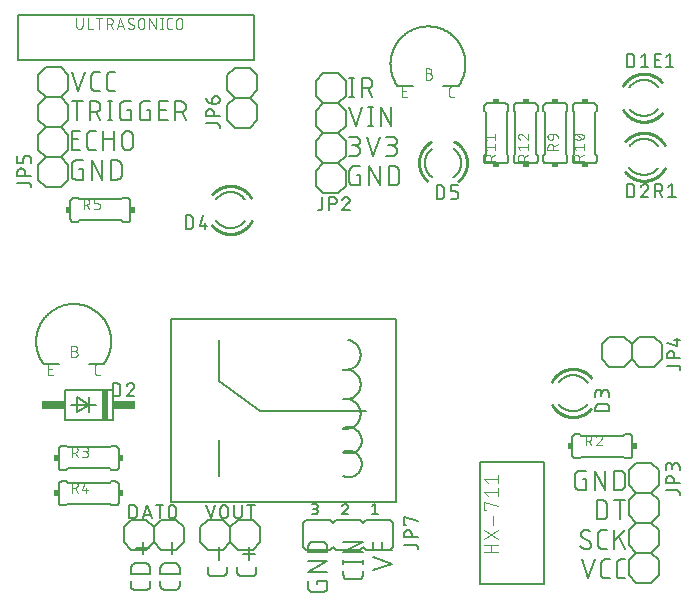
<source format=gto>
G04 EAGLE Gerber RS-274X export*
G75*
%MOMM*%
%FSLAX34Y34*%
%LPD*%
%INSilkscreen Top*%
%IPPOS*%
%AMOC8*
5,1,8,0,0,1.08239X$1,22.5*%
G01*
%ADD10C,0.152400*%
%ADD11C,0.076200*%
%ADD12R,0.381000X0.508000*%
%ADD13C,0.101600*%
%ADD14C,0.127000*%
%ADD15R,0.508000X2.540000*%
%ADD16R,1.905000X0.762000*%
%ADD17C,0.254000*%
%ADD18R,0.508000X0.381000*%


D10*
X297568Y457018D02*
X297568Y440762D01*
X295762Y440762D02*
X299374Y440762D01*
X299374Y457018D02*
X295762Y457018D01*
X306170Y457018D02*
X306170Y440762D01*
X306170Y457018D02*
X310686Y457018D01*
X310819Y457016D01*
X310951Y457010D01*
X311083Y457000D01*
X311215Y456987D01*
X311347Y456969D01*
X311477Y456948D01*
X311608Y456923D01*
X311737Y456894D01*
X311865Y456861D01*
X311993Y456825D01*
X312119Y456785D01*
X312244Y456741D01*
X312368Y456693D01*
X312490Y456642D01*
X312611Y456587D01*
X312730Y456529D01*
X312848Y456467D01*
X312963Y456402D01*
X313077Y456333D01*
X313188Y456262D01*
X313297Y456186D01*
X313404Y456108D01*
X313509Y456027D01*
X313611Y455942D01*
X313711Y455855D01*
X313808Y455765D01*
X313903Y455672D01*
X313994Y455576D01*
X314083Y455478D01*
X314169Y455377D01*
X314252Y455273D01*
X314332Y455167D01*
X314408Y455059D01*
X314482Y454949D01*
X314552Y454836D01*
X314619Y454722D01*
X314682Y454605D01*
X314742Y454487D01*
X314799Y454367D01*
X314852Y454245D01*
X314901Y454122D01*
X314947Y453998D01*
X314989Y453872D01*
X315027Y453745D01*
X315062Y453617D01*
X315093Y453488D01*
X315120Y453359D01*
X315143Y453228D01*
X315163Y453097D01*
X315178Y452965D01*
X315190Y452833D01*
X315198Y452701D01*
X315202Y452568D01*
X315202Y452436D01*
X315198Y452303D01*
X315190Y452171D01*
X315178Y452039D01*
X315163Y451907D01*
X315143Y451776D01*
X315120Y451645D01*
X315093Y451516D01*
X315062Y451387D01*
X315027Y451259D01*
X314989Y451132D01*
X314947Y451006D01*
X314901Y450882D01*
X314852Y450759D01*
X314799Y450637D01*
X314742Y450517D01*
X314682Y450399D01*
X314619Y450282D01*
X314552Y450168D01*
X314482Y450055D01*
X314408Y449945D01*
X314332Y449837D01*
X314252Y449731D01*
X314169Y449627D01*
X314083Y449526D01*
X313994Y449428D01*
X313903Y449332D01*
X313808Y449239D01*
X313711Y449149D01*
X313611Y449062D01*
X313509Y448977D01*
X313404Y448896D01*
X313297Y448818D01*
X313188Y448742D01*
X313077Y448671D01*
X312963Y448602D01*
X312848Y448537D01*
X312730Y448475D01*
X312611Y448417D01*
X312490Y448362D01*
X312368Y448311D01*
X312244Y448263D01*
X312119Y448219D01*
X311993Y448179D01*
X311865Y448143D01*
X311737Y448110D01*
X311608Y448081D01*
X311477Y448056D01*
X311347Y448035D01*
X311215Y448017D01*
X311083Y448004D01*
X310951Y447994D01*
X310819Y447988D01*
X310686Y447986D01*
X310686Y447987D02*
X306170Y447987D01*
X311589Y447987D02*
X315201Y440762D01*
X295762Y432018D02*
X301181Y415762D01*
X306599Y432018D01*
X313686Y432018D02*
X313686Y415762D01*
X315492Y415762D02*
X311879Y415762D01*
X311879Y432018D02*
X315492Y432018D01*
X322196Y432018D02*
X322196Y415762D01*
X331227Y415762D02*
X322196Y432018D01*
X331227Y432018D02*
X331227Y415762D01*
X300278Y390762D02*
X295762Y390762D01*
X300278Y390762D02*
X300411Y390764D01*
X300543Y390770D01*
X300675Y390780D01*
X300807Y390793D01*
X300939Y390811D01*
X301069Y390832D01*
X301200Y390857D01*
X301329Y390886D01*
X301457Y390919D01*
X301585Y390955D01*
X301711Y390995D01*
X301836Y391039D01*
X301960Y391087D01*
X302082Y391138D01*
X302203Y391193D01*
X302322Y391251D01*
X302440Y391313D01*
X302555Y391378D01*
X302669Y391447D01*
X302780Y391518D01*
X302889Y391594D01*
X302996Y391672D01*
X303101Y391753D01*
X303203Y391838D01*
X303303Y391925D01*
X303400Y392015D01*
X303495Y392108D01*
X303586Y392204D01*
X303675Y392302D01*
X303761Y392403D01*
X303844Y392507D01*
X303924Y392613D01*
X304000Y392721D01*
X304074Y392831D01*
X304144Y392944D01*
X304211Y393058D01*
X304274Y393175D01*
X304334Y393293D01*
X304391Y393413D01*
X304444Y393535D01*
X304493Y393658D01*
X304539Y393782D01*
X304581Y393908D01*
X304619Y394035D01*
X304654Y394163D01*
X304685Y394292D01*
X304712Y394421D01*
X304735Y394552D01*
X304755Y394683D01*
X304770Y394815D01*
X304782Y394947D01*
X304790Y395079D01*
X304794Y395212D01*
X304794Y395344D01*
X304790Y395477D01*
X304782Y395609D01*
X304770Y395741D01*
X304755Y395873D01*
X304735Y396004D01*
X304712Y396135D01*
X304685Y396264D01*
X304654Y396393D01*
X304619Y396521D01*
X304581Y396648D01*
X304539Y396774D01*
X304493Y396898D01*
X304444Y397021D01*
X304391Y397143D01*
X304334Y397263D01*
X304274Y397381D01*
X304211Y397498D01*
X304144Y397612D01*
X304074Y397725D01*
X304000Y397835D01*
X303924Y397943D01*
X303844Y398049D01*
X303761Y398153D01*
X303675Y398254D01*
X303586Y398352D01*
X303495Y398448D01*
X303400Y398541D01*
X303303Y398631D01*
X303203Y398718D01*
X303101Y398803D01*
X302996Y398884D01*
X302889Y398962D01*
X302780Y399038D01*
X302669Y399109D01*
X302555Y399178D01*
X302440Y399243D01*
X302322Y399305D01*
X302203Y399363D01*
X302082Y399418D01*
X301960Y399469D01*
X301836Y399517D01*
X301711Y399561D01*
X301585Y399601D01*
X301457Y399637D01*
X301329Y399670D01*
X301200Y399699D01*
X301069Y399724D01*
X300939Y399745D01*
X300807Y399763D01*
X300675Y399776D01*
X300543Y399786D01*
X300411Y399792D01*
X300278Y399794D01*
X301181Y407018D02*
X295762Y407018D01*
X301181Y407018D02*
X301300Y407016D01*
X301420Y407010D01*
X301539Y407000D01*
X301657Y406986D01*
X301776Y406969D01*
X301893Y406947D01*
X302010Y406922D01*
X302125Y406892D01*
X302240Y406859D01*
X302354Y406822D01*
X302466Y406782D01*
X302577Y406737D01*
X302686Y406689D01*
X302794Y406638D01*
X302900Y406583D01*
X303004Y406524D01*
X303106Y406462D01*
X303206Y406397D01*
X303304Y406328D01*
X303400Y406256D01*
X303493Y406181D01*
X303583Y406104D01*
X303671Y406023D01*
X303756Y405939D01*
X303838Y405852D01*
X303918Y405763D01*
X303994Y405671D01*
X304068Y405577D01*
X304138Y405480D01*
X304205Y405382D01*
X304269Y405281D01*
X304329Y405177D01*
X304386Y405072D01*
X304439Y404965D01*
X304489Y404857D01*
X304535Y404747D01*
X304577Y404635D01*
X304616Y404522D01*
X304651Y404408D01*
X304682Y404293D01*
X304710Y404176D01*
X304733Y404059D01*
X304753Y403942D01*
X304769Y403823D01*
X304781Y403704D01*
X304789Y403585D01*
X304793Y403466D01*
X304793Y403346D01*
X304789Y403227D01*
X304781Y403108D01*
X304769Y402989D01*
X304753Y402870D01*
X304733Y402753D01*
X304710Y402636D01*
X304682Y402519D01*
X304651Y402404D01*
X304616Y402290D01*
X304577Y402177D01*
X304535Y402065D01*
X304489Y401955D01*
X304439Y401847D01*
X304386Y401740D01*
X304329Y401635D01*
X304269Y401531D01*
X304205Y401430D01*
X304138Y401332D01*
X304068Y401235D01*
X303994Y401141D01*
X303918Y401049D01*
X303838Y400960D01*
X303756Y400873D01*
X303671Y400789D01*
X303583Y400708D01*
X303493Y400631D01*
X303400Y400556D01*
X303304Y400484D01*
X303206Y400415D01*
X303106Y400350D01*
X303004Y400288D01*
X302900Y400229D01*
X302794Y400174D01*
X302686Y400123D01*
X302577Y400075D01*
X302466Y400030D01*
X302354Y399990D01*
X302240Y399953D01*
X302125Y399920D01*
X302010Y399890D01*
X301893Y399865D01*
X301776Y399843D01*
X301657Y399826D01*
X301539Y399812D01*
X301420Y399802D01*
X301300Y399796D01*
X301181Y399794D01*
X301181Y399793D02*
X297568Y399793D01*
X310490Y407018D02*
X315909Y390762D01*
X321327Y407018D01*
X327024Y390762D02*
X331540Y390762D01*
X331673Y390764D01*
X331805Y390770D01*
X331937Y390780D01*
X332069Y390793D01*
X332201Y390811D01*
X332331Y390832D01*
X332462Y390857D01*
X332591Y390886D01*
X332719Y390919D01*
X332847Y390955D01*
X332973Y390995D01*
X333098Y391039D01*
X333222Y391087D01*
X333344Y391138D01*
X333465Y391193D01*
X333584Y391251D01*
X333702Y391313D01*
X333817Y391378D01*
X333931Y391447D01*
X334042Y391518D01*
X334151Y391594D01*
X334258Y391672D01*
X334363Y391753D01*
X334465Y391838D01*
X334565Y391925D01*
X334662Y392015D01*
X334757Y392108D01*
X334848Y392204D01*
X334937Y392302D01*
X335023Y392403D01*
X335106Y392507D01*
X335186Y392613D01*
X335262Y392721D01*
X335336Y392831D01*
X335406Y392944D01*
X335473Y393058D01*
X335536Y393175D01*
X335596Y393293D01*
X335653Y393413D01*
X335706Y393535D01*
X335755Y393658D01*
X335801Y393782D01*
X335843Y393908D01*
X335881Y394035D01*
X335916Y394163D01*
X335947Y394292D01*
X335974Y394421D01*
X335997Y394552D01*
X336017Y394683D01*
X336032Y394815D01*
X336044Y394947D01*
X336052Y395079D01*
X336056Y395212D01*
X336056Y395344D01*
X336052Y395477D01*
X336044Y395609D01*
X336032Y395741D01*
X336017Y395873D01*
X335997Y396004D01*
X335974Y396135D01*
X335947Y396264D01*
X335916Y396393D01*
X335881Y396521D01*
X335843Y396648D01*
X335801Y396774D01*
X335755Y396898D01*
X335706Y397021D01*
X335653Y397143D01*
X335596Y397263D01*
X335536Y397381D01*
X335473Y397498D01*
X335406Y397612D01*
X335336Y397725D01*
X335262Y397835D01*
X335186Y397943D01*
X335106Y398049D01*
X335023Y398153D01*
X334937Y398254D01*
X334848Y398352D01*
X334757Y398448D01*
X334662Y398541D01*
X334565Y398631D01*
X334465Y398718D01*
X334363Y398803D01*
X334258Y398884D01*
X334151Y398962D01*
X334042Y399038D01*
X333931Y399109D01*
X333817Y399178D01*
X333702Y399243D01*
X333584Y399305D01*
X333465Y399363D01*
X333344Y399418D01*
X333222Y399469D01*
X333098Y399517D01*
X332973Y399561D01*
X332847Y399601D01*
X332719Y399637D01*
X332591Y399670D01*
X332462Y399699D01*
X332331Y399724D01*
X332201Y399745D01*
X332069Y399763D01*
X331937Y399776D01*
X331805Y399786D01*
X331673Y399792D01*
X331540Y399794D01*
X332443Y407018D02*
X327024Y407018D01*
X332443Y407018D02*
X332562Y407016D01*
X332682Y407010D01*
X332801Y407000D01*
X332919Y406986D01*
X333038Y406969D01*
X333155Y406947D01*
X333272Y406922D01*
X333387Y406892D01*
X333502Y406859D01*
X333616Y406822D01*
X333728Y406782D01*
X333839Y406737D01*
X333948Y406689D01*
X334056Y406638D01*
X334162Y406583D01*
X334266Y406524D01*
X334368Y406462D01*
X334468Y406397D01*
X334566Y406328D01*
X334662Y406256D01*
X334755Y406181D01*
X334845Y406104D01*
X334933Y406023D01*
X335018Y405939D01*
X335100Y405852D01*
X335180Y405763D01*
X335256Y405671D01*
X335330Y405577D01*
X335400Y405480D01*
X335467Y405382D01*
X335531Y405281D01*
X335591Y405177D01*
X335648Y405072D01*
X335701Y404965D01*
X335751Y404857D01*
X335797Y404747D01*
X335839Y404635D01*
X335878Y404522D01*
X335913Y404408D01*
X335944Y404293D01*
X335972Y404176D01*
X335995Y404059D01*
X336015Y403942D01*
X336031Y403823D01*
X336043Y403704D01*
X336051Y403585D01*
X336055Y403466D01*
X336055Y403346D01*
X336051Y403227D01*
X336043Y403108D01*
X336031Y402989D01*
X336015Y402870D01*
X335995Y402753D01*
X335972Y402636D01*
X335944Y402519D01*
X335913Y402404D01*
X335878Y402290D01*
X335839Y402177D01*
X335797Y402065D01*
X335751Y401955D01*
X335701Y401847D01*
X335648Y401740D01*
X335591Y401635D01*
X335531Y401531D01*
X335467Y401430D01*
X335400Y401332D01*
X335330Y401235D01*
X335256Y401141D01*
X335180Y401049D01*
X335100Y400960D01*
X335018Y400873D01*
X334933Y400789D01*
X334845Y400708D01*
X334755Y400631D01*
X334662Y400556D01*
X334566Y400484D01*
X334468Y400415D01*
X334368Y400350D01*
X334266Y400288D01*
X334162Y400229D01*
X334056Y400174D01*
X333948Y400123D01*
X333839Y400075D01*
X333728Y400030D01*
X333616Y399990D01*
X333502Y399953D01*
X333387Y399920D01*
X333272Y399890D01*
X333155Y399865D01*
X333038Y399843D01*
X332919Y399826D01*
X332801Y399812D01*
X332682Y399802D01*
X332562Y399796D01*
X332443Y399794D01*
X332443Y399793D02*
X328831Y399793D01*
X304793Y374793D02*
X302084Y374793D01*
X304793Y374793D02*
X304793Y365762D01*
X299374Y365762D01*
X299256Y365764D01*
X299138Y365770D01*
X299020Y365779D01*
X298903Y365793D01*
X298786Y365810D01*
X298669Y365831D01*
X298554Y365856D01*
X298439Y365885D01*
X298325Y365918D01*
X298213Y365954D01*
X298102Y365994D01*
X297992Y366037D01*
X297883Y366084D01*
X297776Y366134D01*
X297671Y366189D01*
X297568Y366246D01*
X297467Y366307D01*
X297367Y366371D01*
X297270Y366438D01*
X297175Y366508D01*
X297083Y366582D01*
X296992Y366658D01*
X296905Y366738D01*
X296820Y366820D01*
X296738Y366905D01*
X296658Y366992D01*
X296582Y367083D01*
X296508Y367175D01*
X296438Y367270D01*
X296371Y367367D01*
X296307Y367467D01*
X296246Y367568D01*
X296189Y367671D01*
X296134Y367776D01*
X296084Y367883D01*
X296037Y367992D01*
X295994Y368102D01*
X295954Y368213D01*
X295918Y368325D01*
X295885Y368439D01*
X295856Y368554D01*
X295831Y368669D01*
X295810Y368786D01*
X295793Y368903D01*
X295779Y369020D01*
X295770Y369138D01*
X295764Y369256D01*
X295762Y369374D01*
X295762Y378406D01*
X295764Y378524D01*
X295770Y378642D01*
X295779Y378760D01*
X295793Y378877D01*
X295810Y378994D01*
X295831Y379111D01*
X295856Y379226D01*
X295885Y379341D01*
X295918Y379455D01*
X295954Y379567D01*
X295994Y379678D01*
X296037Y379788D01*
X296084Y379897D01*
X296134Y380004D01*
X296188Y380109D01*
X296246Y380212D01*
X296307Y380313D01*
X296371Y380413D01*
X296438Y380510D01*
X296508Y380605D01*
X296582Y380697D01*
X296658Y380788D01*
X296738Y380875D01*
X296820Y380960D01*
X296905Y381042D01*
X296992Y381122D01*
X297083Y381198D01*
X297175Y381272D01*
X297270Y381342D01*
X297367Y381409D01*
X297467Y381473D01*
X297568Y381534D01*
X297671Y381591D01*
X297776Y381645D01*
X297883Y381696D01*
X297992Y381743D01*
X298102Y381786D01*
X298213Y381826D01*
X298325Y381862D01*
X298439Y381895D01*
X298554Y381924D01*
X298669Y381949D01*
X298786Y381970D01*
X298903Y381987D01*
X299020Y382001D01*
X299138Y382010D01*
X299256Y382016D01*
X299374Y382018D01*
X304793Y382018D01*
X312435Y382018D02*
X312435Y365762D01*
X321466Y365762D02*
X312435Y382018D01*
X321466Y382018D02*
X321466Y365762D01*
X329109Y365762D02*
X329109Y382018D01*
X333624Y382018D01*
X333755Y382016D01*
X333887Y382010D01*
X334018Y382001D01*
X334148Y381987D01*
X334279Y381970D01*
X334408Y381949D01*
X334537Y381925D01*
X334665Y381896D01*
X334793Y381864D01*
X334919Y381828D01*
X335044Y381789D01*
X335169Y381746D01*
X335291Y381699D01*
X335413Y381649D01*
X335533Y381595D01*
X335651Y381538D01*
X335767Y381477D01*
X335882Y381413D01*
X335995Y381346D01*
X336106Y381275D01*
X336214Y381201D01*
X336321Y381124D01*
X336425Y381044D01*
X336527Y380961D01*
X336626Y380876D01*
X336723Y380787D01*
X336817Y380695D01*
X336909Y380601D01*
X336998Y380504D01*
X337083Y380405D01*
X337166Y380303D01*
X337246Y380199D01*
X337323Y380092D01*
X337397Y379984D01*
X337468Y379873D01*
X337535Y379760D01*
X337599Y379645D01*
X337660Y379529D01*
X337717Y379411D01*
X337771Y379291D01*
X337821Y379169D01*
X337868Y379047D01*
X337911Y378922D01*
X337950Y378797D01*
X337986Y378671D01*
X338018Y378543D01*
X338047Y378415D01*
X338071Y378286D01*
X338092Y378157D01*
X338109Y378026D01*
X338123Y377896D01*
X338132Y377765D01*
X338138Y377633D01*
X338140Y377502D01*
X338140Y370278D01*
X338138Y370147D01*
X338132Y370015D01*
X338123Y369884D01*
X338109Y369754D01*
X338092Y369623D01*
X338071Y369494D01*
X338047Y369365D01*
X338018Y369237D01*
X337986Y369109D01*
X337950Y368983D01*
X337911Y368858D01*
X337868Y368733D01*
X337821Y368611D01*
X337771Y368489D01*
X337717Y368369D01*
X337660Y368251D01*
X337599Y368135D01*
X337535Y368020D01*
X337468Y367907D01*
X337397Y367796D01*
X337323Y367688D01*
X337246Y367581D01*
X337166Y367477D01*
X337083Y367375D01*
X336998Y367276D01*
X336909Y367179D01*
X336817Y367085D01*
X336723Y366993D01*
X336626Y366904D01*
X336527Y366819D01*
X336425Y366736D01*
X336321Y366656D01*
X336214Y366579D01*
X336106Y366505D01*
X335995Y366434D01*
X335882Y366367D01*
X335767Y366303D01*
X335651Y366242D01*
X335533Y366185D01*
X335413Y366131D01*
X335291Y366081D01*
X335169Y366034D01*
X335044Y365991D01*
X334919Y365952D01*
X334793Y365916D01*
X334665Y365884D01*
X334537Y365855D01*
X334408Y365831D01*
X334278Y365810D01*
X334148Y365793D01*
X334018Y365779D01*
X333887Y365770D01*
X333755Y365764D01*
X333624Y365762D01*
X329109Y365762D01*
X66181Y445762D02*
X60762Y462018D01*
X71599Y462018D02*
X66181Y445762D01*
X80869Y445762D02*
X84482Y445762D01*
X80869Y445762D02*
X80751Y445764D01*
X80633Y445770D01*
X80515Y445779D01*
X80398Y445793D01*
X80281Y445810D01*
X80164Y445831D01*
X80049Y445856D01*
X79934Y445885D01*
X79820Y445918D01*
X79708Y445954D01*
X79597Y445994D01*
X79487Y446037D01*
X79378Y446084D01*
X79271Y446134D01*
X79166Y446189D01*
X79063Y446246D01*
X78962Y446307D01*
X78862Y446371D01*
X78765Y446438D01*
X78670Y446508D01*
X78578Y446582D01*
X78487Y446658D01*
X78400Y446738D01*
X78315Y446820D01*
X78233Y446905D01*
X78153Y446992D01*
X78077Y447083D01*
X78003Y447175D01*
X77933Y447270D01*
X77866Y447367D01*
X77802Y447467D01*
X77741Y447568D01*
X77684Y447671D01*
X77629Y447776D01*
X77579Y447883D01*
X77532Y447992D01*
X77489Y448102D01*
X77449Y448213D01*
X77413Y448325D01*
X77380Y448439D01*
X77351Y448554D01*
X77326Y448669D01*
X77305Y448786D01*
X77288Y448903D01*
X77274Y449020D01*
X77265Y449138D01*
X77259Y449256D01*
X77257Y449374D01*
X77257Y458406D01*
X77259Y458524D01*
X77265Y458642D01*
X77274Y458760D01*
X77288Y458877D01*
X77305Y458994D01*
X77326Y459111D01*
X77351Y459226D01*
X77380Y459341D01*
X77413Y459455D01*
X77449Y459567D01*
X77489Y459678D01*
X77532Y459788D01*
X77579Y459897D01*
X77629Y460004D01*
X77683Y460109D01*
X77741Y460212D01*
X77802Y460313D01*
X77866Y460413D01*
X77933Y460510D01*
X78003Y460605D01*
X78077Y460697D01*
X78153Y460788D01*
X78233Y460875D01*
X78315Y460960D01*
X78400Y461042D01*
X78487Y461122D01*
X78578Y461198D01*
X78670Y461272D01*
X78765Y461342D01*
X78862Y461409D01*
X78962Y461473D01*
X79063Y461534D01*
X79166Y461591D01*
X79271Y461645D01*
X79378Y461696D01*
X79487Y461743D01*
X79597Y461786D01*
X79708Y461826D01*
X79820Y461862D01*
X79934Y461895D01*
X80049Y461924D01*
X80164Y461949D01*
X80281Y461970D01*
X80398Y461987D01*
X80515Y462001D01*
X80633Y462010D01*
X80751Y462016D01*
X80869Y462018D01*
X84482Y462018D01*
X93895Y445762D02*
X97508Y445762D01*
X93895Y445762D02*
X93777Y445764D01*
X93659Y445770D01*
X93541Y445779D01*
X93424Y445793D01*
X93307Y445810D01*
X93190Y445831D01*
X93075Y445856D01*
X92960Y445885D01*
X92846Y445918D01*
X92734Y445954D01*
X92623Y445994D01*
X92513Y446037D01*
X92404Y446084D01*
X92297Y446134D01*
X92192Y446189D01*
X92089Y446246D01*
X91988Y446307D01*
X91888Y446371D01*
X91791Y446438D01*
X91696Y446508D01*
X91604Y446582D01*
X91513Y446658D01*
X91426Y446738D01*
X91341Y446820D01*
X91259Y446905D01*
X91179Y446992D01*
X91103Y447083D01*
X91029Y447175D01*
X90959Y447270D01*
X90892Y447367D01*
X90828Y447467D01*
X90767Y447568D01*
X90710Y447671D01*
X90655Y447776D01*
X90605Y447883D01*
X90558Y447992D01*
X90515Y448102D01*
X90475Y448213D01*
X90439Y448325D01*
X90406Y448439D01*
X90377Y448554D01*
X90352Y448669D01*
X90331Y448786D01*
X90314Y448903D01*
X90300Y449020D01*
X90291Y449138D01*
X90285Y449256D01*
X90283Y449374D01*
X90283Y458406D01*
X90285Y458524D01*
X90291Y458642D01*
X90300Y458760D01*
X90314Y458877D01*
X90331Y458994D01*
X90352Y459111D01*
X90377Y459226D01*
X90406Y459341D01*
X90439Y459455D01*
X90475Y459567D01*
X90515Y459678D01*
X90558Y459788D01*
X90605Y459897D01*
X90655Y460004D01*
X90709Y460109D01*
X90767Y460212D01*
X90828Y460313D01*
X90892Y460413D01*
X90959Y460510D01*
X91029Y460605D01*
X91103Y460697D01*
X91179Y460788D01*
X91259Y460875D01*
X91341Y460960D01*
X91426Y461042D01*
X91513Y461122D01*
X91604Y461198D01*
X91696Y461272D01*
X91791Y461342D01*
X91888Y461409D01*
X91988Y461473D01*
X92089Y461534D01*
X92192Y461591D01*
X92297Y461645D01*
X92404Y461696D01*
X92513Y461743D01*
X92623Y461786D01*
X92734Y461826D01*
X92846Y461862D01*
X92960Y461895D01*
X93075Y461924D01*
X93190Y461949D01*
X93307Y461970D01*
X93424Y461987D01*
X93541Y462001D01*
X93659Y462010D01*
X93777Y462016D01*
X93895Y462018D01*
X97508Y462018D01*
X65278Y437018D02*
X65278Y420762D01*
X60762Y437018D02*
X69793Y437018D01*
X75964Y437018D02*
X75964Y420762D01*
X75964Y437018D02*
X80479Y437018D01*
X80612Y437016D01*
X80744Y437010D01*
X80876Y437000D01*
X81008Y436987D01*
X81140Y436969D01*
X81270Y436948D01*
X81401Y436923D01*
X81530Y436894D01*
X81658Y436861D01*
X81786Y436825D01*
X81912Y436785D01*
X82037Y436741D01*
X82161Y436693D01*
X82283Y436642D01*
X82404Y436587D01*
X82523Y436529D01*
X82641Y436467D01*
X82756Y436402D01*
X82870Y436333D01*
X82981Y436262D01*
X83090Y436186D01*
X83197Y436108D01*
X83302Y436027D01*
X83404Y435942D01*
X83504Y435855D01*
X83601Y435765D01*
X83696Y435672D01*
X83787Y435576D01*
X83876Y435478D01*
X83962Y435377D01*
X84045Y435273D01*
X84125Y435167D01*
X84201Y435059D01*
X84275Y434949D01*
X84345Y434836D01*
X84412Y434722D01*
X84475Y434605D01*
X84535Y434487D01*
X84592Y434367D01*
X84645Y434245D01*
X84694Y434122D01*
X84740Y433998D01*
X84782Y433872D01*
X84820Y433745D01*
X84855Y433617D01*
X84886Y433488D01*
X84913Y433359D01*
X84936Y433228D01*
X84956Y433097D01*
X84971Y432965D01*
X84983Y432833D01*
X84991Y432701D01*
X84995Y432568D01*
X84995Y432436D01*
X84991Y432303D01*
X84983Y432171D01*
X84971Y432039D01*
X84956Y431907D01*
X84936Y431776D01*
X84913Y431645D01*
X84886Y431516D01*
X84855Y431387D01*
X84820Y431259D01*
X84782Y431132D01*
X84740Y431006D01*
X84694Y430882D01*
X84645Y430759D01*
X84592Y430637D01*
X84535Y430517D01*
X84475Y430399D01*
X84412Y430282D01*
X84345Y430168D01*
X84275Y430055D01*
X84201Y429945D01*
X84125Y429837D01*
X84045Y429731D01*
X83962Y429627D01*
X83876Y429526D01*
X83787Y429428D01*
X83696Y429332D01*
X83601Y429239D01*
X83504Y429149D01*
X83404Y429062D01*
X83302Y428977D01*
X83197Y428896D01*
X83090Y428818D01*
X82981Y428742D01*
X82870Y428671D01*
X82756Y428602D01*
X82641Y428537D01*
X82523Y428475D01*
X82404Y428417D01*
X82283Y428362D01*
X82161Y428311D01*
X82037Y428263D01*
X81912Y428219D01*
X81786Y428179D01*
X81658Y428143D01*
X81530Y428110D01*
X81401Y428081D01*
X81270Y428056D01*
X81140Y428035D01*
X81008Y428017D01*
X80876Y428004D01*
X80744Y427994D01*
X80612Y427988D01*
X80479Y427986D01*
X80479Y427987D02*
X75964Y427987D01*
X81382Y427987D02*
X84995Y420762D01*
X92893Y420762D02*
X92893Y437018D01*
X91087Y420762D02*
X94699Y420762D01*
X94699Y437018D02*
X91087Y437018D01*
X107725Y429793D02*
X110434Y429793D01*
X110434Y420762D01*
X105016Y420762D01*
X104898Y420764D01*
X104780Y420770D01*
X104662Y420779D01*
X104545Y420793D01*
X104428Y420810D01*
X104311Y420831D01*
X104196Y420856D01*
X104081Y420885D01*
X103967Y420918D01*
X103855Y420954D01*
X103744Y420994D01*
X103634Y421037D01*
X103525Y421084D01*
X103418Y421134D01*
X103313Y421189D01*
X103210Y421246D01*
X103109Y421307D01*
X103009Y421371D01*
X102912Y421438D01*
X102817Y421508D01*
X102725Y421582D01*
X102634Y421658D01*
X102547Y421738D01*
X102462Y421820D01*
X102380Y421905D01*
X102300Y421992D01*
X102224Y422083D01*
X102150Y422175D01*
X102080Y422270D01*
X102013Y422367D01*
X101949Y422467D01*
X101888Y422568D01*
X101831Y422671D01*
X101776Y422776D01*
X101726Y422883D01*
X101679Y422992D01*
X101636Y423102D01*
X101596Y423213D01*
X101560Y423325D01*
X101527Y423439D01*
X101498Y423554D01*
X101473Y423669D01*
X101452Y423786D01*
X101435Y423903D01*
X101421Y424020D01*
X101412Y424138D01*
X101406Y424256D01*
X101404Y424374D01*
X101403Y424374D02*
X101403Y433406D01*
X101404Y433406D02*
X101406Y433524D01*
X101412Y433642D01*
X101421Y433760D01*
X101435Y433877D01*
X101452Y433994D01*
X101473Y434111D01*
X101498Y434226D01*
X101527Y434341D01*
X101560Y434455D01*
X101596Y434567D01*
X101636Y434678D01*
X101679Y434788D01*
X101726Y434897D01*
X101776Y435004D01*
X101830Y435109D01*
X101888Y435212D01*
X101949Y435313D01*
X102013Y435413D01*
X102080Y435510D01*
X102150Y435605D01*
X102224Y435697D01*
X102300Y435788D01*
X102380Y435875D01*
X102462Y435960D01*
X102547Y436042D01*
X102634Y436122D01*
X102725Y436198D01*
X102817Y436272D01*
X102912Y436342D01*
X103009Y436409D01*
X103109Y436473D01*
X103210Y436534D01*
X103313Y436591D01*
X103418Y436645D01*
X103525Y436696D01*
X103634Y436743D01*
X103744Y436786D01*
X103855Y436826D01*
X103967Y436862D01*
X104081Y436895D01*
X104196Y436924D01*
X104311Y436949D01*
X104428Y436970D01*
X104545Y436987D01*
X104662Y437001D01*
X104780Y437010D01*
X104898Y437016D01*
X105016Y437018D01*
X110434Y437018D01*
X124398Y429793D02*
X127108Y429793D01*
X127108Y420762D01*
X121689Y420762D01*
X121571Y420764D01*
X121453Y420770D01*
X121335Y420779D01*
X121218Y420793D01*
X121101Y420810D01*
X120984Y420831D01*
X120869Y420856D01*
X120754Y420885D01*
X120640Y420918D01*
X120528Y420954D01*
X120417Y420994D01*
X120307Y421037D01*
X120198Y421084D01*
X120091Y421134D01*
X119986Y421189D01*
X119883Y421246D01*
X119782Y421307D01*
X119682Y421371D01*
X119585Y421438D01*
X119490Y421508D01*
X119398Y421582D01*
X119307Y421658D01*
X119220Y421738D01*
X119135Y421820D01*
X119053Y421905D01*
X118973Y421992D01*
X118897Y422083D01*
X118823Y422175D01*
X118753Y422270D01*
X118686Y422367D01*
X118622Y422467D01*
X118561Y422568D01*
X118504Y422671D01*
X118449Y422776D01*
X118399Y422883D01*
X118352Y422992D01*
X118309Y423102D01*
X118269Y423213D01*
X118233Y423325D01*
X118200Y423439D01*
X118171Y423554D01*
X118146Y423669D01*
X118125Y423786D01*
X118108Y423903D01*
X118094Y424020D01*
X118085Y424138D01*
X118079Y424256D01*
X118077Y424374D01*
X118077Y433406D01*
X118079Y433524D01*
X118085Y433642D01*
X118094Y433760D01*
X118108Y433877D01*
X118125Y433994D01*
X118146Y434111D01*
X118171Y434226D01*
X118200Y434341D01*
X118233Y434455D01*
X118269Y434567D01*
X118309Y434678D01*
X118352Y434788D01*
X118399Y434897D01*
X118449Y435004D01*
X118503Y435109D01*
X118561Y435212D01*
X118622Y435313D01*
X118686Y435413D01*
X118753Y435510D01*
X118823Y435605D01*
X118897Y435697D01*
X118973Y435788D01*
X119053Y435875D01*
X119135Y435960D01*
X119220Y436042D01*
X119307Y436122D01*
X119398Y436198D01*
X119490Y436272D01*
X119585Y436342D01*
X119682Y436409D01*
X119782Y436473D01*
X119883Y436534D01*
X119986Y436591D01*
X120091Y436645D01*
X120198Y436696D01*
X120307Y436743D01*
X120417Y436786D01*
X120528Y436826D01*
X120640Y436862D01*
X120754Y436895D01*
X120869Y436924D01*
X120984Y436949D01*
X121101Y436970D01*
X121218Y436987D01*
X121335Y437001D01*
X121453Y437010D01*
X121571Y437016D01*
X121689Y437018D01*
X127108Y437018D01*
X134780Y420762D02*
X142005Y420762D01*
X134780Y420762D02*
X134780Y437018D01*
X142005Y437018D01*
X140198Y429793D02*
X134780Y429793D01*
X148389Y437018D02*
X148389Y420762D01*
X148389Y437018D02*
X152904Y437018D01*
X153037Y437016D01*
X153169Y437010D01*
X153301Y437000D01*
X153433Y436987D01*
X153565Y436969D01*
X153695Y436948D01*
X153826Y436923D01*
X153955Y436894D01*
X154083Y436861D01*
X154211Y436825D01*
X154337Y436785D01*
X154462Y436741D01*
X154586Y436693D01*
X154708Y436642D01*
X154829Y436587D01*
X154948Y436529D01*
X155066Y436467D01*
X155181Y436402D01*
X155295Y436333D01*
X155406Y436262D01*
X155515Y436186D01*
X155622Y436108D01*
X155727Y436027D01*
X155829Y435942D01*
X155929Y435855D01*
X156026Y435765D01*
X156121Y435672D01*
X156212Y435576D01*
X156301Y435478D01*
X156387Y435377D01*
X156470Y435273D01*
X156550Y435167D01*
X156626Y435059D01*
X156700Y434949D01*
X156770Y434836D01*
X156837Y434722D01*
X156900Y434605D01*
X156960Y434487D01*
X157017Y434367D01*
X157070Y434245D01*
X157119Y434122D01*
X157165Y433998D01*
X157207Y433872D01*
X157245Y433745D01*
X157280Y433617D01*
X157311Y433488D01*
X157338Y433359D01*
X157361Y433228D01*
X157381Y433097D01*
X157396Y432965D01*
X157408Y432833D01*
X157416Y432701D01*
X157420Y432568D01*
X157420Y432436D01*
X157416Y432303D01*
X157408Y432171D01*
X157396Y432039D01*
X157381Y431907D01*
X157361Y431776D01*
X157338Y431645D01*
X157311Y431516D01*
X157280Y431387D01*
X157245Y431259D01*
X157207Y431132D01*
X157165Y431006D01*
X157119Y430882D01*
X157070Y430759D01*
X157017Y430637D01*
X156960Y430517D01*
X156900Y430399D01*
X156837Y430282D01*
X156770Y430168D01*
X156700Y430055D01*
X156626Y429945D01*
X156550Y429837D01*
X156470Y429731D01*
X156387Y429627D01*
X156301Y429526D01*
X156212Y429428D01*
X156121Y429332D01*
X156026Y429239D01*
X155929Y429149D01*
X155829Y429062D01*
X155727Y428977D01*
X155622Y428896D01*
X155515Y428818D01*
X155406Y428742D01*
X155295Y428671D01*
X155181Y428602D01*
X155066Y428537D01*
X154948Y428475D01*
X154829Y428417D01*
X154708Y428362D01*
X154586Y428311D01*
X154462Y428263D01*
X154337Y428219D01*
X154211Y428179D01*
X154083Y428143D01*
X153955Y428110D01*
X153826Y428081D01*
X153695Y428056D01*
X153565Y428035D01*
X153433Y428017D01*
X153301Y428004D01*
X153169Y427994D01*
X153037Y427988D01*
X152904Y427986D01*
X152904Y427987D02*
X148389Y427987D01*
X153807Y427987D02*
X157420Y420762D01*
X67987Y395762D02*
X60762Y395762D01*
X60762Y412018D01*
X67987Y412018D01*
X66181Y404793D02*
X60762Y404793D01*
X77331Y395762D02*
X80944Y395762D01*
X77331Y395762D02*
X77213Y395764D01*
X77095Y395770D01*
X76977Y395779D01*
X76860Y395793D01*
X76743Y395810D01*
X76626Y395831D01*
X76511Y395856D01*
X76396Y395885D01*
X76282Y395918D01*
X76170Y395954D01*
X76059Y395994D01*
X75949Y396037D01*
X75840Y396084D01*
X75733Y396134D01*
X75628Y396189D01*
X75525Y396246D01*
X75424Y396307D01*
X75324Y396371D01*
X75227Y396438D01*
X75132Y396508D01*
X75040Y396582D01*
X74949Y396658D01*
X74862Y396738D01*
X74777Y396820D01*
X74695Y396905D01*
X74615Y396992D01*
X74539Y397083D01*
X74465Y397175D01*
X74395Y397270D01*
X74328Y397367D01*
X74264Y397467D01*
X74203Y397568D01*
X74146Y397671D01*
X74091Y397776D01*
X74041Y397883D01*
X73994Y397992D01*
X73951Y398102D01*
X73911Y398213D01*
X73875Y398325D01*
X73842Y398439D01*
X73813Y398554D01*
X73788Y398669D01*
X73767Y398786D01*
X73750Y398903D01*
X73736Y399020D01*
X73727Y399138D01*
X73721Y399256D01*
X73719Y399374D01*
X73719Y408406D01*
X73721Y408524D01*
X73727Y408642D01*
X73736Y408760D01*
X73750Y408877D01*
X73767Y408994D01*
X73788Y409111D01*
X73813Y409226D01*
X73842Y409341D01*
X73875Y409455D01*
X73911Y409567D01*
X73951Y409678D01*
X73994Y409788D01*
X74041Y409897D01*
X74091Y410004D01*
X74145Y410109D01*
X74203Y410212D01*
X74264Y410313D01*
X74328Y410413D01*
X74395Y410510D01*
X74465Y410605D01*
X74539Y410697D01*
X74615Y410788D01*
X74695Y410875D01*
X74777Y410960D01*
X74862Y411042D01*
X74949Y411122D01*
X75040Y411198D01*
X75132Y411272D01*
X75227Y411342D01*
X75324Y411409D01*
X75424Y411473D01*
X75525Y411534D01*
X75628Y411591D01*
X75733Y411645D01*
X75840Y411696D01*
X75949Y411743D01*
X76059Y411786D01*
X76170Y411826D01*
X76282Y411862D01*
X76396Y411895D01*
X76511Y411924D01*
X76626Y411949D01*
X76743Y411970D01*
X76860Y411987D01*
X76977Y412001D01*
X77095Y412010D01*
X77213Y412016D01*
X77331Y412018D01*
X80944Y412018D01*
X87305Y412018D02*
X87305Y395762D01*
X87305Y404793D02*
X96336Y404793D01*
X96336Y412018D02*
X96336Y395762D01*
X103458Y400278D02*
X103458Y407502D01*
X103457Y407502D02*
X103459Y407635D01*
X103465Y407767D01*
X103475Y407899D01*
X103488Y408031D01*
X103506Y408163D01*
X103527Y408293D01*
X103552Y408424D01*
X103581Y408553D01*
X103614Y408681D01*
X103650Y408809D01*
X103690Y408935D01*
X103734Y409060D01*
X103782Y409184D01*
X103833Y409306D01*
X103888Y409427D01*
X103946Y409546D01*
X104008Y409664D01*
X104073Y409779D01*
X104142Y409893D01*
X104213Y410004D01*
X104289Y410113D01*
X104367Y410220D01*
X104448Y410325D01*
X104533Y410427D01*
X104620Y410527D01*
X104710Y410624D01*
X104803Y410719D01*
X104899Y410810D01*
X104997Y410899D01*
X105098Y410985D01*
X105202Y411068D01*
X105308Y411148D01*
X105416Y411224D01*
X105526Y411298D01*
X105639Y411368D01*
X105753Y411435D01*
X105870Y411498D01*
X105988Y411558D01*
X106108Y411615D01*
X106230Y411668D01*
X106353Y411717D01*
X106477Y411763D01*
X106603Y411805D01*
X106730Y411843D01*
X106858Y411878D01*
X106987Y411909D01*
X107116Y411936D01*
X107247Y411959D01*
X107378Y411979D01*
X107510Y411994D01*
X107642Y412006D01*
X107774Y412014D01*
X107907Y412018D01*
X108039Y412018D01*
X108172Y412014D01*
X108304Y412006D01*
X108436Y411994D01*
X108568Y411979D01*
X108699Y411959D01*
X108830Y411936D01*
X108959Y411909D01*
X109088Y411878D01*
X109216Y411843D01*
X109343Y411805D01*
X109469Y411763D01*
X109593Y411717D01*
X109716Y411668D01*
X109838Y411615D01*
X109958Y411558D01*
X110076Y411498D01*
X110193Y411435D01*
X110307Y411368D01*
X110420Y411298D01*
X110530Y411224D01*
X110638Y411148D01*
X110744Y411068D01*
X110848Y410985D01*
X110949Y410899D01*
X111047Y410810D01*
X111143Y410719D01*
X111236Y410624D01*
X111326Y410527D01*
X111413Y410427D01*
X111498Y410325D01*
X111579Y410220D01*
X111657Y410113D01*
X111733Y410004D01*
X111804Y409893D01*
X111873Y409779D01*
X111938Y409664D01*
X112000Y409546D01*
X112058Y409427D01*
X112113Y409306D01*
X112164Y409184D01*
X112212Y409060D01*
X112256Y408935D01*
X112296Y408809D01*
X112332Y408681D01*
X112365Y408553D01*
X112394Y408424D01*
X112419Y408293D01*
X112440Y408163D01*
X112458Y408031D01*
X112471Y407899D01*
X112481Y407767D01*
X112487Y407635D01*
X112489Y407502D01*
X112489Y400278D01*
X112487Y400145D01*
X112481Y400013D01*
X112471Y399881D01*
X112458Y399749D01*
X112440Y399617D01*
X112419Y399487D01*
X112394Y399356D01*
X112365Y399227D01*
X112332Y399099D01*
X112296Y398971D01*
X112256Y398845D01*
X112212Y398720D01*
X112164Y398596D01*
X112113Y398474D01*
X112058Y398353D01*
X112000Y398234D01*
X111938Y398116D01*
X111873Y398001D01*
X111804Y397887D01*
X111733Y397776D01*
X111657Y397667D01*
X111579Y397560D01*
X111498Y397455D01*
X111413Y397353D01*
X111326Y397253D01*
X111236Y397156D01*
X111143Y397061D01*
X111047Y396970D01*
X110949Y396881D01*
X110848Y396795D01*
X110744Y396712D01*
X110638Y396632D01*
X110530Y396556D01*
X110420Y396482D01*
X110307Y396412D01*
X110193Y396345D01*
X110076Y396282D01*
X109958Y396222D01*
X109838Y396165D01*
X109716Y396112D01*
X109593Y396063D01*
X109469Y396017D01*
X109343Y395975D01*
X109216Y395937D01*
X109088Y395902D01*
X108959Y395871D01*
X108830Y395844D01*
X108699Y395821D01*
X108568Y395801D01*
X108436Y395786D01*
X108304Y395774D01*
X108172Y395766D01*
X108039Y395762D01*
X107907Y395762D01*
X107774Y395766D01*
X107642Y395774D01*
X107510Y395786D01*
X107378Y395801D01*
X107247Y395821D01*
X107116Y395844D01*
X106987Y395871D01*
X106858Y395902D01*
X106730Y395937D01*
X106603Y395975D01*
X106477Y396017D01*
X106353Y396063D01*
X106230Y396112D01*
X106108Y396165D01*
X105988Y396222D01*
X105870Y396282D01*
X105753Y396345D01*
X105639Y396412D01*
X105526Y396482D01*
X105416Y396556D01*
X105308Y396632D01*
X105202Y396712D01*
X105098Y396795D01*
X104997Y396881D01*
X104899Y396970D01*
X104803Y397061D01*
X104710Y397156D01*
X104620Y397253D01*
X104533Y397353D01*
X104448Y397455D01*
X104367Y397560D01*
X104289Y397667D01*
X104213Y397776D01*
X104142Y397887D01*
X104073Y398001D01*
X104008Y398116D01*
X103946Y398234D01*
X103888Y398353D01*
X103833Y398474D01*
X103782Y398596D01*
X103734Y398720D01*
X103690Y398845D01*
X103650Y398971D01*
X103614Y399099D01*
X103581Y399227D01*
X103552Y399356D01*
X103527Y399487D01*
X103506Y399617D01*
X103488Y399749D01*
X103475Y399881D01*
X103465Y400013D01*
X103459Y400145D01*
X103457Y400278D01*
X69793Y379793D02*
X67084Y379793D01*
X69793Y379793D02*
X69793Y370762D01*
X64374Y370762D01*
X64256Y370764D01*
X64138Y370770D01*
X64020Y370779D01*
X63903Y370793D01*
X63786Y370810D01*
X63669Y370831D01*
X63554Y370856D01*
X63439Y370885D01*
X63325Y370918D01*
X63213Y370954D01*
X63102Y370994D01*
X62992Y371037D01*
X62883Y371084D01*
X62776Y371134D01*
X62671Y371189D01*
X62568Y371246D01*
X62467Y371307D01*
X62367Y371371D01*
X62270Y371438D01*
X62175Y371508D01*
X62083Y371582D01*
X61992Y371658D01*
X61905Y371738D01*
X61820Y371820D01*
X61738Y371905D01*
X61658Y371992D01*
X61582Y372083D01*
X61508Y372175D01*
X61438Y372270D01*
X61371Y372367D01*
X61307Y372467D01*
X61246Y372568D01*
X61189Y372671D01*
X61134Y372776D01*
X61084Y372883D01*
X61037Y372992D01*
X60994Y373102D01*
X60954Y373213D01*
X60918Y373325D01*
X60885Y373439D01*
X60856Y373554D01*
X60831Y373669D01*
X60810Y373786D01*
X60793Y373903D01*
X60779Y374020D01*
X60770Y374138D01*
X60764Y374256D01*
X60762Y374374D01*
X60762Y383406D01*
X60764Y383524D01*
X60770Y383642D01*
X60779Y383760D01*
X60793Y383877D01*
X60810Y383994D01*
X60831Y384111D01*
X60856Y384226D01*
X60885Y384341D01*
X60918Y384455D01*
X60954Y384567D01*
X60994Y384678D01*
X61037Y384788D01*
X61084Y384897D01*
X61134Y385004D01*
X61188Y385109D01*
X61246Y385212D01*
X61307Y385313D01*
X61371Y385413D01*
X61438Y385510D01*
X61508Y385605D01*
X61582Y385697D01*
X61658Y385788D01*
X61738Y385875D01*
X61820Y385960D01*
X61905Y386042D01*
X61992Y386122D01*
X62083Y386198D01*
X62175Y386272D01*
X62270Y386342D01*
X62367Y386409D01*
X62467Y386473D01*
X62568Y386534D01*
X62671Y386591D01*
X62776Y386645D01*
X62883Y386696D01*
X62992Y386743D01*
X63102Y386786D01*
X63213Y386826D01*
X63325Y386862D01*
X63439Y386895D01*
X63554Y386924D01*
X63669Y386949D01*
X63786Y386970D01*
X63903Y386987D01*
X64020Y387001D01*
X64138Y387010D01*
X64256Y387016D01*
X64374Y387018D01*
X69793Y387018D01*
X77435Y387018D02*
X77435Y370762D01*
X86466Y370762D02*
X77435Y387018D01*
X86466Y387018D02*
X86466Y370762D01*
X94109Y370762D02*
X94109Y387018D01*
X98624Y387018D01*
X98755Y387016D01*
X98887Y387010D01*
X99018Y387001D01*
X99148Y386987D01*
X99279Y386970D01*
X99408Y386949D01*
X99537Y386925D01*
X99665Y386896D01*
X99793Y386864D01*
X99919Y386828D01*
X100044Y386789D01*
X100169Y386746D01*
X100291Y386699D01*
X100413Y386649D01*
X100533Y386595D01*
X100651Y386538D01*
X100767Y386477D01*
X100882Y386413D01*
X100995Y386346D01*
X101106Y386275D01*
X101214Y386201D01*
X101321Y386124D01*
X101425Y386044D01*
X101527Y385961D01*
X101626Y385876D01*
X101723Y385787D01*
X101817Y385695D01*
X101909Y385601D01*
X101998Y385504D01*
X102083Y385405D01*
X102166Y385303D01*
X102246Y385199D01*
X102323Y385092D01*
X102397Y384984D01*
X102468Y384873D01*
X102535Y384760D01*
X102599Y384645D01*
X102660Y384529D01*
X102717Y384411D01*
X102771Y384291D01*
X102821Y384169D01*
X102868Y384047D01*
X102911Y383922D01*
X102950Y383797D01*
X102986Y383671D01*
X103018Y383543D01*
X103047Y383415D01*
X103071Y383286D01*
X103092Y383157D01*
X103109Y383026D01*
X103123Y382896D01*
X103132Y382765D01*
X103138Y382633D01*
X103140Y382502D01*
X103140Y375278D01*
X103138Y375147D01*
X103132Y375015D01*
X103123Y374884D01*
X103109Y374754D01*
X103092Y374623D01*
X103071Y374494D01*
X103047Y374365D01*
X103018Y374237D01*
X102986Y374109D01*
X102950Y373983D01*
X102911Y373858D01*
X102868Y373733D01*
X102821Y373611D01*
X102771Y373489D01*
X102717Y373369D01*
X102660Y373251D01*
X102599Y373135D01*
X102535Y373020D01*
X102468Y372907D01*
X102397Y372796D01*
X102323Y372688D01*
X102246Y372581D01*
X102166Y372477D01*
X102083Y372375D01*
X101998Y372276D01*
X101909Y372179D01*
X101817Y372085D01*
X101723Y371993D01*
X101626Y371904D01*
X101527Y371819D01*
X101425Y371736D01*
X101321Y371656D01*
X101214Y371579D01*
X101106Y371505D01*
X100995Y371434D01*
X100882Y371367D01*
X100767Y371303D01*
X100651Y371242D01*
X100533Y371185D01*
X100413Y371131D01*
X100291Y371081D01*
X100169Y371034D01*
X100044Y370991D01*
X99919Y370952D01*
X99793Y370916D01*
X99665Y370884D01*
X99537Y370855D01*
X99408Y370831D01*
X99278Y370810D01*
X99148Y370793D01*
X99018Y370779D01*
X98887Y370770D01*
X98755Y370764D01*
X98624Y370762D01*
X94109Y370762D01*
X492492Y49238D02*
X497911Y32982D01*
X503330Y49238D01*
X512600Y32982D02*
X516212Y32982D01*
X512600Y32982D02*
X512482Y32984D01*
X512364Y32990D01*
X512246Y32999D01*
X512129Y33013D01*
X512012Y33030D01*
X511895Y33051D01*
X511780Y33076D01*
X511665Y33105D01*
X511551Y33138D01*
X511439Y33174D01*
X511328Y33214D01*
X511218Y33257D01*
X511109Y33304D01*
X511002Y33354D01*
X510897Y33409D01*
X510794Y33466D01*
X510693Y33527D01*
X510593Y33591D01*
X510496Y33658D01*
X510401Y33728D01*
X510309Y33802D01*
X510218Y33878D01*
X510131Y33958D01*
X510046Y34040D01*
X509964Y34125D01*
X509884Y34212D01*
X509808Y34303D01*
X509734Y34395D01*
X509664Y34490D01*
X509597Y34587D01*
X509533Y34687D01*
X509472Y34788D01*
X509415Y34891D01*
X509360Y34996D01*
X509310Y35103D01*
X509263Y35212D01*
X509220Y35322D01*
X509180Y35433D01*
X509144Y35545D01*
X509111Y35659D01*
X509082Y35774D01*
X509057Y35889D01*
X509036Y36006D01*
X509019Y36123D01*
X509005Y36240D01*
X508996Y36358D01*
X508990Y36476D01*
X508988Y36594D01*
X508987Y36594D02*
X508987Y45626D01*
X508988Y45626D02*
X508990Y45744D01*
X508996Y45862D01*
X509005Y45980D01*
X509019Y46097D01*
X509036Y46214D01*
X509057Y46331D01*
X509082Y46446D01*
X509111Y46561D01*
X509144Y46675D01*
X509180Y46787D01*
X509220Y46898D01*
X509263Y47008D01*
X509310Y47117D01*
X509360Y47224D01*
X509414Y47329D01*
X509472Y47432D01*
X509533Y47533D01*
X509597Y47633D01*
X509664Y47730D01*
X509734Y47825D01*
X509808Y47917D01*
X509884Y48008D01*
X509964Y48095D01*
X510046Y48180D01*
X510131Y48262D01*
X510218Y48342D01*
X510309Y48418D01*
X510401Y48492D01*
X510496Y48562D01*
X510593Y48629D01*
X510693Y48693D01*
X510794Y48754D01*
X510897Y48811D01*
X511002Y48865D01*
X511109Y48916D01*
X511218Y48963D01*
X511328Y49006D01*
X511439Y49046D01*
X511551Y49082D01*
X511665Y49115D01*
X511780Y49144D01*
X511895Y49169D01*
X512012Y49190D01*
X512129Y49207D01*
X512246Y49221D01*
X512364Y49230D01*
X512482Y49236D01*
X512600Y49238D01*
X516212Y49238D01*
X525626Y32982D02*
X529238Y32982D01*
X525626Y32982D02*
X525508Y32984D01*
X525390Y32990D01*
X525272Y32999D01*
X525155Y33013D01*
X525038Y33030D01*
X524921Y33051D01*
X524806Y33076D01*
X524691Y33105D01*
X524577Y33138D01*
X524465Y33174D01*
X524354Y33214D01*
X524244Y33257D01*
X524135Y33304D01*
X524028Y33354D01*
X523923Y33409D01*
X523820Y33466D01*
X523719Y33527D01*
X523619Y33591D01*
X523522Y33658D01*
X523427Y33728D01*
X523335Y33802D01*
X523244Y33878D01*
X523157Y33958D01*
X523072Y34040D01*
X522990Y34125D01*
X522910Y34212D01*
X522834Y34303D01*
X522760Y34395D01*
X522690Y34490D01*
X522623Y34587D01*
X522559Y34687D01*
X522498Y34788D01*
X522441Y34891D01*
X522386Y34996D01*
X522336Y35103D01*
X522289Y35212D01*
X522246Y35322D01*
X522206Y35433D01*
X522170Y35545D01*
X522137Y35659D01*
X522108Y35774D01*
X522083Y35889D01*
X522062Y36006D01*
X522045Y36123D01*
X522031Y36240D01*
X522022Y36358D01*
X522016Y36476D01*
X522014Y36594D01*
X522013Y36594D02*
X522013Y45626D01*
X522014Y45626D02*
X522016Y45744D01*
X522022Y45862D01*
X522031Y45980D01*
X522045Y46097D01*
X522062Y46214D01*
X522083Y46331D01*
X522108Y46446D01*
X522137Y46561D01*
X522170Y46675D01*
X522206Y46787D01*
X522246Y46898D01*
X522289Y47008D01*
X522336Y47117D01*
X522386Y47224D01*
X522440Y47329D01*
X522498Y47432D01*
X522559Y47533D01*
X522623Y47633D01*
X522690Y47730D01*
X522760Y47825D01*
X522834Y47917D01*
X522910Y48008D01*
X522990Y48095D01*
X523072Y48180D01*
X523157Y48262D01*
X523244Y48342D01*
X523335Y48418D01*
X523427Y48492D01*
X523522Y48562D01*
X523619Y48629D01*
X523719Y48693D01*
X523820Y48754D01*
X523923Y48811D01*
X524028Y48865D01*
X524135Y48916D01*
X524244Y48963D01*
X524354Y49006D01*
X524465Y49046D01*
X524577Y49082D01*
X524691Y49115D01*
X524806Y49144D01*
X524921Y49169D01*
X525038Y49190D01*
X525155Y49207D01*
X525272Y49221D01*
X525390Y49230D01*
X525508Y49236D01*
X525626Y49238D01*
X529238Y49238D01*
X500369Y61594D02*
X500367Y61476D01*
X500361Y61358D01*
X500352Y61240D01*
X500338Y61123D01*
X500321Y61006D01*
X500300Y60889D01*
X500275Y60774D01*
X500246Y60659D01*
X500213Y60545D01*
X500177Y60433D01*
X500137Y60322D01*
X500094Y60212D01*
X500047Y60103D01*
X499997Y59996D01*
X499942Y59891D01*
X499885Y59788D01*
X499824Y59687D01*
X499760Y59587D01*
X499693Y59490D01*
X499623Y59395D01*
X499549Y59303D01*
X499473Y59212D01*
X499393Y59125D01*
X499311Y59040D01*
X499226Y58958D01*
X499139Y58878D01*
X499048Y58802D01*
X498956Y58728D01*
X498861Y58658D01*
X498764Y58591D01*
X498664Y58527D01*
X498563Y58466D01*
X498460Y58409D01*
X498355Y58354D01*
X498248Y58304D01*
X498139Y58257D01*
X498029Y58214D01*
X497918Y58174D01*
X497806Y58138D01*
X497692Y58105D01*
X497577Y58076D01*
X497462Y58051D01*
X497345Y58030D01*
X497228Y58013D01*
X497111Y57999D01*
X496993Y57990D01*
X496875Y57984D01*
X496757Y57982D01*
X496574Y57984D01*
X496392Y57991D01*
X496210Y58002D01*
X496028Y58017D01*
X495846Y58037D01*
X495665Y58060D01*
X495485Y58089D01*
X495305Y58121D01*
X495126Y58158D01*
X494949Y58199D01*
X494772Y58245D01*
X494596Y58294D01*
X494422Y58348D01*
X494248Y58406D01*
X494077Y58468D01*
X493907Y58534D01*
X493738Y58605D01*
X493571Y58679D01*
X493406Y58757D01*
X493243Y58839D01*
X493082Y58925D01*
X492923Y59015D01*
X492766Y59109D01*
X492612Y59206D01*
X492460Y59307D01*
X492310Y59412D01*
X492163Y59520D01*
X492019Y59631D01*
X491877Y59746D01*
X491738Y59865D01*
X491602Y59987D01*
X491469Y60112D01*
X491339Y60240D01*
X491791Y70626D02*
X491793Y70744D01*
X491799Y70862D01*
X491808Y70980D01*
X491822Y71097D01*
X491839Y71214D01*
X491860Y71331D01*
X491885Y71446D01*
X491914Y71561D01*
X491947Y71675D01*
X491983Y71787D01*
X492023Y71898D01*
X492066Y72008D01*
X492113Y72117D01*
X492163Y72224D01*
X492218Y72329D01*
X492275Y72432D01*
X492336Y72533D01*
X492400Y72633D01*
X492467Y72730D01*
X492537Y72825D01*
X492611Y72917D01*
X492687Y73008D01*
X492767Y73095D01*
X492849Y73180D01*
X492934Y73262D01*
X493021Y73342D01*
X493112Y73418D01*
X493204Y73492D01*
X493299Y73562D01*
X493396Y73629D01*
X493496Y73693D01*
X493597Y73754D01*
X493700Y73812D01*
X493805Y73866D01*
X493912Y73916D01*
X494021Y73963D01*
X494131Y74007D01*
X494242Y74046D01*
X494355Y74082D01*
X494468Y74115D01*
X494583Y74144D01*
X494698Y74169D01*
X494815Y74190D01*
X494932Y74207D01*
X495049Y74221D01*
X495167Y74230D01*
X495285Y74236D01*
X495403Y74238D01*
X495564Y74236D01*
X495726Y74230D01*
X495887Y74221D01*
X496048Y74207D01*
X496208Y74190D01*
X496368Y74169D01*
X496528Y74144D01*
X496687Y74115D01*
X496845Y74083D01*
X497002Y74047D01*
X497158Y74007D01*
X497314Y73963D01*
X497468Y73915D01*
X497621Y73864D01*
X497773Y73810D01*
X497924Y73751D01*
X498073Y73690D01*
X498220Y73624D01*
X498366Y73555D01*
X498511Y73483D01*
X498653Y73407D01*
X498794Y73328D01*
X498933Y73246D01*
X499069Y73160D01*
X499204Y73071D01*
X499337Y72979D01*
X499467Y72883D01*
X493596Y67465D02*
X493495Y67527D01*
X493395Y67592D01*
X493298Y67661D01*
X493203Y67733D01*
X493110Y67807D01*
X493020Y67885D01*
X492932Y67966D01*
X492847Y68049D01*
X492765Y68135D01*
X492686Y68224D01*
X492609Y68315D01*
X492536Y68409D01*
X492465Y68505D01*
X492398Y68603D01*
X492334Y68703D01*
X492273Y68806D01*
X492216Y68910D01*
X492162Y69016D01*
X492112Y69124D01*
X492065Y69233D01*
X492021Y69344D01*
X491981Y69456D01*
X491945Y69570D01*
X491913Y69684D01*
X491884Y69800D01*
X491859Y69916D01*
X491838Y70033D01*
X491821Y70151D01*
X491807Y70269D01*
X491798Y70388D01*
X491792Y70507D01*
X491790Y70626D01*
X498564Y64755D02*
X498665Y64693D01*
X498765Y64628D01*
X498862Y64559D01*
X498957Y64487D01*
X499050Y64413D01*
X499140Y64335D01*
X499228Y64254D01*
X499313Y64171D01*
X499395Y64085D01*
X499474Y63996D01*
X499551Y63905D01*
X499624Y63811D01*
X499695Y63715D01*
X499762Y63617D01*
X499826Y63517D01*
X499887Y63414D01*
X499944Y63310D01*
X499998Y63204D01*
X500048Y63096D01*
X500095Y62987D01*
X500139Y62876D01*
X500179Y62764D01*
X500215Y62650D01*
X500247Y62536D01*
X500276Y62420D01*
X500301Y62304D01*
X500322Y62187D01*
X500339Y62069D01*
X500353Y61951D01*
X500362Y61832D01*
X500368Y61713D01*
X500370Y61594D01*
X498564Y64755D02*
X493596Y67465D01*
X510022Y57982D02*
X513634Y57982D01*
X510022Y57982D02*
X509904Y57984D01*
X509786Y57990D01*
X509668Y57999D01*
X509551Y58013D01*
X509434Y58030D01*
X509317Y58051D01*
X509202Y58076D01*
X509087Y58105D01*
X508973Y58138D01*
X508861Y58174D01*
X508750Y58214D01*
X508640Y58257D01*
X508531Y58304D01*
X508424Y58354D01*
X508319Y58409D01*
X508216Y58466D01*
X508115Y58527D01*
X508015Y58591D01*
X507918Y58658D01*
X507823Y58728D01*
X507731Y58802D01*
X507640Y58878D01*
X507553Y58958D01*
X507468Y59040D01*
X507386Y59125D01*
X507306Y59212D01*
X507230Y59303D01*
X507156Y59395D01*
X507086Y59490D01*
X507019Y59587D01*
X506955Y59687D01*
X506894Y59788D01*
X506837Y59891D01*
X506782Y59996D01*
X506732Y60103D01*
X506685Y60212D01*
X506642Y60322D01*
X506602Y60433D01*
X506566Y60545D01*
X506533Y60659D01*
X506504Y60774D01*
X506479Y60889D01*
X506458Y61006D01*
X506441Y61123D01*
X506427Y61240D01*
X506418Y61358D01*
X506412Y61476D01*
X506410Y61594D01*
X506409Y61594D02*
X506409Y70626D01*
X506410Y70626D02*
X506412Y70744D01*
X506418Y70862D01*
X506427Y70980D01*
X506441Y71097D01*
X506458Y71214D01*
X506479Y71331D01*
X506504Y71446D01*
X506533Y71561D01*
X506566Y71675D01*
X506602Y71787D01*
X506642Y71898D01*
X506685Y72008D01*
X506732Y72117D01*
X506782Y72224D01*
X506836Y72329D01*
X506894Y72432D01*
X506955Y72533D01*
X507019Y72633D01*
X507086Y72730D01*
X507156Y72825D01*
X507230Y72917D01*
X507306Y73008D01*
X507386Y73095D01*
X507468Y73180D01*
X507553Y73262D01*
X507640Y73342D01*
X507731Y73418D01*
X507823Y73492D01*
X507918Y73562D01*
X508015Y73629D01*
X508115Y73693D01*
X508216Y73754D01*
X508319Y73811D01*
X508424Y73865D01*
X508531Y73916D01*
X508640Y73963D01*
X508750Y74006D01*
X508861Y74046D01*
X508973Y74082D01*
X509087Y74115D01*
X509202Y74144D01*
X509317Y74169D01*
X509434Y74190D01*
X509551Y74207D01*
X509668Y74221D01*
X509786Y74230D01*
X509904Y74236D01*
X510022Y74238D01*
X513634Y74238D01*
X520207Y74238D02*
X520207Y57982D01*
X520207Y64304D02*
X529238Y74238D01*
X523819Y67916D02*
X529238Y57982D01*
X505097Y82982D02*
X505097Y99238D01*
X509612Y99238D01*
X509743Y99236D01*
X509875Y99230D01*
X510006Y99221D01*
X510136Y99207D01*
X510267Y99190D01*
X510396Y99169D01*
X510525Y99145D01*
X510653Y99116D01*
X510781Y99084D01*
X510907Y99048D01*
X511032Y99009D01*
X511157Y98966D01*
X511279Y98919D01*
X511401Y98869D01*
X511521Y98815D01*
X511639Y98758D01*
X511755Y98697D01*
X511870Y98633D01*
X511983Y98566D01*
X512094Y98495D01*
X512202Y98421D01*
X512309Y98344D01*
X512413Y98264D01*
X512515Y98181D01*
X512614Y98096D01*
X512711Y98007D01*
X512805Y97915D01*
X512897Y97821D01*
X512986Y97724D01*
X513071Y97625D01*
X513154Y97523D01*
X513234Y97419D01*
X513311Y97312D01*
X513385Y97204D01*
X513456Y97093D01*
X513523Y96980D01*
X513587Y96865D01*
X513648Y96749D01*
X513705Y96631D01*
X513759Y96511D01*
X513809Y96389D01*
X513856Y96267D01*
X513899Y96142D01*
X513938Y96017D01*
X513974Y95891D01*
X514006Y95763D01*
X514035Y95635D01*
X514059Y95506D01*
X514080Y95377D01*
X514097Y95246D01*
X514111Y95116D01*
X514120Y94985D01*
X514126Y94853D01*
X514128Y94722D01*
X514128Y87498D01*
X514126Y87367D01*
X514120Y87235D01*
X514111Y87104D01*
X514097Y86974D01*
X514080Y86843D01*
X514059Y86714D01*
X514035Y86585D01*
X514006Y86457D01*
X513974Y86329D01*
X513938Y86203D01*
X513899Y86078D01*
X513856Y85953D01*
X513809Y85831D01*
X513759Y85709D01*
X513705Y85589D01*
X513648Y85471D01*
X513587Y85355D01*
X513523Y85240D01*
X513456Y85127D01*
X513385Y85016D01*
X513311Y84908D01*
X513234Y84801D01*
X513154Y84697D01*
X513071Y84595D01*
X512986Y84496D01*
X512897Y84399D01*
X512805Y84305D01*
X512711Y84213D01*
X512614Y84124D01*
X512515Y84039D01*
X512413Y83956D01*
X512309Y83876D01*
X512202Y83799D01*
X512094Y83725D01*
X511983Y83654D01*
X511870Y83587D01*
X511755Y83523D01*
X511639Y83462D01*
X511521Y83405D01*
X511401Y83351D01*
X511279Y83301D01*
X511157Y83254D01*
X511032Y83211D01*
X510907Y83172D01*
X510781Y83136D01*
X510653Y83104D01*
X510525Y83075D01*
X510396Y83051D01*
X510266Y83030D01*
X510136Y83013D01*
X510006Y82999D01*
X509875Y82990D01*
X509743Y82984D01*
X509612Y82982D01*
X505097Y82982D01*
X524722Y82982D02*
X524722Y99238D01*
X520207Y99238D02*
X529238Y99238D01*
X495891Y117013D02*
X493182Y117013D01*
X495891Y117013D02*
X495891Y107982D01*
X490473Y107982D01*
X490355Y107984D01*
X490237Y107990D01*
X490119Y107999D01*
X490002Y108013D01*
X489885Y108030D01*
X489768Y108051D01*
X489653Y108076D01*
X489538Y108105D01*
X489424Y108138D01*
X489312Y108174D01*
X489201Y108214D01*
X489091Y108257D01*
X488982Y108304D01*
X488875Y108354D01*
X488770Y108409D01*
X488667Y108466D01*
X488566Y108527D01*
X488466Y108591D01*
X488369Y108658D01*
X488274Y108728D01*
X488182Y108802D01*
X488091Y108878D01*
X488004Y108958D01*
X487919Y109040D01*
X487837Y109125D01*
X487757Y109212D01*
X487681Y109303D01*
X487607Y109395D01*
X487537Y109490D01*
X487470Y109587D01*
X487406Y109687D01*
X487345Y109788D01*
X487288Y109891D01*
X487233Y109996D01*
X487183Y110103D01*
X487136Y110212D01*
X487093Y110322D01*
X487053Y110433D01*
X487017Y110545D01*
X486984Y110659D01*
X486955Y110774D01*
X486930Y110889D01*
X486909Y111006D01*
X486892Y111123D01*
X486878Y111240D01*
X486869Y111358D01*
X486863Y111476D01*
X486861Y111594D01*
X486860Y111594D02*
X486860Y120626D01*
X486861Y120626D02*
X486863Y120744D01*
X486869Y120862D01*
X486878Y120980D01*
X486892Y121097D01*
X486909Y121214D01*
X486930Y121331D01*
X486955Y121446D01*
X486984Y121561D01*
X487017Y121675D01*
X487053Y121787D01*
X487093Y121898D01*
X487136Y122008D01*
X487183Y122117D01*
X487233Y122224D01*
X487287Y122329D01*
X487345Y122432D01*
X487406Y122533D01*
X487470Y122633D01*
X487537Y122730D01*
X487607Y122825D01*
X487681Y122917D01*
X487757Y123008D01*
X487837Y123095D01*
X487919Y123180D01*
X488004Y123262D01*
X488091Y123342D01*
X488182Y123418D01*
X488274Y123492D01*
X488369Y123562D01*
X488466Y123629D01*
X488566Y123693D01*
X488667Y123754D01*
X488770Y123811D01*
X488875Y123865D01*
X488982Y123916D01*
X489091Y123963D01*
X489201Y124006D01*
X489312Y124046D01*
X489424Y124082D01*
X489538Y124115D01*
X489653Y124144D01*
X489768Y124169D01*
X489885Y124190D01*
X490002Y124207D01*
X490119Y124221D01*
X490237Y124230D01*
X490355Y124236D01*
X490473Y124238D01*
X495891Y124238D01*
X503534Y124238D02*
X503534Y107982D01*
X512565Y107982D02*
X503534Y124238D01*
X512565Y124238D02*
X512565Y107982D01*
X520207Y107982D02*
X520207Y124238D01*
X524722Y124238D01*
X524853Y124236D01*
X524985Y124230D01*
X525116Y124221D01*
X525246Y124207D01*
X525377Y124190D01*
X525506Y124169D01*
X525635Y124145D01*
X525763Y124116D01*
X525891Y124084D01*
X526017Y124048D01*
X526142Y124009D01*
X526267Y123966D01*
X526389Y123919D01*
X526511Y123869D01*
X526631Y123815D01*
X526749Y123758D01*
X526865Y123697D01*
X526980Y123633D01*
X527093Y123566D01*
X527204Y123495D01*
X527312Y123421D01*
X527419Y123344D01*
X527523Y123264D01*
X527625Y123181D01*
X527724Y123096D01*
X527821Y123007D01*
X527915Y122915D01*
X528007Y122821D01*
X528096Y122724D01*
X528181Y122625D01*
X528264Y122523D01*
X528344Y122419D01*
X528421Y122312D01*
X528495Y122204D01*
X528566Y122093D01*
X528633Y121980D01*
X528697Y121865D01*
X528758Y121749D01*
X528815Y121631D01*
X528869Y121511D01*
X528919Y121389D01*
X528966Y121267D01*
X529009Y121142D01*
X529048Y121017D01*
X529084Y120891D01*
X529116Y120763D01*
X529145Y120635D01*
X529169Y120506D01*
X529190Y120377D01*
X529207Y120246D01*
X529221Y120116D01*
X529230Y119985D01*
X529236Y119853D01*
X529238Y119722D01*
X529238Y112498D01*
X529236Y112367D01*
X529230Y112235D01*
X529221Y112104D01*
X529207Y111974D01*
X529190Y111843D01*
X529169Y111714D01*
X529145Y111585D01*
X529116Y111457D01*
X529084Y111329D01*
X529048Y111203D01*
X529009Y111078D01*
X528966Y110953D01*
X528919Y110831D01*
X528869Y110709D01*
X528815Y110589D01*
X528758Y110471D01*
X528697Y110355D01*
X528633Y110240D01*
X528566Y110127D01*
X528495Y110016D01*
X528421Y109908D01*
X528344Y109801D01*
X528264Y109697D01*
X528181Y109595D01*
X528096Y109496D01*
X528007Y109399D01*
X527915Y109305D01*
X527821Y109213D01*
X527724Y109124D01*
X527625Y109039D01*
X527523Y108956D01*
X527419Y108876D01*
X527312Y108799D01*
X527204Y108725D01*
X527093Y108654D01*
X526980Y108587D01*
X526865Y108523D01*
X526749Y108462D01*
X526631Y108405D01*
X526511Y108351D01*
X526389Y108301D01*
X526267Y108254D01*
X526142Y108211D01*
X526017Y108172D01*
X525891Y108136D01*
X525763Y108104D01*
X525635Y108075D01*
X525506Y108051D01*
X525376Y108030D01*
X525246Y108013D01*
X525116Y107999D01*
X524985Y107990D01*
X524853Y107984D01*
X524722Y107982D01*
X520207Y107982D01*
X127018Y30748D02*
X127018Y27135D01*
X127016Y27017D01*
X127010Y26899D01*
X127001Y26781D01*
X126987Y26664D01*
X126970Y26547D01*
X126949Y26430D01*
X126924Y26315D01*
X126895Y26200D01*
X126862Y26086D01*
X126826Y25974D01*
X126786Y25863D01*
X126743Y25753D01*
X126696Y25644D01*
X126646Y25537D01*
X126591Y25432D01*
X126534Y25329D01*
X126473Y25228D01*
X126409Y25128D01*
X126342Y25031D01*
X126272Y24936D01*
X126198Y24844D01*
X126122Y24753D01*
X126042Y24666D01*
X125960Y24581D01*
X125875Y24499D01*
X125788Y24419D01*
X125697Y24343D01*
X125605Y24269D01*
X125510Y24199D01*
X125413Y24132D01*
X125313Y24068D01*
X125212Y24007D01*
X125109Y23950D01*
X125004Y23895D01*
X124897Y23845D01*
X124788Y23798D01*
X124678Y23755D01*
X124567Y23715D01*
X124455Y23679D01*
X124341Y23646D01*
X124226Y23617D01*
X124111Y23592D01*
X123994Y23571D01*
X123877Y23554D01*
X123760Y23540D01*
X123642Y23531D01*
X123524Y23525D01*
X123406Y23523D01*
X114374Y23523D01*
X114374Y23522D02*
X114256Y23524D01*
X114138Y23530D01*
X114020Y23539D01*
X113902Y23553D01*
X113785Y23570D01*
X113669Y23591D01*
X113554Y23616D01*
X113439Y23645D01*
X113325Y23678D01*
X113213Y23714D01*
X113101Y23754D01*
X112991Y23797D01*
X112883Y23844D01*
X112776Y23895D01*
X112671Y23949D01*
X112568Y24006D01*
X112466Y24067D01*
X112367Y24131D01*
X112270Y24198D01*
X112175Y24269D01*
X112082Y24342D01*
X111992Y24419D01*
X111904Y24498D01*
X111819Y24580D01*
X111737Y24665D01*
X111658Y24753D01*
X111581Y24843D01*
X111508Y24936D01*
X111437Y25030D01*
X111370Y25128D01*
X111306Y25227D01*
X111245Y25328D01*
X111188Y25432D01*
X111134Y25537D01*
X111083Y25644D01*
X111036Y25752D01*
X110993Y25862D01*
X110953Y25974D01*
X110917Y26086D01*
X110884Y26200D01*
X110855Y26315D01*
X110830Y26430D01*
X110809Y26546D01*
X110792Y26663D01*
X110778Y26781D01*
X110769Y26899D01*
X110763Y27017D01*
X110761Y27135D01*
X110762Y27135D02*
X110762Y30748D01*
X110762Y37109D02*
X127018Y37109D01*
X110762Y37109D02*
X110762Y41625D01*
X110764Y41756D01*
X110770Y41888D01*
X110779Y42019D01*
X110793Y42149D01*
X110810Y42280D01*
X110831Y42409D01*
X110855Y42538D01*
X110884Y42666D01*
X110916Y42794D01*
X110952Y42920D01*
X110991Y43045D01*
X111034Y43170D01*
X111081Y43292D01*
X111131Y43414D01*
X111185Y43534D01*
X111242Y43652D01*
X111303Y43768D01*
X111367Y43883D01*
X111434Y43996D01*
X111505Y44107D01*
X111579Y44215D01*
X111656Y44322D01*
X111736Y44426D01*
X111819Y44528D01*
X111904Y44627D01*
X111993Y44724D01*
X112085Y44818D01*
X112179Y44910D01*
X112276Y44999D01*
X112375Y45084D01*
X112477Y45167D01*
X112581Y45247D01*
X112688Y45324D01*
X112796Y45398D01*
X112907Y45469D01*
X113020Y45536D01*
X113135Y45600D01*
X113251Y45661D01*
X113369Y45718D01*
X113489Y45772D01*
X113611Y45822D01*
X113733Y45869D01*
X113858Y45912D01*
X113983Y45951D01*
X114109Y45987D01*
X114237Y46019D01*
X114365Y46048D01*
X114494Y46072D01*
X114623Y46093D01*
X114754Y46110D01*
X114884Y46124D01*
X115015Y46133D01*
X115147Y46139D01*
X115278Y46141D01*
X122502Y46141D01*
X122633Y46139D01*
X122765Y46133D01*
X122896Y46124D01*
X123026Y46110D01*
X123157Y46093D01*
X123286Y46072D01*
X123415Y46048D01*
X123543Y46019D01*
X123671Y45987D01*
X123797Y45951D01*
X123922Y45912D01*
X124047Y45869D01*
X124169Y45822D01*
X124291Y45772D01*
X124411Y45718D01*
X124529Y45661D01*
X124645Y45600D01*
X124760Y45536D01*
X124873Y45469D01*
X124984Y45398D01*
X125092Y45324D01*
X125199Y45247D01*
X125303Y45167D01*
X125405Y45084D01*
X125504Y44999D01*
X125601Y44910D01*
X125695Y44818D01*
X125787Y44724D01*
X125876Y44627D01*
X125961Y44528D01*
X126044Y44426D01*
X126124Y44322D01*
X126201Y44215D01*
X126275Y44107D01*
X126346Y43996D01*
X126413Y43883D01*
X126477Y43768D01*
X126538Y43652D01*
X126595Y43534D01*
X126649Y43414D01*
X126699Y43292D01*
X126746Y43170D01*
X126789Y43045D01*
X126828Y42920D01*
X126864Y42794D01*
X126896Y42666D01*
X126925Y42538D01*
X126949Y42409D01*
X126970Y42279D01*
X126987Y42149D01*
X127001Y42019D01*
X127010Y41888D01*
X127016Y41756D01*
X127018Y41625D01*
X127018Y37109D01*
X120696Y53401D02*
X120696Y64238D01*
X115278Y58819D02*
X126115Y58819D01*
X152018Y30748D02*
X152018Y27135D01*
X152016Y27017D01*
X152010Y26899D01*
X152001Y26781D01*
X151987Y26664D01*
X151970Y26547D01*
X151949Y26430D01*
X151924Y26315D01*
X151895Y26200D01*
X151862Y26086D01*
X151826Y25974D01*
X151786Y25863D01*
X151743Y25753D01*
X151696Y25644D01*
X151646Y25537D01*
X151591Y25432D01*
X151534Y25329D01*
X151473Y25228D01*
X151409Y25128D01*
X151342Y25031D01*
X151272Y24936D01*
X151198Y24844D01*
X151122Y24753D01*
X151042Y24666D01*
X150960Y24581D01*
X150875Y24499D01*
X150788Y24419D01*
X150697Y24343D01*
X150605Y24269D01*
X150510Y24199D01*
X150413Y24132D01*
X150313Y24068D01*
X150212Y24007D01*
X150109Y23950D01*
X150004Y23895D01*
X149897Y23845D01*
X149788Y23798D01*
X149678Y23755D01*
X149567Y23715D01*
X149455Y23679D01*
X149341Y23646D01*
X149226Y23617D01*
X149111Y23592D01*
X148994Y23571D01*
X148877Y23554D01*
X148760Y23540D01*
X148642Y23531D01*
X148524Y23525D01*
X148406Y23523D01*
X139374Y23523D01*
X139374Y23522D02*
X139256Y23524D01*
X139138Y23530D01*
X139020Y23539D01*
X138902Y23553D01*
X138785Y23570D01*
X138669Y23591D01*
X138554Y23616D01*
X138439Y23645D01*
X138325Y23678D01*
X138213Y23714D01*
X138101Y23754D01*
X137991Y23797D01*
X137883Y23844D01*
X137776Y23895D01*
X137671Y23949D01*
X137568Y24006D01*
X137466Y24067D01*
X137367Y24131D01*
X137270Y24198D01*
X137175Y24269D01*
X137082Y24342D01*
X136992Y24419D01*
X136904Y24498D01*
X136819Y24580D01*
X136737Y24665D01*
X136658Y24753D01*
X136581Y24843D01*
X136508Y24936D01*
X136437Y25030D01*
X136370Y25128D01*
X136306Y25227D01*
X136245Y25328D01*
X136188Y25432D01*
X136134Y25537D01*
X136083Y25644D01*
X136036Y25752D01*
X135993Y25862D01*
X135953Y25974D01*
X135917Y26086D01*
X135884Y26200D01*
X135855Y26315D01*
X135830Y26430D01*
X135809Y26546D01*
X135792Y26663D01*
X135778Y26781D01*
X135769Y26899D01*
X135763Y27017D01*
X135761Y27135D01*
X135762Y27135D02*
X135762Y30748D01*
X135762Y37109D02*
X152018Y37109D01*
X135762Y37109D02*
X135762Y41625D01*
X135764Y41756D01*
X135770Y41888D01*
X135779Y42019D01*
X135793Y42149D01*
X135810Y42280D01*
X135831Y42409D01*
X135855Y42538D01*
X135884Y42666D01*
X135916Y42794D01*
X135952Y42920D01*
X135991Y43045D01*
X136034Y43170D01*
X136081Y43292D01*
X136131Y43414D01*
X136185Y43534D01*
X136242Y43652D01*
X136303Y43768D01*
X136367Y43883D01*
X136434Y43996D01*
X136505Y44107D01*
X136579Y44215D01*
X136656Y44322D01*
X136736Y44426D01*
X136819Y44528D01*
X136904Y44627D01*
X136993Y44724D01*
X137085Y44818D01*
X137179Y44910D01*
X137276Y44999D01*
X137375Y45084D01*
X137477Y45167D01*
X137581Y45247D01*
X137688Y45324D01*
X137796Y45398D01*
X137907Y45469D01*
X138020Y45536D01*
X138135Y45600D01*
X138251Y45661D01*
X138369Y45718D01*
X138489Y45772D01*
X138611Y45822D01*
X138733Y45869D01*
X138858Y45912D01*
X138983Y45951D01*
X139109Y45987D01*
X139237Y46019D01*
X139365Y46048D01*
X139494Y46072D01*
X139623Y46093D01*
X139754Y46110D01*
X139884Y46124D01*
X140015Y46133D01*
X140147Y46139D01*
X140278Y46141D01*
X147502Y46141D01*
X147633Y46139D01*
X147765Y46133D01*
X147896Y46124D01*
X148026Y46110D01*
X148157Y46093D01*
X148286Y46072D01*
X148415Y46048D01*
X148543Y46019D01*
X148671Y45987D01*
X148797Y45951D01*
X148922Y45912D01*
X149047Y45869D01*
X149169Y45822D01*
X149291Y45772D01*
X149411Y45718D01*
X149529Y45661D01*
X149645Y45600D01*
X149760Y45536D01*
X149873Y45469D01*
X149984Y45398D01*
X150092Y45324D01*
X150199Y45247D01*
X150303Y45167D01*
X150405Y45084D01*
X150504Y44999D01*
X150601Y44910D01*
X150695Y44818D01*
X150787Y44724D01*
X150876Y44627D01*
X150961Y44528D01*
X151044Y44426D01*
X151124Y44322D01*
X151201Y44215D01*
X151275Y44107D01*
X151346Y43996D01*
X151413Y43883D01*
X151477Y43768D01*
X151538Y43652D01*
X151595Y43534D01*
X151649Y43414D01*
X151699Y43292D01*
X151746Y43170D01*
X151789Y43045D01*
X151828Y42920D01*
X151864Y42794D01*
X151896Y42666D01*
X151925Y42538D01*
X151949Y42409D01*
X151970Y42279D01*
X151987Y42149D01*
X152001Y42019D01*
X152010Y41888D01*
X152016Y41756D01*
X152018Y41625D01*
X152018Y37109D01*
X145696Y53401D02*
X145696Y64238D01*
X192018Y42421D02*
X192018Y38809D01*
X192016Y38691D01*
X192010Y38573D01*
X192001Y38455D01*
X191987Y38338D01*
X191970Y38221D01*
X191949Y38104D01*
X191924Y37989D01*
X191895Y37874D01*
X191862Y37760D01*
X191826Y37648D01*
X191786Y37537D01*
X191743Y37427D01*
X191696Y37318D01*
X191646Y37211D01*
X191591Y37106D01*
X191534Y37003D01*
X191473Y36902D01*
X191409Y36802D01*
X191342Y36705D01*
X191272Y36610D01*
X191198Y36518D01*
X191122Y36427D01*
X191042Y36340D01*
X190960Y36255D01*
X190875Y36173D01*
X190788Y36093D01*
X190697Y36017D01*
X190605Y35943D01*
X190510Y35873D01*
X190413Y35806D01*
X190313Y35742D01*
X190212Y35681D01*
X190109Y35624D01*
X190004Y35569D01*
X189897Y35519D01*
X189788Y35472D01*
X189678Y35429D01*
X189567Y35389D01*
X189455Y35353D01*
X189341Y35320D01*
X189226Y35291D01*
X189111Y35266D01*
X188994Y35245D01*
X188877Y35228D01*
X188760Y35214D01*
X188642Y35205D01*
X188524Y35199D01*
X188406Y35197D01*
X188406Y35196D02*
X179374Y35196D01*
X179256Y35198D01*
X179138Y35204D01*
X179020Y35213D01*
X178902Y35227D01*
X178785Y35244D01*
X178669Y35265D01*
X178554Y35290D01*
X178439Y35319D01*
X178325Y35352D01*
X178213Y35388D01*
X178101Y35428D01*
X177991Y35471D01*
X177883Y35518D01*
X177776Y35569D01*
X177671Y35623D01*
X177568Y35680D01*
X177466Y35741D01*
X177367Y35805D01*
X177270Y35872D01*
X177175Y35943D01*
X177082Y36016D01*
X176992Y36093D01*
X176904Y36172D01*
X176819Y36254D01*
X176737Y36339D01*
X176658Y36427D01*
X176581Y36517D01*
X176508Y36610D01*
X176437Y36704D01*
X176370Y36802D01*
X176306Y36901D01*
X176245Y37002D01*
X176188Y37106D01*
X176134Y37211D01*
X176083Y37318D01*
X176036Y37426D01*
X175993Y37536D01*
X175953Y37648D01*
X175917Y37760D01*
X175884Y37874D01*
X175855Y37989D01*
X175830Y38104D01*
X175809Y38220D01*
X175792Y38337D01*
X175778Y38455D01*
X175769Y38573D01*
X175763Y38691D01*
X175761Y38809D01*
X175762Y38809D02*
X175762Y42421D01*
X185696Y48401D02*
X185696Y59238D01*
X217018Y42421D02*
X217018Y38809D01*
X217016Y38691D01*
X217010Y38573D01*
X217001Y38455D01*
X216987Y38338D01*
X216970Y38221D01*
X216949Y38104D01*
X216924Y37989D01*
X216895Y37874D01*
X216862Y37760D01*
X216826Y37648D01*
X216786Y37537D01*
X216743Y37427D01*
X216696Y37318D01*
X216646Y37211D01*
X216591Y37106D01*
X216534Y37003D01*
X216473Y36902D01*
X216409Y36802D01*
X216342Y36705D01*
X216272Y36610D01*
X216198Y36518D01*
X216122Y36427D01*
X216042Y36340D01*
X215960Y36255D01*
X215875Y36173D01*
X215788Y36093D01*
X215697Y36017D01*
X215605Y35943D01*
X215510Y35873D01*
X215413Y35806D01*
X215313Y35742D01*
X215212Y35681D01*
X215109Y35624D01*
X215004Y35569D01*
X214897Y35519D01*
X214788Y35472D01*
X214678Y35429D01*
X214567Y35389D01*
X214455Y35353D01*
X214341Y35320D01*
X214226Y35291D01*
X214111Y35266D01*
X213994Y35245D01*
X213877Y35228D01*
X213760Y35214D01*
X213642Y35205D01*
X213524Y35199D01*
X213406Y35197D01*
X213406Y35196D02*
X204374Y35196D01*
X204256Y35198D01*
X204138Y35204D01*
X204020Y35213D01*
X203902Y35227D01*
X203785Y35244D01*
X203669Y35265D01*
X203554Y35290D01*
X203439Y35319D01*
X203325Y35352D01*
X203213Y35388D01*
X203101Y35428D01*
X202991Y35471D01*
X202883Y35518D01*
X202776Y35569D01*
X202671Y35623D01*
X202568Y35680D01*
X202466Y35741D01*
X202367Y35805D01*
X202270Y35872D01*
X202175Y35943D01*
X202082Y36016D01*
X201992Y36093D01*
X201904Y36172D01*
X201819Y36254D01*
X201737Y36339D01*
X201658Y36427D01*
X201581Y36517D01*
X201508Y36610D01*
X201437Y36704D01*
X201370Y36802D01*
X201306Y36901D01*
X201245Y37002D01*
X201188Y37106D01*
X201134Y37211D01*
X201083Y37318D01*
X201036Y37426D01*
X200993Y37536D01*
X200953Y37648D01*
X200917Y37760D01*
X200884Y37874D01*
X200855Y37989D01*
X200830Y38104D01*
X200809Y38220D01*
X200792Y38337D01*
X200778Y38455D01*
X200769Y38573D01*
X200763Y38691D01*
X200761Y38809D01*
X200762Y38809D02*
X200762Y42421D01*
X210696Y48401D02*
X210696Y59238D01*
X205278Y53819D02*
X216115Y53819D01*
X267987Y30891D02*
X267987Y28182D01*
X267987Y30891D02*
X277018Y30891D01*
X277018Y25473D01*
X277016Y25355D01*
X277010Y25237D01*
X277001Y25119D01*
X276987Y25002D01*
X276970Y24885D01*
X276949Y24768D01*
X276924Y24653D01*
X276895Y24538D01*
X276862Y24424D01*
X276826Y24312D01*
X276786Y24201D01*
X276743Y24091D01*
X276696Y23982D01*
X276646Y23875D01*
X276591Y23770D01*
X276534Y23667D01*
X276473Y23566D01*
X276409Y23466D01*
X276342Y23369D01*
X276272Y23274D01*
X276198Y23182D01*
X276122Y23091D01*
X276042Y23004D01*
X275960Y22919D01*
X275875Y22837D01*
X275788Y22757D01*
X275697Y22681D01*
X275605Y22607D01*
X275510Y22537D01*
X275413Y22470D01*
X275313Y22406D01*
X275212Y22345D01*
X275109Y22288D01*
X275004Y22233D01*
X274897Y22183D01*
X274788Y22136D01*
X274678Y22093D01*
X274567Y22053D01*
X274455Y22017D01*
X274341Y21984D01*
X274226Y21955D01*
X274111Y21930D01*
X273994Y21909D01*
X273877Y21892D01*
X273760Y21878D01*
X273642Y21869D01*
X273524Y21863D01*
X273406Y21861D01*
X273406Y21860D02*
X264374Y21860D01*
X264256Y21862D01*
X264138Y21868D01*
X264020Y21877D01*
X263902Y21891D01*
X263785Y21908D01*
X263669Y21929D01*
X263554Y21954D01*
X263439Y21983D01*
X263325Y22016D01*
X263213Y22052D01*
X263101Y22092D01*
X262991Y22135D01*
X262883Y22182D01*
X262776Y22233D01*
X262671Y22287D01*
X262568Y22344D01*
X262466Y22405D01*
X262367Y22469D01*
X262270Y22536D01*
X262175Y22607D01*
X262082Y22680D01*
X261992Y22757D01*
X261904Y22836D01*
X261819Y22918D01*
X261737Y23003D01*
X261658Y23091D01*
X261581Y23181D01*
X261508Y23274D01*
X261437Y23368D01*
X261370Y23466D01*
X261306Y23565D01*
X261245Y23666D01*
X261188Y23770D01*
X261134Y23875D01*
X261083Y23982D01*
X261036Y24090D01*
X260993Y24200D01*
X260953Y24312D01*
X260917Y24424D01*
X260884Y24538D01*
X260855Y24653D01*
X260830Y24768D01*
X260809Y24884D01*
X260792Y25001D01*
X260778Y25119D01*
X260769Y25237D01*
X260763Y25355D01*
X260761Y25473D01*
X260762Y25473D02*
X260762Y30891D01*
X260762Y38534D02*
X277018Y38534D01*
X277018Y47565D02*
X260762Y38534D01*
X260762Y47565D02*
X277018Y47565D01*
X277018Y55207D02*
X260762Y55207D01*
X260762Y59722D01*
X260764Y59853D01*
X260770Y59985D01*
X260779Y60116D01*
X260793Y60246D01*
X260810Y60377D01*
X260831Y60506D01*
X260855Y60635D01*
X260884Y60763D01*
X260916Y60891D01*
X260952Y61017D01*
X260991Y61142D01*
X261034Y61267D01*
X261081Y61389D01*
X261131Y61511D01*
X261185Y61631D01*
X261242Y61749D01*
X261303Y61865D01*
X261367Y61980D01*
X261434Y62093D01*
X261505Y62204D01*
X261579Y62312D01*
X261656Y62419D01*
X261736Y62523D01*
X261819Y62625D01*
X261904Y62724D01*
X261993Y62821D01*
X262085Y62915D01*
X262179Y63007D01*
X262276Y63096D01*
X262375Y63181D01*
X262477Y63264D01*
X262581Y63344D01*
X262688Y63421D01*
X262796Y63495D01*
X262907Y63566D01*
X263020Y63633D01*
X263135Y63697D01*
X263251Y63758D01*
X263369Y63815D01*
X263489Y63869D01*
X263611Y63919D01*
X263733Y63966D01*
X263858Y64009D01*
X263983Y64048D01*
X264109Y64084D01*
X264237Y64116D01*
X264365Y64145D01*
X264494Y64169D01*
X264623Y64190D01*
X264754Y64207D01*
X264884Y64221D01*
X265015Y64230D01*
X265147Y64236D01*
X265278Y64238D01*
X272502Y64238D01*
X272633Y64236D01*
X272765Y64230D01*
X272896Y64221D01*
X273026Y64207D01*
X273157Y64190D01*
X273286Y64169D01*
X273415Y64145D01*
X273543Y64116D01*
X273671Y64084D01*
X273797Y64048D01*
X273922Y64009D01*
X274047Y63966D01*
X274169Y63919D01*
X274291Y63869D01*
X274411Y63815D01*
X274529Y63758D01*
X274645Y63697D01*
X274760Y63633D01*
X274873Y63566D01*
X274984Y63495D01*
X275092Y63421D01*
X275199Y63344D01*
X275303Y63264D01*
X275405Y63181D01*
X275504Y63096D01*
X275601Y63007D01*
X275695Y62915D01*
X275787Y62821D01*
X275876Y62724D01*
X275961Y62625D01*
X276044Y62523D01*
X276124Y62419D01*
X276201Y62312D01*
X276275Y62204D01*
X276346Y62093D01*
X276413Y61980D01*
X276477Y61865D01*
X276538Y61749D01*
X276595Y61631D01*
X276649Y61511D01*
X276699Y61389D01*
X276746Y61267D01*
X276789Y61142D01*
X276828Y61017D01*
X276864Y60891D01*
X276896Y60763D01*
X276925Y60635D01*
X276949Y60506D01*
X276970Y60376D01*
X276987Y60246D01*
X277001Y60116D01*
X277010Y59985D01*
X277016Y59853D01*
X277018Y59722D01*
X277018Y55207D01*
X307018Y39467D02*
X307018Y35854D01*
X307016Y35736D01*
X307010Y35618D01*
X307001Y35500D01*
X306987Y35383D01*
X306970Y35266D01*
X306949Y35149D01*
X306924Y35034D01*
X306895Y34919D01*
X306862Y34805D01*
X306826Y34693D01*
X306786Y34582D01*
X306743Y34472D01*
X306696Y34363D01*
X306646Y34256D01*
X306591Y34151D01*
X306534Y34048D01*
X306473Y33947D01*
X306409Y33847D01*
X306342Y33750D01*
X306272Y33655D01*
X306198Y33563D01*
X306122Y33472D01*
X306042Y33385D01*
X305960Y33300D01*
X305875Y33218D01*
X305788Y33138D01*
X305697Y33062D01*
X305605Y32988D01*
X305510Y32918D01*
X305413Y32851D01*
X305313Y32787D01*
X305212Y32726D01*
X305109Y32669D01*
X305004Y32614D01*
X304897Y32564D01*
X304788Y32517D01*
X304678Y32474D01*
X304567Y32434D01*
X304455Y32398D01*
X304341Y32365D01*
X304226Y32336D01*
X304111Y32311D01*
X303994Y32290D01*
X303877Y32273D01*
X303760Y32259D01*
X303642Y32250D01*
X303524Y32244D01*
X303406Y32242D01*
X294374Y32242D01*
X294374Y32241D02*
X294256Y32243D01*
X294138Y32249D01*
X294020Y32258D01*
X293902Y32272D01*
X293785Y32289D01*
X293669Y32310D01*
X293554Y32335D01*
X293439Y32364D01*
X293325Y32397D01*
X293213Y32433D01*
X293101Y32473D01*
X292991Y32516D01*
X292883Y32563D01*
X292776Y32614D01*
X292671Y32668D01*
X292568Y32725D01*
X292466Y32786D01*
X292367Y32850D01*
X292270Y32917D01*
X292175Y32988D01*
X292082Y33061D01*
X291992Y33138D01*
X291904Y33217D01*
X291819Y33299D01*
X291737Y33384D01*
X291658Y33472D01*
X291581Y33562D01*
X291508Y33655D01*
X291437Y33749D01*
X291370Y33847D01*
X291306Y33946D01*
X291245Y34047D01*
X291188Y34151D01*
X291134Y34256D01*
X291083Y34363D01*
X291036Y34471D01*
X290993Y34581D01*
X290953Y34693D01*
X290917Y34805D01*
X290884Y34919D01*
X290855Y35034D01*
X290830Y35149D01*
X290809Y35265D01*
X290792Y35382D01*
X290778Y35500D01*
X290769Y35618D01*
X290763Y35736D01*
X290761Y35854D01*
X290762Y35854D02*
X290762Y39467D01*
X290762Y46696D02*
X307018Y46696D01*
X307018Y44890D02*
X307018Y48503D01*
X290762Y48503D02*
X290762Y44890D01*
X290762Y55207D02*
X307018Y55207D01*
X307018Y64238D02*
X290762Y55207D01*
X290762Y64238D02*
X307018Y64238D01*
X315762Y39928D02*
X332018Y45347D01*
X315762Y50765D01*
X315762Y57013D02*
X332018Y57013D01*
X315762Y57013D02*
X315762Y64238D01*
X322987Y64238D02*
X322987Y57013D01*
D11*
X44619Y205221D02*
X40442Y205221D01*
X40442Y214619D01*
X44619Y214619D01*
X43575Y210442D02*
X40442Y210442D01*
X60381Y225602D02*
X62992Y225602D01*
X62992Y225603D02*
X63093Y225601D01*
X63194Y225595D01*
X63295Y225585D01*
X63395Y225572D01*
X63495Y225554D01*
X63594Y225533D01*
X63692Y225507D01*
X63789Y225478D01*
X63885Y225446D01*
X63979Y225409D01*
X64072Y225369D01*
X64164Y225325D01*
X64253Y225278D01*
X64341Y225227D01*
X64427Y225173D01*
X64510Y225116D01*
X64592Y225056D01*
X64670Y224992D01*
X64747Y224926D01*
X64820Y224856D01*
X64891Y224784D01*
X64959Y224709D01*
X65024Y224631D01*
X65086Y224551D01*
X65145Y224469D01*
X65201Y224384D01*
X65253Y224297D01*
X65302Y224209D01*
X65348Y224118D01*
X65389Y224026D01*
X65428Y223932D01*
X65462Y223837D01*
X65493Y223741D01*
X65520Y223643D01*
X65544Y223545D01*
X65563Y223445D01*
X65579Y223345D01*
X65591Y223245D01*
X65599Y223144D01*
X65603Y223043D01*
X65603Y222941D01*
X65599Y222840D01*
X65591Y222739D01*
X65579Y222639D01*
X65563Y222539D01*
X65544Y222439D01*
X65520Y222341D01*
X65493Y222243D01*
X65462Y222147D01*
X65428Y222052D01*
X65389Y221958D01*
X65348Y221866D01*
X65302Y221775D01*
X65253Y221686D01*
X65201Y221600D01*
X65145Y221515D01*
X65086Y221433D01*
X65024Y221353D01*
X64959Y221275D01*
X64891Y221200D01*
X64820Y221128D01*
X64747Y221058D01*
X64670Y220992D01*
X64592Y220928D01*
X64510Y220868D01*
X64427Y220811D01*
X64341Y220757D01*
X64253Y220706D01*
X64164Y220659D01*
X64072Y220615D01*
X63979Y220575D01*
X63885Y220538D01*
X63789Y220506D01*
X63692Y220477D01*
X63594Y220451D01*
X63495Y220430D01*
X63395Y220412D01*
X63295Y220399D01*
X63194Y220389D01*
X63093Y220383D01*
X62992Y220381D01*
X60381Y220381D01*
X60381Y229779D01*
X62992Y229779D01*
X63082Y229777D01*
X63171Y229771D01*
X63261Y229762D01*
X63350Y229748D01*
X63438Y229731D01*
X63525Y229710D01*
X63612Y229685D01*
X63697Y229656D01*
X63781Y229624D01*
X63863Y229589D01*
X63944Y229549D01*
X64023Y229507D01*
X64100Y229461D01*
X64175Y229411D01*
X64248Y229359D01*
X64319Y229303D01*
X64387Y229245D01*
X64452Y229183D01*
X64515Y229119D01*
X64575Y229052D01*
X64632Y228983D01*
X64686Y228911D01*
X64737Y228837D01*
X64785Y228761D01*
X64829Y228683D01*
X64870Y228603D01*
X64908Y228521D01*
X64942Y228438D01*
X64972Y228353D01*
X64999Y228267D01*
X65022Y228181D01*
X65041Y228093D01*
X65056Y228004D01*
X65068Y227915D01*
X65076Y227826D01*
X65080Y227736D01*
X65080Y227646D01*
X65076Y227556D01*
X65068Y227467D01*
X65056Y227378D01*
X65041Y227289D01*
X65022Y227201D01*
X64999Y227115D01*
X64972Y227029D01*
X64942Y226944D01*
X64908Y226861D01*
X64870Y226779D01*
X64829Y226699D01*
X64785Y226621D01*
X64737Y226545D01*
X64686Y226471D01*
X64632Y226399D01*
X64575Y226330D01*
X64515Y226263D01*
X64452Y226199D01*
X64387Y226137D01*
X64319Y226079D01*
X64248Y226023D01*
X64175Y225971D01*
X64100Y225921D01*
X64023Y225875D01*
X63944Y225833D01*
X63863Y225793D01*
X63781Y225758D01*
X63697Y225726D01*
X63612Y225697D01*
X63525Y225672D01*
X63438Y225651D01*
X63350Y225634D01*
X63261Y225620D01*
X63171Y225611D01*
X63082Y225605D01*
X62992Y225603D01*
X82469Y205381D02*
X84558Y205381D01*
X82469Y205381D02*
X82380Y205383D01*
X82292Y205389D01*
X82204Y205398D01*
X82116Y205411D01*
X82029Y205428D01*
X81943Y205448D01*
X81858Y205473D01*
X81773Y205500D01*
X81690Y205532D01*
X81609Y205566D01*
X81529Y205605D01*
X81451Y205646D01*
X81374Y205691D01*
X81300Y205739D01*
X81227Y205790D01*
X81157Y205844D01*
X81090Y205902D01*
X81024Y205962D01*
X80962Y206024D01*
X80902Y206090D01*
X80844Y206157D01*
X80790Y206227D01*
X80739Y206300D01*
X80691Y206374D01*
X80646Y206451D01*
X80605Y206529D01*
X80566Y206609D01*
X80532Y206690D01*
X80500Y206773D01*
X80473Y206858D01*
X80448Y206943D01*
X80428Y207029D01*
X80411Y207116D01*
X80398Y207204D01*
X80389Y207292D01*
X80383Y207380D01*
X80381Y207469D01*
X80381Y212691D01*
X80383Y212782D01*
X80389Y212873D01*
X80399Y212964D01*
X80413Y213054D01*
X80430Y213143D01*
X80452Y213231D01*
X80478Y213319D01*
X80507Y213405D01*
X80540Y213490D01*
X80577Y213573D01*
X80617Y213655D01*
X80661Y213735D01*
X80708Y213813D01*
X80759Y213889D01*
X80812Y213962D01*
X80869Y214033D01*
X80930Y214102D01*
X80993Y214167D01*
X81058Y214230D01*
X81127Y214290D01*
X81198Y214348D01*
X81271Y214401D01*
X81347Y214452D01*
X81425Y214499D01*
X81505Y214543D01*
X81587Y214583D01*
X81670Y214620D01*
X81755Y214653D01*
X81841Y214682D01*
X81929Y214708D01*
X82017Y214730D01*
X82106Y214747D01*
X82196Y214761D01*
X82287Y214771D01*
X82378Y214777D01*
X82469Y214779D01*
X84558Y214779D01*
X340442Y440221D02*
X344619Y440221D01*
X340442Y440221D02*
X340442Y449619D01*
X344619Y449619D01*
X343575Y445442D02*
X340442Y445442D01*
X360381Y460602D02*
X362992Y460602D01*
X362992Y460603D02*
X363093Y460601D01*
X363194Y460595D01*
X363295Y460585D01*
X363395Y460572D01*
X363495Y460554D01*
X363594Y460533D01*
X363692Y460507D01*
X363789Y460478D01*
X363885Y460446D01*
X363979Y460409D01*
X364072Y460369D01*
X364164Y460325D01*
X364253Y460278D01*
X364341Y460227D01*
X364427Y460173D01*
X364510Y460116D01*
X364592Y460056D01*
X364670Y459992D01*
X364747Y459926D01*
X364820Y459856D01*
X364891Y459784D01*
X364959Y459709D01*
X365024Y459631D01*
X365086Y459551D01*
X365145Y459469D01*
X365201Y459384D01*
X365253Y459297D01*
X365302Y459209D01*
X365348Y459118D01*
X365389Y459026D01*
X365428Y458932D01*
X365462Y458837D01*
X365493Y458741D01*
X365520Y458643D01*
X365544Y458545D01*
X365563Y458445D01*
X365579Y458345D01*
X365591Y458245D01*
X365599Y458144D01*
X365603Y458043D01*
X365603Y457941D01*
X365599Y457840D01*
X365591Y457739D01*
X365579Y457639D01*
X365563Y457539D01*
X365544Y457439D01*
X365520Y457341D01*
X365493Y457243D01*
X365462Y457147D01*
X365428Y457052D01*
X365389Y456958D01*
X365348Y456866D01*
X365302Y456775D01*
X365253Y456687D01*
X365201Y456600D01*
X365145Y456515D01*
X365086Y456433D01*
X365024Y456353D01*
X364959Y456275D01*
X364891Y456200D01*
X364820Y456128D01*
X364747Y456058D01*
X364670Y455992D01*
X364592Y455928D01*
X364510Y455868D01*
X364427Y455811D01*
X364341Y455757D01*
X364253Y455706D01*
X364164Y455659D01*
X364072Y455615D01*
X363979Y455575D01*
X363885Y455538D01*
X363789Y455506D01*
X363692Y455477D01*
X363594Y455451D01*
X363495Y455430D01*
X363395Y455412D01*
X363295Y455399D01*
X363194Y455389D01*
X363093Y455383D01*
X362992Y455381D01*
X360381Y455381D01*
X360381Y464779D01*
X362992Y464779D01*
X363082Y464777D01*
X363171Y464771D01*
X363261Y464762D01*
X363350Y464748D01*
X363438Y464731D01*
X363525Y464710D01*
X363612Y464685D01*
X363697Y464656D01*
X363781Y464624D01*
X363863Y464589D01*
X363944Y464549D01*
X364023Y464507D01*
X364100Y464461D01*
X364175Y464411D01*
X364248Y464359D01*
X364319Y464303D01*
X364387Y464245D01*
X364452Y464183D01*
X364515Y464119D01*
X364575Y464052D01*
X364632Y463983D01*
X364686Y463911D01*
X364737Y463837D01*
X364785Y463761D01*
X364829Y463683D01*
X364870Y463603D01*
X364908Y463521D01*
X364942Y463438D01*
X364972Y463353D01*
X364999Y463267D01*
X365022Y463181D01*
X365041Y463093D01*
X365056Y463004D01*
X365068Y462915D01*
X365076Y462826D01*
X365080Y462736D01*
X365080Y462646D01*
X365076Y462556D01*
X365068Y462467D01*
X365056Y462378D01*
X365041Y462289D01*
X365022Y462201D01*
X364999Y462115D01*
X364972Y462029D01*
X364942Y461944D01*
X364908Y461861D01*
X364870Y461779D01*
X364829Y461699D01*
X364785Y461621D01*
X364737Y461545D01*
X364686Y461471D01*
X364632Y461399D01*
X364575Y461330D01*
X364515Y461263D01*
X364452Y461199D01*
X364387Y461137D01*
X364319Y461079D01*
X364248Y461023D01*
X364175Y460971D01*
X364100Y460921D01*
X364023Y460875D01*
X363944Y460833D01*
X363863Y460793D01*
X363781Y460758D01*
X363697Y460726D01*
X363612Y460697D01*
X363525Y460672D01*
X363438Y460651D01*
X363350Y460634D01*
X363261Y460620D01*
X363171Y460611D01*
X363082Y460605D01*
X362992Y460603D01*
X382469Y440381D02*
X384558Y440381D01*
X382469Y440381D02*
X382380Y440383D01*
X382292Y440389D01*
X382204Y440398D01*
X382116Y440411D01*
X382029Y440428D01*
X381943Y440448D01*
X381858Y440473D01*
X381773Y440500D01*
X381690Y440532D01*
X381609Y440566D01*
X381529Y440605D01*
X381451Y440646D01*
X381374Y440691D01*
X381300Y440739D01*
X381227Y440790D01*
X381157Y440844D01*
X381090Y440902D01*
X381024Y440962D01*
X380962Y441024D01*
X380902Y441090D01*
X380844Y441157D01*
X380790Y441227D01*
X380739Y441300D01*
X380691Y441374D01*
X380646Y441451D01*
X380605Y441529D01*
X380566Y441609D01*
X380532Y441690D01*
X380500Y441773D01*
X380473Y441858D01*
X380448Y441943D01*
X380428Y442029D01*
X380411Y442116D01*
X380398Y442204D01*
X380389Y442292D01*
X380383Y442380D01*
X380381Y442469D01*
X380381Y447691D01*
X380383Y447782D01*
X380389Y447873D01*
X380399Y447964D01*
X380413Y448054D01*
X380430Y448143D01*
X380452Y448231D01*
X380478Y448319D01*
X380507Y448405D01*
X380540Y448490D01*
X380577Y448573D01*
X380617Y448655D01*
X380661Y448735D01*
X380708Y448813D01*
X380759Y448889D01*
X380812Y448962D01*
X380869Y449033D01*
X380930Y449102D01*
X380993Y449167D01*
X381058Y449230D01*
X381127Y449290D01*
X381198Y449348D01*
X381271Y449401D01*
X381347Y449452D01*
X381425Y449499D01*
X381505Y449543D01*
X381587Y449583D01*
X381670Y449620D01*
X381755Y449653D01*
X381841Y449682D01*
X381929Y449708D01*
X382017Y449730D01*
X382106Y449747D01*
X382196Y449761D01*
X382287Y449771D01*
X382378Y449777D01*
X382469Y449779D01*
X384558Y449779D01*
D10*
X52140Y145160D02*
X52040Y145158D01*
X51941Y145152D01*
X51841Y145142D01*
X51743Y145129D01*
X51644Y145111D01*
X51547Y145090D01*
X51451Y145065D01*
X51355Y145036D01*
X51261Y145003D01*
X51168Y144967D01*
X51077Y144927D01*
X50987Y144883D01*
X50899Y144836D01*
X50813Y144786D01*
X50729Y144732D01*
X50647Y144675D01*
X50568Y144615D01*
X50490Y144551D01*
X50416Y144485D01*
X50344Y144416D01*
X50275Y144344D01*
X50209Y144270D01*
X50145Y144192D01*
X50085Y144113D01*
X50028Y144031D01*
X49974Y143947D01*
X49924Y143861D01*
X49877Y143773D01*
X49833Y143683D01*
X49793Y143592D01*
X49757Y143499D01*
X49724Y143405D01*
X49695Y143309D01*
X49670Y143213D01*
X49649Y143116D01*
X49631Y143017D01*
X49618Y142919D01*
X49608Y142819D01*
X49602Y142720D01*
X49600Y142620D01*
X49600Y127380D02*
X49602Y127280D01*
X49608Y127181D01*
X49618Y127081D01*
X49631Y126983D01*
X49649Y126884D01*
X49670Y126787D01*
X49695Y126691D01*
X49724Y126595D01*
X49757Y126501D01*
X49793Y126408D01*
X49833Y126317D01*
X49877Y126227D01*
X49924Y126139D01*
X49974Y126053D01*
X50028Y125969D01*
X50085Y125887D01*
X50145Y125808D01*
X50209Y125730D01*
X50275Y125656D01*
X50344Y125584D01*
X50416Y125515D01*
X50490Y125449D01*
X50568Y125385D01*
X50647Y125325D01*
X50729Y125268D01*
X50813Y125214D01*
X50899Y125164D01*
X50987Y125117D01*
X51077Y125073D01*
X51168Y125033D01*
X51261Y124997D01*
X51355Y124964D01*
X51451Y124935D01*
X51547Y124910D01*
X51644Y124889D01*
X51743Y124871D01*
X51841Y124858D01*
X51941Y124848D01*
X52040Y124842D01*
X52140Y124840D01*
X97860Y124840D02*
X97960Y124842D01*
X98059Y124848D01*
X98159Y124858D01*
X98257Y124871D01*
X98356Y124889D01*
X98453Y124910D01*
X98549Y124935D01*
X98645Y124964D01*
X98739Y124997D01*
X98832Y125033D01*
X98923Y125073D01*
X99013Y125117D01*
X99101Y125164D01*
X99187Y125214D01*
X99271Y125268D01*
X99353Y125325D01*
X99432Y125385D01*
X99510Y125449D01*
X99584Y125515D01*
X99656Y125584D01*
X99725Y125656D01*
X99791Y125730D01*
X99855Y125808D01*
X99915Y125887D01*
X99972Y125969D01*
X100026Y126053D01*
X100076Y126139D01*
X100123Y126227D01*
X100167Y126317D01*
X100207Y126408D01*
X100243Y126501D01*
X100276Y126595D01*
X100305Y126691D01*
X100330Y126787D01*
X100351Y126884D01*
X100369Y126983D01*
X100382Y127081D01*
X100392Y127181D01*
X100398Y127280D01*
X100400Y127380D01*
X100400Y142620D02*
X100398Y142720D01*
X100392Y142819D01*
X100382Y142919D01*
X100369Y143017D01*
X100351Y143116D01*
X100330Y143213D01*
X100305Y143309D01*
X100276Y143405D01*
X100243Y143499D01*
X100207Y143592D01*
X100167Y143683D01*
X100123Y143773D01*
X100076Y143861D01*
X100026Y143947D01*
X99972Y144031D01*
X99915Y144113D01*
X99855Y144192D01*
X99791Y144270D01*
X99725Y144344D01*
X99656Y144416D01*
X99584Y144485D01*
X99510Y144551D01*
X99432Y144615D01*
X99353Y144675D01*
X99271Y144732D01*
X99187Y144786D01*
X99101Y144836D01*
X99013Y144883D01*
X98923Y144927D01*
X98832Y144967D01*
X98739Y145003D01*
X98645Y145036D01*
X98549Y145065D01*
X98453Y145090D01*
X98356Y145111D01*
X98257Y145129D01*
X98159Y145142D01*
X98059Y145152D01*
X97960Y145158D01*
X97860Y145160D01*
X49600Y142620D02*
X49600Y127380D01*
X52140Y145160D02*
X55950Y145160D01*
X57220Y143890D01*
X55950Y124840D02*
X52140Y124840D01*
X55950Y124840D02*
X57220Y126110D01*
X92780Y143890D02*
X94050Y145160D01*
X92780Y143890D02*
X57220Y143890D01*
X92780Y126110D02*
X94050Y124840D01*
X92780Y126110D02*
X57220Y126110D01*
X94050Y145160D02*
X97860Y145160D01*
X97860Y124840D02*
X94050Y124840D01*
X100400Y127380D02*
X100400Y142620D01*
D12*
X102305Y135000D03*
X47695Y135000D03*
D13*
X60703Y135602D02*
X60703Y144492D01*
X63173Y144492D01*
X63271Y144490D01*
X63369Y144484D01*
X63467Y144474D01*
X63564Y144461D01*
X63661Y144443D01*
X63757Y144422D01*
X63851Y144397D01*
X63945Y144368D01*
X64038Y144336D01*
X64129Y144299D01*
X64219Y144260D01*
X64307Y144216D01*
X64393Y144169D01*
X64478Y144119D01*
X64560Y144066D01*
X64640Y144009D01*
X64718Y143949D01*
X64793Y143886D01*
X64866Y143820D01*
X64936Y143751D01*
X65003Y143680D01*
X65068Y143606D01*
X65129Y143529D01*
X65188Y143450D01*
X65243Y143369D01*
X65295Y143286D01*
X65343Y143200D01*
X65388Y143113D01*
X65430Y143024D01*
X65468Y142934D01*
X65502Y142842D01*
X65533Y142749D01*
X65560Y142654D01*
X65583Y142559D01*
X65603Y142462D01*
X65618Y142366D01*
X65630Y142268D01*
X65638Y142170D01*
X65642Y142072D01*
X65642Y141974D01*
X65638Y141876D01*
X65630Y141778D01*
X65618Y141680D01*
X65603Y141584D01*
X65583Y141487D01*
X65560Y141392D01*
X65533Y141297D01*
X65502Y141204D01*
X65468Y141112D01*
X65430Y141022D01*
X65388Y140933D01*
X65343Y140846D01*
X65295Y140760D01*
X65243Y140677D01*
X65188Y140596D01*
X65129Y140517D01*
X65068Y140440D01*
X65003Y140366D01*
X64936Y140295D01*
X64866Y140226D01*
X64793Y140160D01*
X64718Y140097D01*
X64640Y140037D01*
X64560Y139980D01*
X64478Y139927D01*
X64393Y139877D01*
X64307Y139830D01*
X64219Y139786D01*
X64129Y139747D01*
X64038Y139710D01*
X63945Y139678D01*
X63851Y139649D01*
X63757Y139624D01*
X63661Y139603D01*
X63564Y139585D01*
X63467Y139572D01*
X63369Y139562D01*
X63271Y139556D01*
X63173Y139554D01*
X63173Y139553D02*
X60703Y139553D01*
X63667Y139553D02*
X65642Y135602D01*
X69553Y135602D02*
X72023Y135602D01*
X72121Y135604D01*
X72219Y135610D01*
X72317Y135620D01*
X72414Y135633D01*
X72511Y135651D01*
X72607Y135672D01*
X72701Y135697D01*
X72795Y135726D01*
X72888Y135758D01*
X72979Y135795D01*
X73069Y135834D01*
X73157Y135878D01*
X73243Y135925D01*
X73328Y135975D01*
X73410Y136028D01*
X73490Y136085D01*
X73568Y136145D01*
X73643Y136208D01*
X73716Y136274D01*
X73786Y136343D01*
X73853Y136414D01*
X73918Y136488D01*
X73979Y136565D01*
X74038Y136644D01*
X74093Y136725D01*
X74145Y136808D01*
X74193Y136894D01*
X74238Y136981D01*
X74280Y137070D01*
X74318Y137160D01*
X74352Y137252D01*
X74383Y137345D01*
X74410Y137440D01*
X74433Y137535D01*
X74453Y137632D01*
X74468Y137728D01*
X74480Y137826D01*
X74488Y137924D01*
X74492Y138022D01*
X74492Y138120D01*
X74488Y138218D01*
X74480Y138316D01*
X74468Y138414D01*
X74453Y138510D01*
X74433Y138607D01*
X74410Y138702D01*
X74383Y138797D01*
X74352Y138890D01*
X74318Y138982D01*
X74280Y139072D01*
X74238Y139161D01*
X74193Y139248D01*
X74145Y139334D01*
X74093Y139417D01*
X74038Y139498D01*
X73979Y139577D01*
X73918Y139654D01*
X73853Y139728D01*
X73786Y139799D01*
X73716Y139868D01*
X73643Y139934D01*
X73568Y139997D01*
X73490Y140057D01*
X73410Y140114D01*
X73328Y140167D01*
X73243Y140217D01*
X73157Y140264D01*
X73069Y140308D01*
X72979Y140347D01*
X72888Y140384D01*
X72795Y140416D01*
X72701Y140445D01*
X72607Y140470D01*
X72511Y140491D01*
X72414Y140509D01*
X72317Y140522D01*
X72219Y140532D01*
X72121Y140538D01*
X72023Y140540D01*
X72516Y144492D02*
X69553Y144492D01*
X72516Y144492D02*
X72603Y144490D01*
X72691Y144484D01*
X72778Y144475D01*
X72864Y144461D01*
X72950Y144444D01*
X73034Y144423D01*
X73118Y144398D01*
X73201Y144369D01*
X73282Y144337D01*
X73362Y144302D01*
X73440Y144263D01*
X73517Y144220D01*
X73591Y144174D01*
X73663Y144125D01*
X73733Y144073D01*
X73801Y144017D01*
X73866Y143959D01*
X73929Y143898D01*
X73988Y143834D01*
X74045Y143767D01*
X74099Y143699D01*
X74150Y143627D01*
X74197Y143554D01*
X74242Y143479D01*
X74283Y143401D01*
X74320Y143322D01*
X74354Y143242D01*
X74384Y143160D01*
X74411Y143077D01*
X74434Y142992D01*
X74453Y142907D01*
X74468Y142821D01*
X74480Y142734D01*
X74488Y142647D01*
X74492Y142560D01*
X74492Y142472D01*
X74488Y142385D01*
X74480Y142298D01*
X74468Y142211D01*
X74453Y142125D01*
X74434Y142040D01*
X74411Y141955D01*
X74384Y141872D01*
X74354Y141790D01*
X74320Y141710D01*
X74283Y141631D01*
X74242Y141553D01*
X74197Y141478D01*
X74150Y141405D01*
X74099Y141333D01*
X74045Y141265D01*
X73988Y141198D01*
X73929Y141134D01*
X73866Y141073D01*
X73801Y141015D01*
X73733Y140959D01*
X73663Y140907D01*
X73591Y140858D01*
X73517Y140812D01*
X73440Y140769D01*
X73362Y140730D01*
X73282Y140695D01*
X73201Y140663D01*
X73118Y140634D01*
X73034Y140609D01*
X72950Y140588D01*
X72864Y140571D01*
X72778Y140557D01*
X72691Y140548D01*
X72603Y140542D01*
X72516Y140540D01*
X72516Y140541D02*
X70541Y140541D01*
D14*
X49600Y214600D02*
X36900Y214600D01*
X75000Y214600D02*
X87700Y214600D01*
X88158Y215227D01*
X88601Y215865D01*
X89029Y216514D01*
X89440Y217173D01*
X89835Y217842D01*
X90213Y218520D01*
X90575Y219208D01*
X90920Y219904D01*
X91248Y220608D01*
X91558Y221320D01*
X91851Y222040D01*
X92126Y222766D01*
X92384Y223499D01*
X92623Y224238D01*
X92844Y224983D01*
X93047Y225733D01*
X93232Y226487D01*
X93397Y227246D01*
X93545Y228009D01*
X93674Y228775D01*
X93783Y229544D01*
X93874Y230315D01*
X93947Y231089D01*
X94000Y231864D01*
X94034Y232640D01*
X94049Y233417D01*
X94045Y234193D01*
X94023Y234970D01*
X93981Y235746D01*
X93920Y236520D01*
X93840Y237293D01*
X93742Y238063D01*
X93624Y238831D01*
X93488Y239596D01*
X93333Y240357D01*
X93160Y241115D01*
X92968Y241867D01*
X92758Y242615D01*
X92530Y243358D01*
X92283Y244094D01*
X92019Y244825D01*
X91736Y245548D01*
X91436Y246265D01*
X91119Y246974D01*
X90784Y247675D01*
X90433Y248368D01*
X90064Y249052D01*
X89679Y249726D01*
X89278Y250391D01*
X88860Y251046D01*
X88426Y251691D01*
X87977Y252325D01*
X87513Y252947D01*
X87033Y253558D01*
X86539Y254157D01*
X86030Y254744D01*
X85506Y255318D01*
X84969Y255880D01*
X84419Y256428D01*
X83855Y256962D01*
X83278Y257482D01*
X82689Y257988D01*
X82087Y258480D01*
X81474Y258957D01*
X80849Y259418D01*
X80213Y259864D01*
X79566Y260295D01*
X78909Y260709D01*
X78242Y261107D01*
X77566Y261489D01*
X76880Y261854D01*
X76186Y262203D01*
X75483Y262534D01*
X74772Y262848D01*
X74054Y263144D01*
X73329Y263423D01*
X72598Y263684D01*
X71860Y263927D01*
X71116Y264151D01*
X70367Y264358D01*
X69614Y264546D01*
X68856Y264716D01*
X68094Y264867D01*
X67328Y264999D01*
X66560Y265113D01*
X65789Y265208D01*
X65016Y265284D01*
X64241Y265341D01*
X63465Y265379D01*
X62688Y265398D01*
X61912Y265398D01*
X61135Y265379D01*
X60359Y265341D01*
X59584Y265284D01*
X58811Y265208D01*
X58040Y265113D01*
X57272Y264999D01*
X56506Y264867D01*
X55744Y264716D01*
X54986Y264546D01*
X54233Y264358D01*
X53484Y264151D01*
X52740Y263927D01*
X52002Y263684D01*
X51271Y263423D01*
X50546Y263144D01*
X49828Y262848D01*
X49117Y262534D01*
X48414Y262203D01*
X47720Y261854D01*
X47034Y261489D01*
X46358Y261107D01*
X45691Y260709D01*
X45034Y260295D01*
X44387Y259864D01*
X43751Y259418D01*
X43126Y258957D01*
X42513Y258480D01*
X41911Y257988D01*
X41322Y257482D01*
X40745Y256962D01*
X40181Y256428D01*
X39631Y255880D01*
X39094Y255318D01*
X38570Y254744D01*
X38061Y254157D01*
X37567Y253558D01*
X37087Y252947D01*
X36623Y252325D01*
X36174Y251691D01*
X35740Y251046D01*
X35322Y250391D01*
X34921Y249726D01*
X34536Y249052D01*
X34167Y248368D01*
X33816Y247675D01*
X33481Y246974D01*
X33164Y246265D01*
X32864Y245548D01*
X32581Y244825D01*
X32317Y244094D01*
X32070Y243358D01*
X31842Y242615D01*
X31632Y241867D01*
X31440Y241115D01*
X31267Y240357D01*
X31112Y239596D01*
X30976Y238831D01*
X30858Y238063D01*
X30760Y237293D01*
X30680Y236520D01*
X30619Y235746D01*
X30577Y234970D01*
X30555Y234193D01*
X30551Y233417D01*
X30566Y232640D01*
X30600Y231864D01*
X30653Y231089D01*
X30726Y230315D01*
X30817Y229544D01*
X30926Y228775D01*
X31055Y228009D01*
X31203Y227246D01*
X31368Y226487D01*
X31553Y225733D01*
X31756Y224983D01*
X31977Y224238D01*
X32216Y223499D01*
X32474Y222766D01*
X32749Y222040D01*
X33042Y221320D01*
X33352Y220608D01*
X33680Y219904D01*
X34025Y219208D01*
X34387Y218520D01*
X34765Y217842D01*
X35160Y217173D01*
X35571Y216514D01*
X35999Y215865D01*
X36442Y215227D01*
X36900Y214600D01*
D10*
X54680Y192700D02*
X95320Y192700D01*
X54680Y192700D02*
X54680Y167300D01*
X95320Y167300D01*
X95320Y192700D01*
X81350Y180000D02*
X75000Y180000D01*
X64840Y173650D02*
X64840Y186350D01*
X75000Y180000D01*
X59760Y180000D01*
X64840Y173650D02*
X75000Y180000D01*
X75000Y173650D01*
X75000Y180000D02*
X75000Y186350D01*
D15*
X88970Y180000D03*
D16*
X45155Y180000D03*
X104845Y180000D03*
D14*
X95315Y187145D02*
X95315Y198575D01*
X98490Y198575D01*
X98601Y198573D01*
X98711Y198567D01*
X98822Y198558D01*
X98932Y198544D01*
X99041Y198527D01*
X99150Y198506D01*
X99258Y198481D01*
X99365Y198452D01*
X99471Y198420D01*
X99576Y198384D01*
X99679Y198344D01*
X99781Y198301D01*
X99882Y198254D01*
X99981Y198203D01*
X100078Y198150D01*
X100172Y198093D01*
X100265Y198032D01*
X100356Y197969D01*
X100445Y197902D01*
X100531Y197832D01*
X100614Y197759D01*
X100696Y197684D01*
X100774Y197606D01*
X100849Y197524D01*
X100922Y197441D01*
X100992Y197355D01*
X101059Y197266D01*
X101122Y197175D01*
X101183Y197082D01*
X101240Y196988D01*
X101293Y196891D01*
X101344Y196792D01*
X101391Y196691D01*
X101434Y196589D01*
X101474Y196486D01*
X101510Y196381D01*
X101542Y196275D01*
X101571Y196168D01*
X101596Y196060D01*
X101617Y195951D01*
X101634Y195842D01*
X101648Y195732D01*
X101657Y195621D01*
X101663Y195511D01*
X101665Y195400D01*
X101665Y190320D01*
X101663Y190209D01*
X101657Y190099D01*
X101648Y189988D01*
X101634Y189878D01*
X101617Y189769D01*
X101596Y189660D01*
X101571Y189552D01*
X101542Y189445D01*
X101510Y189339D01*
X101474Y189234D01*
X101434Y189131D01*
X101391Y189029D01*
X101344Y188928D01*
X101293Y188829D01*
X101240Y188732D01*
X101183Y188638D01*
X101122Y188545D01*
X101059Y188454D01*
X100992Y188365D01*
X100922Y188279D01*
X100849Y188196D01*
X100774Y188114D01*
X100696Y188036D01*
X100614Y187961D01*
X100531Y187888D01*
X100445Y187818D01*
X100356Y187751D01*
X100265Y187688D01*
X100172Y187627D01*
X100077Y187570D01*
X99981Y187517D01*
X99882Y187466D01*
X99781Y187419D01*
X99679Y187376D01*
X99576Y187336D01*
X99471Y187300D01*
X99365Y187268D01*
X99258Y187239D01*
X99150Y187214D01*
X99041Y187193D01*
X98932Y187176D01*
X98822Y187162D01*
X98711Y187153D01*
X98601Y187147D01*
X98490Y187145D01*
X95315Y187145D01*
X110619Y198576D02*
X110723Y198574D01*
X110828Y198568D01*
X110932Y198559D01*
X111035Y198546D01*
X111138Y198528D01*
X111240Y198508D01*
X111342Y198483D01*
X111442Y198455D01*
X111542Y198423D01*
X111640Y198387D01*
X111737Y198348D01*
X111832Y198306D01*
X111926Y198260D01*
X112018Y198210D01*
X112108Y198158D01*
X112196Y198102D01*
X112282Y198042D01*
X112366Y197980D01*
X112447Y197915D01*
X112526Y197847D01*
X112603Y197775D01*
X112676Y197702D01*
X112748Y197625D01*
X112816Y197546D01*
X112881Y197465D01*
X112943Y197381D01*
X113003Y197295D01*
X113059Y197207D01*
X113111Y197117D01*
X113161Y197025D01*
X113207Y196931D01*
X113249Y196836D01*
X113288Y196739D01*
X113324Y196641D01*
X113356Y196541D01*
X113384Y196441D01*
X113409Y196339D01*
X113429Y196237D01*
X113447Y196134D01*
X113460Y196031D01*
X113469Y195927D01*
X113475Y195822D01*
X113477Y195718D01*
X110619Y198575D02*
X110501Y198573D01*
X110382Y198567D01*
X110264Y198558D01*
X110147Y198545D01*
X110030Y198527D01*
X109913Y198507D01*
X109797Y198482D01*
X109682Y198454D01*
X109569Y198421D01*
X109456Y198386D01*
X109344Y198346D01*
X109234Y198304D01*
X109125Y198257D01*
X109017Y198207D01*
X108912Y198154D01*
X108808Y198097D01*
X108706Y198037D01*
X108606Y197974D01*
X108508Y197907D01*
X108412Y197838D01*
X108319Y197765D01*
X108228Y197689D01*
X108139Y197611D01*
X108053Y197529D01*
X107970Y197445D01*
X107889Y197359D01*
X107812Y197269D01*
X107737Y197178D01*
X107665Y197084D01*
X107596Y196987D01*
X107531Y196889D01*
X107468Y196788D01*
X107409Y196685D01*
X107353Y196581D01*
X107301Y196475D01*
X107252Y196367D01*
X107207Y196258D01*
X107165Y196147D01*
X107127Y196035D01*
X112524Y193496D02*
X112600Y193571D01*
X112675Y193650D01*
X112746Y193731D01*
X112815Y193815D01*
X112880Y193901D01*
X112942Y193989D01*
X113002Y194079D01*
X113058Y194171D01*
X113111Y194266D01*
X113160Y194362D01*
X113206Y194460D01*
X113249Y194559D01*
X113288Y194660D01*
X113323Y194762D01*
X113355Y194865D01*
X113383Y194969D01*
X113408Y195074D01*
X113429Y195181D01*
X113446Y195287D01*
X113459Y195394D01*
X113468Y195502D01*
X113474Y195610D01*
X113476Y195718D01*
X112524Y193495D02*
X107126Y187145D01*
X113476Y187145D01*
D10*
X144500Y252500D02*
X144500Y97500D01*
X335500Y97500D01*
X335500Y252500D02*
X144500Y252500D01*
X335500Y252500D02*
X335500Y97500D01*
X310000Y175000D02*
X220000Y175000D01*
X185000Y200000D02*
X185000Y235000D01*
X185000Y150000D02*
X185000Y120000D01*
X220000Y175000D02*
X185000Y200000D01*
X290000Y210000D02*
X290305Y209942D01*
X290611Y209893D01*
X290919Y209850D01*
X291228Y209816D01*
X291537Y209788D01*
X291847Y209769D01*
X292157Y209757D01*
X292467Y209752D01*
X292778Y209755D01*
X293088Y209766D01*
X293398Y209784D01*
X293707Y209809D01*
X294016Y209842D01*
X294324Y209883D01*
X294630Y209931D01*
X294936Y209987D01*
X295240Y210050D01*
X295542Y210120D01*
X295843Y210198D01*
X296141Y210283D01*
X296438Y210375D01*
X296732Y210475D01*
X297023Y210582D01*
X297312Y210695D01*
X297598Y210816D01*
X297881Y210943D01*
X298161Y211078D01*
X298438Y211219D01*
X298711Y211367D01*
X298980Y211522D01*
X299245Y211683D01*
X299507Y211850D01*
X299764Y212024D01*
X300017Y212204D01*
X300265Y212390D01*
X300509Y212582D01*
X300748Y212780D01*
X300983Y212984D01*
X301212Y213193D01*
X301436Y213408D01*
X301655Y213628D01*
X301868Y213854D01*
X302076Y214085D01*
X302278Y214320D01*
X302474Y214561D01*
X302664Y214806D01*
X302849Y215056D01*
X303027Y215310D01*
X303199Y215569D01*
X303365Y215831D01*
X303524Y216098D01*
X303676Y216368D01*
X303822Y216642D01*
X303962Y216919D01*
X304094Y217200D01*
X304220Y217484D01*
X304338Y217771D01*
X304450Y218061D01*
X304555Y218353D01*
X304652Y218648D01*
X304742Y218945D01*
X304825Y219244D01*
X304901Y219545D01*
X304969Y219848D01*
X305030Y220152D01*
X305083Y220458D01*
X305129Y220765D01*
X305168Y221073D01*
X305199Y221382D01*
X305222Y221692D01*
X305238Y222002D01*
X305247Y222312D01*
X305247Y222622D01*
X305241Y222933D01*
X305226Y223243D01*
X305204Y223553D01*
X305175Y223862D01*
X305138Y224170D01*
X305094Y224477D01*
X305042Y224783D01*
X304983Y225088D01*
X304916Y225391D01*
X304842Y225693D01*
X304760Y225992D01*
X304672Y226290D01*
X304576Y226585D01*
X304473Y226878D01*
X304363Y227168D01*
X304245Y227456D01*
X304121Y227740D01*
X303990Y228022D01*
X303852Y228300D01*
X303708Y228575D01*
X303556Y228846D01*
X303399Y229113D01*
X303234Y229376D01*
X303064Y229636D01*
X302887Y229891D01*
X302704Y230142D01*
X302515Y230388D01*
X302320Y230629D01*
X302119Y230866D01*
X301912Y231098D01*
X301700Y231324D01*
X301482Y231546D01*
X301259Y231762D01*
X301031Y231972D01*
X300798Y232177D01*
X300560Y232377D01*
X300317Y232570D01*
X300070Y232757D01*
X299818Y232939D01*
X299561Y233114D01*
X299301Y233283D01*
X299036Y233445D01*
X298768Y233601D01*
X298495Y233750D01*
X298220Y233893D01*
X297941Y234029D01*
X297658Y234158D01*
X297373Y234280D01*
X297085Y234395D01*
X296794Y234503D01*
X296500Y234604D01*
X296204Y234698D01*
X295906Y234785D01*
X295606Y234864D01*
X295304Y234936D01*
X295000Y235000D01*
X295000Y210000D02*
X295304Y209936D01*
X295606Y209864D01*
X295906Y209785D01*
X296204Y209698D01*
X296500Y209604D01*
X296794Y209503D01*
X297085Y209395D01*
X297373Y209280D01*
X297658Y209158D01*
X297941Y209029D01*
X298220Y208893D01*
X298495Y208750D01*
X298768Y208601D01*
X299036Y208445D01*
X299301Y208283D01*
X299561Y208114D01*
X299818Y207939D01*
X300070Y207757D01*
X300317Y207570D01*
X300560Y207377D01*
X300798Y207177D01*
X301031Y206972D01*
X301259Y206762D01*
X301482Y206546D01*
X301700Y206324D01*
X301912Y206098D01*
X302119Y205866D01*
X302320Y205629D01*
X302515Y205388D01*
X302704Y205142D01*
X302887Y204891D01*
X303064Y204636D01*
X303234Y204376D01*
X303399Y204113D01*
X303556Y203846D01*
X303708Y203575D01*
X303852Y203300D01*
X303990Y203022D01*
X304121Y202740D01*
X304245Y202456D01*
X304363Y202168D01*
X304473Y201878D01*
X304576Y201585D01*
X304672Y201290D01*
X304760Y200992D01*
X304842Y200693D01*
X304916Y200391D01*
X304983Y200088D01*
X305042Y199783D01*
X305094Y199477D01*
X305138Y199170D01*
X305175Y198862D01*
X305204Y198553D01*
X305226Y198243D01*
X305241Y197933D01*
X305247Y197622D01*
X305247Y197312D01*
X305238Y197002D01*
X305222Y196692D01*
X305199Y196382D01*
X305168Y196073D01*
X305129Y195765D01*
X305083Y195458D01*
X305030Y195152D01*
X304969Y194848D01*
X304901Y194545D01*
X304825Y194244D01*
X304742Y193945D01*
X304652Y193648D01*
X304555Y193353D01*
X304450Y193061D01*
X304338Y192771D01*
X304220Y192484D01*
X304094Y192200D01*
X303962Y191919D01*
X303822Y191642D01*
X303676Y191368D01*
X303524Y191098D01*
X303365Y190831D01*
X303199Y190569D01*
X303027Y190310D01*
X302849Y190056D01*
X302664Y189806D01*
X302474Y189561D01*
X302278Y189320D01*
X302076Y189085D01*
X301868Y188854D01*
X301655Y188628D01*
X301436Y188408D01*
X301212Y188193D01*
X300983Y187984D01*
X300748Y187780D01*
X300509Y187582D01*
X300265Y187390D01*
X300017Y187204D01*
X299764Y187024D01*
X299507Y186850D01*
X299245Y186683D01*
X298980Y186522D01*
X298711Y186367D01*
X298438Y186219D01*
X298161Y186078D01*
X297881Y185943D01*
X297598Y185816D01*
X297312Y185695D01*
X297023Y185582D01*
X296732Y185475D01*
X296438Y185375D01*
X296141Y185283D01*
X295843Y185198D01*
X295542Y185120D01*
X295240Y185050D01*
X294936Y184987D01*
X294630Y184931D01*
X294324Y184883D01*
X294016Y184842D01*
X293707Y184809D01*
X293398Y184784D01*
X293088Y184766D01*
X292778Y184755D01*
X292467Y184752D01*
X292157Y184757D01*
X291847Y184769D01*
X291537Y184788D01*
X291228Y184816D01*
X290919Y184850D01*
X290611Y184893D01*
X290305Y184942D01*
X290000Y185000D01*
X290305Y185058D01*
X290612Y185107D01*
X290920Y185150D01*
X291229Y185185D01*
X291539Y185212D01*
X291849Y185231D01*
X292160Y185243D01*
X292471Y185248D01*
X292782Y185245D01*
X293092Y185234D01*
X293403Y185216D01*
X293713Y185190D01*
X294022Y185157D01*
X294330Y185116D01*
X294637Y185068D01*
X294943Y185012D01*
X295247Y184948D01*
X295550Y184878D01*
X295851Y184800D01*
X296150Y184714D01*
X296447Y184622D01*
X296741Y184522D01*
X297033Y184415D01*
X297322Y184301D01*
X297609Y184180D01*
X297892Y184052D01*
X298172Y183917D01*
X298449Y183775D01*
X298722Y183626D01*
X298991Y183471D01*
X299257Y183310D01*
X299519Y183142D01*
X299776Y182968D01*
X300029Y182787D01*
X300278Y182600D01*
X300522Y182408D01*
X300761Y182209D01*
X300995Y182005D01*
X301225Y181795D01*
X301449Y181579D01*
X301667Y181358D01*
X301881Y181132D01*
X302088Y180901D01*
X302290Y180664D01*
X302487Y180423D01*
X302677Y180177D01*
X302861Y179927D01*
X303039Y179672D01*
X303211Y179413D01*
X303376Y179150D01*
X303535Y178882D01*
X303688Y178611D01*
X303833Y178337D01*
X303972Y178059D01*
X304104Y177777D01*
X304230Y177493D01*
X304348Y177205D01*
X304459Y176915D01*
X304563Y176622D01*
X304660Y176326D01*
X304750Y176029D01*
X304832Y175729D01*
X304907Y175427D01*
X304975Y175124D01*
X305035Y174819D01*
X305088Y174512D01*
X305133Y174205D01*
X305171Y173896D01*
X305202Y173587D01*
X305224Y173277D01*
X305239Y172966D01*
X305247Y172655D01*
X305247Y172345D01*
X305239Y172034D01*
X305224Y171723D01*
X305202Y171413D01*
X305171Y171104D01*
X305133Y170795D01*
X305088Y170488D01*
X305035Y170181D01*
X304975Y169876D01*
X304907Y169573D01*
X304832Y169271D01*
X304750Y168971D01*
X304660Y168674D01*
X304563Y168378D01*
X304459Y168085D01*
X304348Y167795D01*
X304230Y167507D01*
X304104Y167223D01*
X303972Y166941D01*
X303833Y166663D01*
X303688Y166389D01*
X303535Y166118D01*
X303376Y165850D01*
X303211Y165587D01*
X303039Y165328D01*
X302861Y165073D01*
X302677Y164823D01*
X302487Y164577D01*
X302290Y164336D01*
X302088Y164099D01*
X301881Y163868D01*
X301667Y163642D01*
X301449Y163421D01*
X301225Y163205D01*
X300995Y162995D01*
X300761Y162791D01*
X300522Y162592D01*
X300278Y162400D01*
X300029Y162213D01*
X299776Y162032D01*
X299519Y161858D01*
X299257Y161690D01*
X298991Y161529D01*
X298722Y161374D01*
X298449Y161225D01*
X298172Y161083D01*
X297892Y160948D01*
X297609Y160820D01*
X297322Y160699D01*
X297033Y160585D01*
X296741Y160478D01*
X296447Y160378D01*
X296150Y160286D01*
X295851Y160200D01*
X295550Y160122D01*
X295247Y160052D01*
X294943Y159988D01*
X294637Y159932D01*
X294330Y159884D01*
X294022Y159843D01*
X293713Y159810D01*
X293403Y159784D01*
X293092Y159766D01*
X292782Y159755D01*
X292471Y159752D01*
X292160Y159757D01*
X291849Y159769D01*
X291539Y159788D01*
X291229Y159815D01*
X290920Y159850D01*
X290612Y159893D01*
X290305Y159942D01*
X290000Y160000D01*
X290247Y160119D01*
X290496Y160233D01*
X290748Y160340D01*
X291003Y160441D01*
X291260Y160536D01*
X291519Y160624D01*
X291781Y160707D01*
X292044Y160782D01*
X292309Y160851D01*
X292576Y160914D01*
X292844Y160970D01*
X293114Y161020D01*
X293385Y161063D01*
X293656Y161099D01*
X293929Y161129D01*
X294202Y161151D01*
X294475Y161168D01*
X294749Y161177D01*
X295023Y161180D01*
X295297Y161176D01*
X295571Y161165D01*
X295844Y161148D01*
X296117Y161124D01*
X296390Y161093D01*
X296661Y161056D01*
X296932Y161012D01*
X297201Y160961D01*
X297469Y160904D01*
X297735Y160840D01*
X298000Y160770D01*
X298263Y160693D01*
X298524Y160610D01*
X298783Y160520D01*
X299040Y160424D01*
X299294Y160322D01*
X299546Y160214D01*
X299795Y160099D01*
X300041Y159979D01*
X300284Y159852D01*
X300524Y159720D01*
X300761Y159582D01*
X300994Y159438D01*
X301223Y159288D01*
X301449Y159132D01*
X301671Y158972D01*
X301889Y158805D01*
X302103Y158634D01*
X302312Y158457D01*
X302517Y158276D01*
X302718Y158089D01*
X302914Y157897D01*
X303105Y157701D01*
X303291Y157500D01*
X303472Y157295D01*
X303649Y157085D01*
X303820Y156871D01*
X303985Y156652D01*
X304146Y156430D01*
X304301Y156204D01*
X304450Y155974D01*
X304593Y155741D01*
X304731Y155504D01*
X304863Y155264D01*
X304989Y155021D01*
X305109Y154774D01*
X305223Y154525D01*
X305331Y154273D01*
X305433Y154019D01*
X305528Y153762D01*
X305617Y153503D01*
X305700Y153241D01*
X305776Y152978D01*
X305846Y152713D01*
X305909Y152446D01*
X305966Y152178D01*
X306016Y151909D01*
X306059Y151638D01*
X306096Y151367D01*
X306126Y151094D01*
X306150Y150821D01*
X306167Y150548D01*
X306177Y150274D01*
X306180Y150000D01*
X306177Y149726D01*
X306167Y149452D01*
X306150Y149179D01*
X306126Y148906D01*
X306096Y148633D01*
X306059Y148362D01*
X306016Y148091D01*
X305966Y147822D01*
X305909Y147554D01*
X305846Y147287D01*
X305776Y147022D01*
X305700Y146759D01*
X305617Y146497D01*
X305528Y146238D01*
X305433Y145981D01*
X305331Y145727D01*
X305223Y145475D01*
X305109Y145226D01*
X304989Y144979D01*
X304863Y144736D01*
X304731Y144496D01*
X304593Y144259D01*
X304450Y144026D01*
X304301Y143796D01*
X304146Y143570D01*
X303985Y143348D01*
X303820Y143129D01*
X303649Y142915D01*
X303472Y142705D01*
X303291Y142500D01*
X303105Y142299D01*
X302914Y142103D01*
X302718Y141911D01*
X302517Y141724D01*
X302312Y141543D01*
X302103Y141366D01*
X301889Y141195D01*
X301671Y141028D01*
X301449Y140868D01*
X301223Y140712D01*
X300994Y140562D01*
X300761Y140418D01*
X300524Y140280D01*
X300284Y140148D01*
X300041Y140021D01*
X299795Y139901D01*
X299546Y139786D01*
X299294Y139678D01*
X299040Y139576D01*
X298783Y139480D01*
X298524Y139390D01*
X298263Y139307D01*
X298000Y139230D01*
X297735Y139160D01*
X297469Y139096D01*
X297201Y139039D01*
X296932Y138988D01*
X296661Y138944D01*
X296390Y138907D01*
X296117Y138876D01*
X295844Y138852D01*
X295571Y138835D01*
X295297Y138824D01*
X295023Y138820D01*
X294749Y138823D01*
X294475Y138832D01*
X294202Y138849D01*
X293929Y138871D01*
X293656Y138901D01*
X293385Y138937D01*
X293114Y138980D01*
X292844Y139030D01*
X292576Y139086D01*
X292309Y139149D01*
X292044Y139218D01*
X291781Y139293D01*
X291519Y139376D01*
X291260Y139464D01*
X291003Y139559D01*
X290748Y139660D01*
X290496Y139767D01*
X290247Y139881D01*
X290000Y140000D01*
X290247Y140119D01*
X290496Y140233D01*
X290748Y140340D01*
X291003Y140441D01*
X291260Y140536D01*
X291519Y140624D01*
X291781Y140707D01*
X292044Y140782D01*
X292309Y140851D01*
X292576Y140914D01*
X292844Y140970D01*
X293114Y141020D01*
X293385Y141063D01*
X293656Y141099D01*
X293929Y141129D01*
X294202Y141151D01*
X294475Y141168D01*
X294749Y141177D01*
X295023Y141180D01*
X295297Y141176D01*
X295571Y141165D01*
X295844Y141148D01*
X296117Y141124D01*
X296390Y141093D01*
X296661Y141056D01*
X296932Y141012D01*
X297201Y140961D01*
X297469Y140904D01*
X297735Y140840D01*
X298000Y140770D01*
X298263Y140693D01*
X298524Y140610D01*
X298783Y140520D01*
X299040Y140424D01*
X299294Y140322D01*
X299546Y140214D01*
X299795Y140099D01*
X300041Y139979D01*
X300284Y139852D01*
X300524Y139720D01*
X300761Y139582D01*
X300994Y139438D01*
X301223Y139288D01*
X301449Y139132D01*
X301671Y138972D01*
X301889Y138805D01*
X302103Y138634D01*
X302312Y138457D01*
X302517Y138276D01*
X302718Y138089D01*
X302914Y137897D01*
X303105Y137701D01*
X303291Y137500D01*
X303472Y137295D01*
X303649Y137085D01*
X303820Y136871D01*
X303985Y136652D01*
X304146Y136430D01*
X304301Y136204D01*
X304450Y135974D01*
X304593Y135741D01*
X304731Y135504D01*
X304863Y135264D01*
X304989Y135021D01*
X305109Y134774D01*
X305223Y134525D01*
X305331Y134273D01*
X305433Y134019D01*
X305528Y133762D01*
X305617Y133503D01*
X305700Y133241D01*
X305776Y132978D01*
X305846Y132713D01*
X305909Y132446D01*
X305966Y132178D01*
X306016Y131909D01*
X306059Y131638D01*
X306096Y131367D01*
X306126Y131094D01*
X306150Y130821D01*
X306167Y130548D01*
X306177Y130274D01*
X306180Y130000D01*
X306177Y129726D01*
X306167Y129452D01*
X306150Y129179D01*
X306126Y128906D01*
X306096Y128633D01*
X306059Y128362D01*
X306016Y128091D01*
X305966Y127822D01*
X305909Y127554D01*
X305846Y127287D01*
X305776Y127022D01*
X305700Y126759D01*
X305617Y126497D01*
X305528Y126238D01*
X305433Y125981D01*
X305331Y125727D01*
X305223Y125475D01*
X305109Y125226D01*
X304989Y124979D01*
X304863Y124736D01*
X304731Y124496D01*
X304593Y124259D01*
X304450Y124026D01*
X304301Y123796D01*
X304146Y123570D01*
X303985Y123348D01*
X303820Y123129D01*
X303649Y122915D01*
X303472Y122705D01*
X303291Y122500D01*
X303105Y122299D01*
X302914Y122103D01*
X302718Y121911D01*
X302517Y121724D01*
X302312Y121543D01*
X302103Y121366D01*
X301889Y121195D01*
X301671Y121028D01*
X301449Y120868D01*
X301223Y120712D01*
X300994Y120562D01*
X300761Y120418D01*
X300524Y120280D01*
X300284Y120148D01*
X300041Y120021D01*
X299795Y119901D01*
X299546Y119786D01*
X299294Y119678D01*
X299040Y119576D01*
X298783Y119480D01*
X298524Y119390D01*
X298263Y119307D01*
X298000Y119230D01*
X297735Y119160D01*
X297469Y119096D01*
X297201Y119039D01*
X296932Y118988D01*
X296661Y118944D01*
X296390Y118907D01*
X296117Y118876D01*
X295844Y118852D01*
X295571Y118835D01*
X295297Y118824D01*
X295023Y118820D01*
X294749Y118823D01*
X294475Y118832D01*
X294202Y118849D01*
X293929Y118871D01*
X293656Y118901D01*
X293385Y118937D01*
X293114Y118980D01*
X292844Y119030D01*
X292576Y119086D01*
X292309Y119149D01*
X292044Y119218D01*
X291781Y119293D01*
X291519Y119376D01*
X291260Y119464D01*
X291003Y119559D01*
X290748Y119660D01*
X290496Y119767D01*
X290247Y119881D01*
X290000Y120000D01*
X214050Y57300D02*
X201350Y57300D01*
X195000Y63650D01*
X195000Y76350D01*
X201350Y82700D01*
X220400Y76350D02*
X220400Y63650D01*
X214050Y57300D01*
X220400Y76350D02*
X214050Y82700D01*
X201350Y82700D01*
X195000Y63650D02*
X188650Y57300D01*
X175950Y57300D01*
X169600Y63650D01*
X169600Y76350D01*
X175950Y82700D01*
X188650Y82700D01*
X195000Y76350D01*
D14*
X178283Y83923D02*
X174473Y95353D01*
X182093Y95353D02*
X178283Y83923D01*
X186538Y87098D02*
X186538Y92178D01*
X186540Y92289D01*
X186546Y92399D01*
X186555Y92510D01*
X186569Y92620D01*
X186586Y92729D01*
X186607Y92838D01*
X186632Y92946D01*
X186661Y93053D01*
X186693Y93159D01*
X186729Y93264D01*
X186769Y93367D01*
X186812Y93469D01*
X186859Y93570D01*
X186910Y93669D01*
X186963Y93765D01*
X187020Y93860D01*
X187081Y93953D01*
X187144Y94044D01*
X187211Y94133D01*
X187281Y94219D01*
X187354Y94302D01*
X187429Y94384D01*
X187507Y94462D01*
X187589Y94537D01*
X187672Y94610D01*
X187758Y94680D01*
X187847Y94747D01*
X187938Y94810D01*
X188031Y94871D01*
X188126Y94928D01*
X188222Y94981D01*
X188321Y95032D01*
X188422Y95079D01*
X188524Y95122D01*
X188627Y95162D01*
X188732Y95198D01*
X188838Y95230D01*
X188945Y95259D01*
X189053Y95284D01*
X189162Y95305D01*
X189271Y95322D01*
X189381Y95336D01*
X189492Y95345D01*
X189602Y95351D01*
X189713Y95353D01*
X189824Y95351D01*
X189934Y95345D01*
X190045Y95336D01*
X190155Y95322D01*
X190264Y95305D01*
X190373Y95284D01*
X190481Y95259D01*
X190588Y95230D01*
X190694Y95198D01*
X190799Y95162D01*
X190902Y95122D01*
X191004Y95079D01*
X191105Y95032D01*
X191204Y94981D01*
X191301Y94928D01*
X191395Y94871D01*
X191488Y94810D01*
X191579Y94747D01*
X191668Y94680D01*
X191754Y94610D01*
X191837Y94537D01*
X191919Y94462D01*
X191997Y94384D01*
X192072Y94302D01*
X192145Y94219D01*
X192215Y94133D01*
X192282Y94044D01*
X192345Y93953D01*
X192406Y93860D01*
X192463Y93766D01*
X192516Y93669D01*
X192567Y93570D01*
X192614Y93469D01*
X192657Y93367D01*
X192697Y93264D01*
X192733Y93159D01*
X192765Y93053D01*
X192794Y92946D01*
X192819Y92838D01*
X192840Y92729D01*
X192857Y92620D01*
X192871Y92510D01*
X192880Y92399D01*
X192886Y92289D01*
X192888Y92178D01*
X192888Y87098D01*
X192886Y86987D01*
X192880Y86877D01*
X192871Y86766D01*
X192857Y86656D01*
X192840Y86547D01*
X192819Y86438D01*
X192794Y86330D01*
X192765Y86223D01*
X192733Y86117D01*
X192697Y86012D01*
X192657Y85909D01*
X192614Y85807D01*
X192567Y85706D01*
X192516Y85607D01*
X192463Y85510D01*
X192406Y85416D01*
X192345Y85323D01*
X192282Y85232D01*
X192215Y85143D01*
X192145Y85057D01*
X192072Y84974D01*
X191997Y84892D01*
X191919Y84814D01*
X191837Y84739D01*
X191754Y84666D01*
X191668Y84596D01*
X191579Y84529D01*
X191488Y84466D01*
X191395Y84405D01*
X191300Y84348D01*
X191204Y84295D01*
X191105Y84244D01*
X191004Y84197D01*
X190902Y84154D01*
X190799Y84114D01*
X190694Y84078D01*
X190588Y84046D01*
X190481Y84017D01*
X190373Y83992D01*
X190264Y83971D01*
X190155Y83954D01*
X190045Y83940D01*
X189934Y83931D01*
X189824Y83925D01*
X189713Y83923D01*
X189602Y83925D01*
X189492Y83931D01*
X189381Y83940D01*
X189271Y83954D01*
X189162Y83971D01*
X189053Y83992D01*
X188945Y84017D01*
X188838Y84046D01*
X188732Y84078D01*
X188627Y84114D01*
X188524Y84154D01*
X188422Y84197D01*
X188321Y84244D01*
X188222Y84295D01*
X188126Y84348D01*
X188031Y84405D01*
X187938Y84466D01*
X187847Y84529D01*
X187758Y84596D01*
X187672Y84666D01*
X187589Y84739D01*
X187507Y84814D01*
X187429Y84892D01*
X187354Y84974D01*
X187281Y85057D01*
X187211Y85143D01*
X187144Y85232D01*
X187081Y85323D01*
X187020Y85416D01*
X186963Y85511D01*
X186910Y85607D01*
X186859Y85706D01*
X186812Y85807D01*
X186769Y85909D01*
X186729Y86012D01*
X186693Y86117D01*
X186661Y86223D01*
X186632Y86330D01*
X186607Y86438D01*
X186586Y86547D01*
X186569Y86656D01*
X186555Y86766D01*
X186546Y86877D01*
X186540Y86987D01*
X186538Y87098D01*
X198349Y87098D02*
X198349Y95353D01*
X198349Y87098D02*
X198351Y86987D01*
X198357Y86877D01*
X198366Y86766D01*
X198380Y86656D01*
X198397Y86547D01*
X198418Y86438D01*
X198443Y86330D01*
X198472Y86223D01*
X198504Y86117D01*
X198540Y86012D01*
X198580Y85909D01*
X198623Y85807D01*
X198670Y85706D01*
X198721Y85607D01*
X198774Y85511D01*
X198831Y85416D01*
X198892Y85323D01*
X198955Y85232D01*
X199022Y85143D01*
X199092Y85057D01*
X199165Y84974D01*
X199240Y84892D01*
X199318Y84814D01*
X199400Y84739D01*
X199483Y84666D01*
X199569Y84596D01*
X199658Y84529D01*
X199749Y84466D01*
X199842Y84405D01*
X199937Y84348D01*
X200033Y84295D01*
X200132Y84244D01*
X200233Y84197D01*
X200335Y84154D01*
X200438Y84114D01*
X200543Y84078D01*
X200649Y84046D01*
X200756Y84017D01*
X200864Y83992D01*
X200973Y83971D01*
X201082Y83954D01*
X201192Y83940D01*
X201303Y83931D01*
X201413Y83925D01*
X201524Y83923D01*
X201635Y83925D01*
X201745Y83931D01*
X201856Y83940D01*
X201966Y83954D01*
X202075Y83971D01*
X202184Y83992D01*
X202292Y84017D01*
X202399Y84046D01*
X202505Y84078D01*
X202610Y84114D01*
X202713Y84154D01*
X202815Y84197D01*
X202916Y84244D01*
X203015Y84295D01*
X203111Y84348D01*
X203206Y84405D01*
X203299Y84466D01*
X203390Y84529D01*
X203479Y84596D01*
X203565Y84666D01*
X203648Y84739D01*
X203730Y84814D01*
X203808Y84892D01*
X203883Y84974D01*
X203956Y85057D01*
X204026Y85143D01*
X204093Y85232D01*
X204156Y85323D01*
X204217Y85416D01*
X204274Y85510D01*
X204327Y85607D01*
X204378Y85706D01*
X204425Y85807D01*
X204468Y85909D01*
X204508Y86012D01*
X204544Y86117D01*
X204576Y86223D01*
X204605Y86330D01*
X204630Y86438D01*
X204651Y86547D01*
X204668Y86656D01*
X204682Y86766D01*
X204691Y86877D01*
X204697Y86987D01*
X204699Y87098D01*
X204699Y95353D01*
X212573Y95353D02*
X212573Y83923D01*
X209398Y95353D02*
X215748Y95353D01*
D10*
X149050Y57300D02*
X136350Y57300D01*
X130000Y63650D01*
X130000Y76350D01*
X136350Y82700D01*
X155400Y76350D02*
X155400Y63650D01*
X149050Y57300D01*
X155400Y76350D02*
X149050Y82700D01*
X136350Y82700D01*
X130000Y63650D02*
X123650Y57300D01*
X110950Y57300D01*
X104600Y63650D01*
X104600Y76350D01*
X110950Y82700D01*
X123650Y82700D01*
X130000Y76350D01*
D14*
X109473Y83923D02*
X109473Y95353D01*
X112648Y95353D01*
X112759Y95351D01*
X112869Y95345D01*
X112980Y95336D01*
X113090Y95322D01*
X113199Y95305D01*
X113308Y95284D01*
X113416Y95259D01*
X113523Y95230D01*
X113629Y95198D01*
X113734Y95162D01*
X113837Y95122D01*
X113939Y95079D01*
X114040Y95032D01*
X114139Y94981D01*
X114236Y94928D01*
X114330Y94871D01*
X114423Y94810D01*
X114514Y94747D01*
X114603Y94680D01*
X114689Y94610D01*
X114772Y94537D01*
X114854Y94462D01*
X114932Y94384D01*
X115007Y94302D01*
X115080Y94219D01*
X115150Y94133D01*
X115217Y94044D01*
X115280Y93953D01*
X115341Y93860D01*
X115398Y93766D01*
X115451Y93669D01*
X115502Y93570D01*
X115549Y93469D01*
X115592Y93367D01*
X115632Y93264D01*
X115668Y93159D01*
X115700Y93053D01*
X115729Y92946D01*
X115754Y92838D01*
X115775Y92729D01*
X115792Y92620D01*
X115806Y92510D01*
X115815Y92399D01*
X115821Y92289D01*
X115823Y92178D01*
X115823Y87098D01*
X115821Y86987D01*
X115815Y86877D01*
X115806Y86766D01*
X115792Y86656D01*
X115775Y86547D01*
X115754Y86438D01*
X115729Y86330D01*
X115700Y86223D01*
X115668Y86117D01*
X115632Y86012D01*
X115592Y85909D01*
X115549Y85807D01*
X115502Y85706D01*
X115451Y85607D01*
X115398Y85510D01*
X115341Y85416D01*
X115280Y85323D01*
X115217Y85232D01*
X115150Y85143D01*
X115080Y85057D01*
X115007Y84974D01*
X114932Y84892D01*
X114854Y84814D01*
X114772Y84739D01*
X114689Y84666D01*
X114603Y84596D01*
X114514Y84529D01*
X114423Y84466D01*
X114330Y84405D01*
X114235Y84348D01*
X114139Y84295D01*
X114040Y84244D01*
X113939Y84197D01*
X113837Y84154D01*
X113734Y84114D01*
X113629Y84078D01*
X113523Y84046D01*
X113416Y84017D01*
X113308Y83992D01*
X113199Y83971D01*
X113090Y83954D01*
X112980Y83940D01*
X112869Y83931D01*
X112759Y83925D01*
X112648Y83923D01*
X109473Y83923D01*
X120649Y83923D02*
X124459Y95353D01*
X128269Y83923D01*
X127317Y86781D02*
X121602Y86781D01*
X135127Y83923D02*
X135127Y95353D01*
X131952Y95353D02*
X138302Y95353D01*
X142620Y92178D02*
X142620Y87098D01*
X142620Y92178D02*
X142622Y92289D01*
X142628Y92399D01*
X142637Y92510D01*
X142651Y92620D01*
X142668Y92729D01*
X142689Y92838D01*
X142714Y92946D01*
X142743Y93053D01*
X142775Y93159D01*
X142811Y93264D01*
X142851Y93367D01*
X142894Y93469D01*
X142941Y93570D01*
X142992Y93669D01*
X143045Y93765D01*
X143102Y93860D01*
X143163Y93953D01*
X143226Y94044D01*
X143293Y94133D01*
X143363Y94219D01*
X143436Y94302D01*
X143511Y94384D01*
X143589Y94462D01*
X143671Y94537D01*
X143754Y94610D01*
X143840Y94680D01*
X143929Y94747D01*
X144020Y94810D01*
X144113Y94871D01*
X144208Y94928D01*
X144304Y94981D01*
X144403Y95032D01*
X144504Y95079D01*
X144606Y95122D01*
X144709Y95162D01*
X144814Y95198D01*
X144920Y95230D01*
X145027Y95259D01*
X145135Y95284D01*
X145244Y95305D01*
X145353Y95322D01*
X145463Y95336D01*
X145574Y95345D01*
X145684Y95351D01*
X145795Y95353D01*
X145906Y95351D01*
X146016Y95345D01*
X146127Y95336D01*
X146237Y95322D01*
X146346Y95305D01*
X146455Y95284D01*
X146563Y95259D01*
X146670Y95230D01*
X146776Y95198D01*
X146881Y95162D01*
X146984Y95122D01*
X147086Y95079D01*
X147187Y95032D01*
X147286Y94981D01*
X147383Y94928D01*
X147477Y94871D01*
X147570Y94810D01*
X147661Y94747D01*
X147750Y94680D01*
X147836Y94610D01*
X147919Y94537D01*
X148001Y94462D01*
X148079Y94384D01*
X148154Y94302D01*
X148227Y94219D01*
X148297Y94133D01*
X148364Y94044D01*
X148427Y93953D01*
X148488Y93860D01*
X148545Y93766D01*
X148598Y93669D01*
X148649Y93570D01*
X148696Y93469D01*
X148739Y93367D01*
X148779Y93264D01*
X148815Y93159D01*
X148847Y93053D01*
X148876Y92946D01*
X148901Y92838D01*
X148922Y92729D01*
X148939Y92620D01*
X148953Y92510D01*
X148962Y92399D01*
X148968Y92289D01*
X148970Y92178D01*
X148970Y87098D01*
X148968Y86987D01*
X148962Y86877D01*
X148953Y86766D01*
X148939Y86656D01*
X148922Y86547D01*
X148901Y86438D01*
X148876Y86330D01*
X148847Y86223D01*
X148815Y86117D01*
X148779Y86012D01*
X148739Y85909D01*
X148696Y85807D01*
X148649Y85706D01*
X148598Y85607D01*
X148545Y85510D01*
X148488Y85416D01*
X148427Y85323D01*
X148364Y85232D01*
X148297Y85143D01*
X148227Y85057D01*
X148154Y84974D01*
X148079Y84892D01*
X148001Y84814D01*
X147919Y84739D01*
X147836Y84666D01*
X147750Y84596D01*
X147661Y84529D01*
X147570Y84466D01*
X147477Y84405D01*
X147382Y84348D01*
X147286Y84295D01*
X147187Y84244D01*
X147086Y84197D01*
X146984Y84154D01*
X146881Y84114D01*
X146776Y84078D01*
X146670Y84046D01*
X146563Y84017D01*
X146455Y83992D01*
X146346Y83971D01*
X146237Y83954D01*
X146127Y83940D01*
X146016Y83931D01*
X145906Y83925D01*
X145795Y83923D01*
X145684Y83925D01*
X145574Y83931D01*
X145463Y83940D01*
X145353Y83954D01*
X145244Y83971D01*
X145135Y83992D01*
X145027Y84017D01*
X144920Y84046D01*
X144814Y84078D01*
X144709Y84114D01*
X144606Y84154D01*
X144504Y84197D01*
X144403Y84244D01*
X144304Y84295D01*
X144208Y84348D01*
X144113Y84405D01*
X144020Y84466D01*
X143929Y84529D01*
X143840Y84596D01*
X143754Y84666D01*
X143671Y84739D01*
X143589Y84814D01*
X143511Y84892D01*
X143436Y84974D01*
X143363Y85057D01*
X143293Y85143D01*
X143226Y85232D01*
X143163Y85323D01*
X143102Y85416D01*
X143045Y85511D01*
X142992Y85607D01*
X142941Y85706D01*
X142894Y85807D01*
X142851Y85909D01*
X142811Y86012D01*
X142775Y86117D01*
X142743Y86223D01*
X142714Y86330D01*
X142689Y86438D01*
X142668Y86547D01*
X142651Y86656D01*
X142637Y86766D01*
X142628Y86877D01*
X142622Y86987D01*
X142620Y87098D01*
D10*
X52140Y115160D02*
X52040Y115158D01*
X51941Y115152D01*
X51841Y115142D01*
X51743Y115129D01*
X51644Y115111D01*
X51547Y115090D01*
X51451Y115065D01*
X51355Y115036D01*
X51261Y115003D01*
X51168Y114967D01*
X51077Y114927D01*
X50987Y114883D01*
X50899Y114836D01*
X50813Y114786D01*
X50729Y114732D01*
X50647Y114675D01*
X50568Y114615D01*
X50490Y114551D01*
X50416Y114485D01*
X50344Y114416D01*
X50275Y114344D01*
X50209Y114270D01*
X50145Y114192D01*
X50085Y114113D01*
X50028Y114031D01*
X49974Y113947D01*
X49924Y113861D01*
X49877Y113773D01*
X49833Y113683D01*
X49793Y113592D01*
X49757Y113499D01*
X49724Y113405D01*
X49695Y113309D01*
X49670Y113213D01*
X49649Y113116D01*
X49631Y113017D01*
X49618Y112919D01*
X49608Y112819D01*
X49602Y112720D01*
X49600Y112620D01*
X49600Y97380D02*
X49602Y97280D01*
X49608Y97181D01*
X49618Y97081D01*
X49631Y96983D01*
X49649Y96884D01*
X49670Y96787D01*
X49695Y96691D01*
X49724Y96595D01*
X49757Y96501D01*
X49793Y96408D01*
X49833Y96317D01*
X49877Y96227D01*
X49924Y96139D01*
X49974Y96053D01*
X50028Y95969D01*
X50085Y95887D01*
X50145Y95808D01*
X50209Y95730D01*
X50275Y95656D01*
X50344Y95584D01*
X50416Y95515D01*
X50490Y95449D01*
X50568Y95385D01*
X50647Y95325D01*
X50729Y95268D01*
X50813Y95214D01*
X50899Y95164D01*
X50987Y95117D01*
X51077Y95073D01*
X51168Y95033D01*
X51261Y94997D01*
X51355Y94964D01*
X51451Y94935D01*
X51547Y94910D01*
X51644Y94889D01*
X51743Y94871D01*
X51841Y94858D01*
X51941Y94848D01*
X52040Y94842D01*
X52140Y94840D01*
X97860Y94840D02*
X97960Y94842D01*
X98059Y94848D01*
X98159Y94858D01*
X98257Y94871D01*
X98356Y94889D01*
X98453Y94910D01*
X98549Y94935D01*
X98645Y94964D01*
X98739Y94997D01*
X98832Y95033D01*
X98923Y95073D01*
X99013Y95117D01*
X99101Y95164D01*
X99187Y95214D01*
X99271Y95268D01*
X99353Y95325D01*
X99432Y95385D01*
X99510Y95449D01*
X99584Y95515D01*
X99656Y95584D01*
X99725Y95656D01*
X99791Y95730D01*
X99855Y95808D01*
X99915Y95887D01*
X99972Y95969D01*
X100026Y96053D01*
X100076Y96139D01*
X100123Y96227D01*
X100167Y96317D01*
X100207Y96408D01*
X100243Y96501D01*
X100276Y96595D01*
X100305Y96691D01*
X100330Y96787D01*
X100351Y96884D01*
X100369Y96983D01*
X100382Y97081D01*
X100392Y97181D01*
X100398Y97280D01*
X100400Y97380D01*
X100400Y112620D02*
X100398Y112720D01*
X100392Y112819D01*
X100382Y112919D01*
X100369Y113017D01*
X100351Y113116D01*
X100330Y113213D01*
X100305Y113309D01*
X100276Y113405D01*
X100243Y113499D01*
X100207Y113592D01*
X100167Y113683D01*
X100123Y113773D01*
X100076Y113861D01*
X100026Y113947D01*
X99972Y114031D01*
X99915Y114113D01*
X99855Y114192D01*
X99791Y114270D01*
X99725Y114344D01*
X99656Y114416D01*
X99584Y114485D01*
X99510Y114551D01*
X99432Y114615D01*
X99353Y114675D01*
X99271Y114732D01*
X99187Y114786D01*
X99101Y114836D01*
X99013Y114883D01*
X98923Y114927D01*
X98832Y114967D01*
X98739Y115003D01*
X98645Y115036D01*
X98549Y115065D01*
X98453Y115090D01*
X98356Y115111D01*
X98257Y115129D01*
X98159Y115142D01*
X98059Y115152D01*
X97960Y115158D01*
X97860Y115160D01*
X49600Y112620D02*
X49600Y97380D01*
X52140Y115160D02*
X55950Y115160D01*
X57220Y113890D01*
X55950Y94840D02*
X52140Y94840D01*
X55950Y94840D02*
X57220Y96110D01*
X92780Y113890D02*
X94050Y115160D01*
X92780Y113890D02*
X57220Y113890D01*
X92780Y96110D02*
X94050Y94840D01*
X92780Y96110D02*
X57220Y96110D01*
X94050Y115160D02*
X97860Y115160D01*
X97860Y94840D02*
X94050Y94840D01*
X100400Y97380D02*
X100400Y112620D01*
D12*
X102305Y105000D03*
X47695Y105000D03*
D13*
X60703Y105602D02*
X60703Y114492D01*
X63173Y114492D01*
X63271Y114490D01*
X63369Y114484D01*
X63467Y114474D01*
X63564Y114461D01*
X63661Y114443D01*
X63757Y114422D01*
X63851Y114397D01*
X63945Y114368D01*
X64038Y114336D01*
X64129Y114299D01*
X64219Y114260D01*
X64307Y114216D01*
X64393Y114169D01*
X64478Y114119D01*
X64560Y114066D01*
X64640Y114009D01*
X64718Y113949D01*
X64793Y113886D01*
X64866Y113820D01*
X64936Y113751D01*
X65003Y113680D01*
X65068Y113606D01*
X65129Y113529D01*
X65188Y113450D01*
X65243Y113369D01*
X65295Y113286D01*
X65343Y113200D01*
X65388Y113113D01*
X65430Y113024D01*
X65468Y112934D01*
X65502Y112842D01*
X65533Y112749D01*
X65560Y112654D01*
X65583Y112559D01*
X65603Y112462D01*
X65618Y112366D01*
X65630Y112268D01*
X65638Y112170D01*
X65642Y112072D01*
X65642Y111974D01*
X65638Y111876D01*
X65630Y111778D01*
X65618Y111680D01*
X65603Y111584D01*
X65583Y111487D01*
X65560Y111392D01*
X65533Y111297D01*
X65502Y111204D01*
X65468Y111112D01*
X65430Y111022D01*
X65388Y110933D01*
X65343Y110846D01*
X65295Y110760D01*
X65243Y110677D01*
X65188Y110596D01*
X65129Y110517D01*
X65068Y110440D01*
X65003Y110366D01*
X64936Y110295D01*
X64866Y110226D01*
X64793Y110160D01*
X64718Y110097D01*
X64640Y110037D01*
X64560Y109980D01*
X64478Y109927D01*
X64393Y109877D01*
X64307Y109830D01*
X64219Y109786D01*
X64129Y109747D01*
X64038Y109710D01*
X63945Y109678D01*
X63851Y109649D01*
X63757Y109624D01*
X63661Y109603D01*
X63564Y109585D01*
X63467Y109572D01*
X63369Y109562D01*
X63271Y109556D01*
X63173Y109554D01*
X63173Y109553D02*
X60703Y109553D01*
X63667Y109553D02*
X65642Y105602D01*
X69553Y107578D02*
X71529Y114492D01*
X69553Y107578D02*
X74492Y107578D01*
X73010Y109553D02*
X73010Y105602D01*
D10*
X333100Y80160D02*
X333100Y59840D01*
X279760Y57300D02*
X259440Y57300D01*
X279760Y57300D02*
X282300Y59840D01*
X279760Y82700D02*
X259440Y82700D01*
X279760Y82700D02*
X282300Y80160D01*
X259440Y82700D02*
X256900Y80160D01*
X256900Y59840D02*
X259440Y57300D01*
X256900Y59840D02*
X256900Y80160D01*
X282300Y59840D02*
X284840Y57300D01*
X305160Y57300D01*
X307700Y59840D01*
X310240Y57300D01*
X330560Y57300D02*
X333100Y59840D01*
X330560Y57300D02*
X310240Y57300D01*
X284840Y82700D02*
X282300Y80160D01*
X305160Y82700D02*
X307700Y80160D01*
X310240Y82700D01*
X330560Y82700D02*
X333100Y80160D01*
X305160Y82700D02*
X284840Y82700D01*
X310240Y82700D02*
X330560Y82700D01*
D14*
X317366Y96035D02*
X314967Y94116D01*
X317366Y96035D02*
X317366Y87399D01*
X314967Y87399D02*
X319765Y87399D01*
X294365Y93876D02*
X294363Y93968D01*
X294357Y94059D01*
X294348Y94150D01*
X294334Y94241D01*
X294317Y94331D01*
X294295Y94420D01*
X294270Y94508D01*
X294242Y94595D01*
X294209Y94681D01*
X294173Y94765D01*
X294134Y94848D01*
X294091Y94929D01*
X294044Y95008D01*
X293995Y95085D01*
X293942Y95160D01*
X293886Y95232D01*
X293827Y95302D01*
X293765Y95370D01*
X293700Y95435D01*
X293632Y95497D01*
X293562Y95556D01*
X293490Y95612D01*
X293415Y95665D01*
X293338Y95714D01*
X293259Y95761D01*
X293178Y95804D01*
X293095Y95843D01*
X293011Y95879D01*
X292925Y95912D01*
X292838Y95940D01*
X292750Y95965D01*
X292661Y95987D01*
X292571Y96004D01*
X292480Y96018D01*
X292389Y96027D01*
X292298Y96033D01*
X292206Y96035D01*
X292103Y96033D01*
X292001Y96027D01*
X291899Y96018D01*
X291797Y96005D01*
X291696Y95988D01*
X291595Y95967D01*
X291496Y95943D01*
X291397Y95914D01*
X291300Y95883D01*
X291203Y95847D01*
X291108Y95809D01*
X291015Y95766D01*
X290923Y95720D01*
X290833Y95671D01*
X290745Y95619D01*
X290658Y95563D01*
X290574Y95504D01*
X290493Y95443D01*
X290413Y95378D01*
X290336Y95310D01*
X290261Y95239D01*
X290190Y95166D01*
X290121Y95090D01*
X290054Y95012D01*
X289991Y94931D01*
X289931Y94848D01*
X289874Y94763D01*
X289820Y94676D01*
X289769Y94586D01*
X289722Y94495D01*
X289678Y94403D01*
X289637Y94308D01*
X289600Y94213D01*
X289567Y94116D01*
X293645Y92197D02*
X293712Y92263D01*
X293776Y92332D01*
X293837Y92403D01*
X293895Y92477D01*
X293950Y92553D01*
X294002Y92631D01*
X294051Y92711D01*
X294097Y92793D01*
X294139Y92877D01*
X294178Y92963D01*
X294213Y93050D01*
X294244Y93138D01*
X294272Y93228D01*
X294297Y93318D01*
X294318Y93410D01*
X294335Y93502D01*
X294348Y93595D01*
X294357Y93688D01*
X294363Y93782D01*
X294365Y93876D01*
X293645Y92197D02*
X289567Y87399D01*
X294365Y87399D01*
X266566Y87399D02*
X264167Y87399D01*
X266566Y87399D02*
X266663Y87401D01*
X266759Y87407D01*
X266855Y87416D01*
X266951Y87430D01*
X267046Y87447D01*
X267140Y87469D01*
X267233Y87494D01*
X267326Y87522D01*
X267417Y87555D01*
X267506Y87591D01*
X267594Y87631D01*
X267681Y87674D01*
X267766Y87720D01*
X267848Y87770D01*
X267929Y87824D01*
X268007Y87880D01*
X268083Y87940D01*
X268157Y88002D01*
X268228Y88068D01*
X268296Y88136D01*
X268362Y88207D01*
X268424Y88281D01*
X268484Y88357D01*
X268540Y88435D01*
X268594Y88516D01*
X268644Y88598D01*
X268690Y88683D01*
X268733Y88770D01*
X268773Y88858D01*
X268809Y88947D01*
X268842Y89038D01*
X268870Y89131D01*
X268895Y89224D01*
X268917Y89318D01*
X268934Y89413D01*
X268948Y89509D01*
X268957Y89605D01*
X268963Y89701D01*
X268965Y89798D01*
X268963Y89895D01*
X268957Y89991D01*
X268948Y90087D01*
X268934Y90183D01*
X268917Y90278D01*
X268895Y90372D01*
X268870Y90465D01*
X268842Y90558D01*
X268809Y90649D01*
X268773Y90738D01*
X268733Y90826D01*
X268690Y90913D01*
X268644Y90997D01*
X268594Y91080D01*
X268540Y91161D01*
X268484Y91239D01*
X268424Y91315D01*
X268362Y91389D01*
X268296Y91460D01*
X268228Y91528D01*
X268157Y91594D01*
X268083Y91656D01*
X268007Y91716D01*
X267929Y91772D01*
X267848Y91826D01*
X267766Y91876D01*
X267681Y91922D01*
X267594Y91965D01*
X267506Y92005D01*
X267417Y92041D01*
X267326Y92074D01*
X267233Y92102D01*
X267140Y92127D01*
X267046Y92149D01*
X266951Y92166D01*
X266855Y92180D01*
X266759Y92189D01*
X266663Y92195D01*
X266566Y92197D01*
X267046Y96035D02*
X264167Y96035D01*
X267046Y96035D02*
X267132Y96033D01*
X267218Y96027D01*
X267304Y96018D01*
X267389Y96004D01*
X267473Y95987D01*
X267557Y95966D01*
X267639Y95941D01*
X267720Y95913D01*
X267800Y95881D01*
X267879Y95845D01*
X267955Y95806D01*
X268030Y95763D01*
X268103Y95718D01*
X268174Y95669D01*
X268242Y95616D01*
X268309Y95561D01*
X268372Y95503D01*
X268433Y95442D01*
X268491Y95379D01*
X268546Y95312D01*
X268599Y95244D01*
X268648Y95173D01*
X268693Y95100D01*
X268736Y95025D01*
X268775Y94949D01*
X268811Y94870D01*
X268843Y94790D01*
X268871Y94709D01*
X268896Y94627D01*
X268917Y94543D01*
X268934Y94459D01*
X268948Y94374D01*
X268957Y94288D01*
X268963Y94202D01*
X268965Y94116D01*
X268963Y94030D01*
X268957Y93944D01*
X268948Y93858D01*
X268934Y93773D01*
X268917Y93689D01*
X268896Y93605D01*
X268871Y93523D01*
X268843Y93442D01*
X268811Y93362D01*
X268775Y93283D01*
X268736Y93207D01*
X268693Y93132D01*
X268648Y93059D01*
X268599Y92988D01*
X268546Y92920D01*
X268491Y92853D01*
X268433Y92790D01*
X268372Y92729D01*
X268309Y92671D01*
X268242Y92616D01*
X268174Y92563D01*
X268103Y92514D01*
X268030Y92469D01*
X267955Y92426D01*
X267879Y92387D01*
X267800Y92351D01*
X267720Y92319D01*
X267639Y92291D01*
X267557Y92266D01*
X267473Y92245D01*
X267389Y92228D01*
X267304Y92214D01*
X267218Y92205D01*
X267132Y92199D01*
X267046Y92197D01*
X265127Y92197D01*
X342145Y61736D02*
X351035Y61736D01*
X351135Y61734D01*
X351234Y61728D01*
X351334Y61718D01*
X351432Y61705D01*
X351531Y61687D01*
X351628Y61666D01*
X351724Y61641D01*
X351820Y61612D01*
X351914Y61579D01*
X352007Y61543D01*
X352098Y61503D01*
X352188Y61459D01*
X352276Y61412D01*
X352362Y61362D01*
X352446Y61308D01*
X352528Y61251D01*
X352607Y61191D01*
X352685Y61127D01*
X352759Y61061D01*
X352831Y60992D01*
X352900Y60920D01*
X352966Y60846D01*
X353030Y60768D01*
X353090Y60689D01*
X353147Y60607D01*
X353201Y60523D01*
X353251Y60437D01*
X353298Y60349D01*
X353342Y60259D01*
X353382Y60168D01*
X353418Y60075D01*
X353451Y59981D01*
X353480Y59885D01*
X353505Y59789D01*
X353526Y59692D01*
X353544Y59593D01*
X353557Y59495D01*
X353567Y59395D01*
X353573Y59296D01*
X353575Y59196D01*
X353575Y57926D01*
X353575Y67717D02*
X342145Y67717D01*
X342145Y70892D01*
X342147Y71003D01*
X342153Y71113D01*
X342162Y71224D01*
X342176Y71334D01*
X342193Y71443D01*
X342214Y71552D01*
X342239Y71660D01*
X342268Y71767D01*
X342300Y71873D01*
X342336Y71978D01*
X342376Y72081D01*
X342419Y72183D01*
X342466Y72284D01*
X342517Y72383D01*
X342570Y72479D01*
X342627Y72574D01*
X342688Y72667D01*
X342751Y72758D01*
X342818Y72847D01*
X342888Y72933D01*
X342961Y73016D01*
X343036Y73098D01*
X343114Y73176D01*
X343196Y73251D01*
X343279Y73324D01*
X343365Y73394D01*
X343454Y73461D01*
X343545Y73524D01*
X343638Y73585D01*
X343733Y73642D01*
X343829Y73695D01*
X343928Y73746D01*
X344029Y73793D01*
X344131Y73836D01*
X344234Y73876D01*
X344339Y73912D01*
X344445Y73944D01*
X344552Y73973D01*
X344660Y73998D01*
X344769Y74019D01*
X344878Y74036D01*
X344988Y74050D01*
X345099Y74059D01*
X345209Y74065D01*
X345320Y74067D01*
X345431Y74065D01*
X345541Y74059D01*
X345652Y74050D01*
X345762Y74036D01*
X345871Y74019D01*
X345980Y73998D01*
X346088Y73973D01*
X346195Y73944D01*
X346301Y73912D01*
X346406Y73876D01*
X346509Y73836D01*
X346611Y73793D01*
X346712Y73746D01*
X346811Y73695D01*
X346908Y73642D01*
X347002Y73585D01*
X347095Y73524D01*
X347186Y73461D01*
X347275Y73394D01*
X347361Y73324D01*
X347444Y73251D01*
X347526Y73176D01*
X347604Y73098D01*
X347679Y73016D01*
X347752Y72933D01*
X347822Y72847D01*
X347889Y72758D01*
X347952Y72667D01*
X348013Y72574D01*
X348070Y72480D01*
X348123Y72383D01*
X348174Y72284D01*
X348221Y72183D01*
X348264Y72081D01*
X348304Y71978D01*
X348340Y71873D01*
X348372Y71767D01*
X348401Y71660D01*
X348426Y71552D01*
X348447Y71443D01*
X348464Y71334D01*
X348478Y71224D01*
X348487Y71113D01*
X348493Y71003D01*
X348495Y70892D01*
X348495Y67717D01*
X343415Y78575D02*
X342145Y78575D01*
X342145Y84925D01*
X353575Y81750D01*
D10*
X485000Y205240D02*
X485372Y205235D01*
X485743Y205222D01*
X486114Y205199D01*
X486484Y205168D01*
X486853Y205127D01*
X487221Y205077D01*
X487588Y205019D01*
X487953Y204951D01*
X488317Y204875D01*
X488678Y204790D01*
X489037Y204695D01*
X489394Y204593D01*
X489749Y204481D01*
X490100Y204361D01*
X490449Y204233D01*
X490794Y204096D01*
X491136Y203950D01*
X491474Y203797D01*
X491808Y203635D01*
X492138Y203465D01*
X492464Y203287D01*
X492786Y203101D01*
X493103Y202907D01*
X493415Y202706D01*
X493722Y202497D01*
X494024Y202281D01*
X494321Y202057D01*
X494612Y201827D01*
X494897Y201589D01*
X495177Y201344D01*
X495450Y201093D01*
X495717Y200835D01*
X495978Y200571D01*
X496233Y200300D01*
X496480Y200023D01*
X496721Y199740D01*
X496955Y199452D01*
X497182Y199158D01*
X497401Y198858D01*
X485000Y205240D02*
X484628Y205235D01*
X484257Y205222D01*
X483885Y205199D01*
X483515Y205167D01*
X483145Y205127D01*
X482777Y205077D01*
X482409Y205018D01*
X482044Y204951D01*
X481680Y204874D01*
X481318Y204788D01*
X480958Y204694D01*
X480601Y204591D01*
X480246Y204480D01*
X479894Y204359D01*
X479545Y204230D01*
X479200Y204093D01*
X478858Y203947D01*
X478519Y203793D01*
X478184Y203631D01*
X477854Y203461D01*
X477528Y203282D01*
X477206Y203096D01*
X476888Y202902D01*
X476576Y202700D01*
X476269Y202491D01*
X475967Y202274D01*
X475670Y202050D01*
X475378Y201819D01*
X475093Y201581D01*
X474813Y201335D01*
X474540Y201083D01*
X474272Y200825D01*
X474012Y200560D01*
X473757Y200289D01*
X473509Y200011D01*
X473269Y199728D01*
X473035Y199439D01*
X472808Y199144D01*
X485000Y174760D02*
X485365Y174764D01*
X485730Y174777D01*
X486094Y174799D01*
X486457Y174830D01*
X486820Y174869D01*
X487182Y174917D01*
X487542Y174974D01*
X487901Y175039D01*
X488259Y175112D01*
X488614Y175195D01*
X488967Y175285D01*
X489319Y175385D01*
X489667Y175492D01*
X490013Y175608D01*
X490356Y175732D01*
X490696Y175865D01*
X491033Y176005D01*
X491366Y176153D01*
X491696Y176310D01*
X492022Y176474D01*
X492344Y176646D01*
X492661Y176826D01*
X492974Y177013D01*
X493283Y177207D01*
X493587Y177409D01*
X493886Y177619D01*
X494180Y177835D01*
X494468Y178058D01*
X494751Y178288D01*
X495029Y178525D01*
X495301Y178768D01*
X495567Y179018D01*
X495827Y179274D01*
X496080Y179537D01*
X496328Y179805D01*
X496568Y180079D01*
X496803Y180359D01*
X497030Y180644D01*
X485000Y174760D02*
X484635Y174764D01*
X484270Y174777D01*
X483906Y174799D01*
X483543Y174830D01*
X483180Y174869D01*
X482818Y174917D01*
X482458Y174974D01*
X482099Y175039D01*
X481741Y175112D01*
X481386Y175195D01*
X481033Y175285D01*
X480681Y175385D01*
X480333Y175492D01*
X479987Y175608D01*
X479644Y175732D01*
X479304Y175865D01*
X478967Y176005D01*
X478634Y176153D01*
X478304Y176310D01*
X477978Y176474D01*
X477656Y176646D01*
X477339Y176826D01*
X477026Y177013D01*
X476717Y177207D01*
X476413Y177409D01*
X476114Y177619D01*
X475820Y177835D01*
X475532Y178058D01*
X475249Y178288D01*
X474971Y178525D01*
X474699Y178768D01*
X474433Y179018D01*
X474173Y179274D01*
X473920Y179537D01*
X473672Y179805D01*
X473432Y180079D01*
X473197Y180359D01*
X472970Y180644D01*
D17*
X485000Y210320D02*
X485494Y210314D01*
X485988Y210296D01*
X486482Y210266D01*
X486975Y210224D01*
X487466Y210170D01*
X487956Y210104D01*
X488444Y210026D01*
X488931Y209936D01*
X489415Y209835D01*
X489896Y209721D01*
X490374Y209596D01*
X490850Y209460D01*
X491321Y209312D01*
X491789Y209152D01*
X492253Y208981D01*
X492713Y208799D01*
X493168Y208606D01*
X493619Y208402D01*
X494064Y208187D01*
X494504Y207961D01*
X494938Y207724D01*
X495366Y207477D01*
X495788Y207220D01*
X496204Y206952D01*
X496613Y206674D01*
X497015Y206387D01*
X497411Y206090D01*
X497798Y205783D01*
X498179Y205467D01*
X498551Y205142D01*
X498916Y204807D01*
X499272Y204464D01*
X499619Y204113D01*
X499959Y203753D01*
X500289Y203385D01*
X500610Y203009D01*
X485000Y210320D02*
X484512Y210314D01*
X484025Y210297D01*
X483538Y210267D01*
X483051Y210226D01*
X482566Y210174D01*
X482082Y210109D01*
X481600Y210033D01*
X481120Y209946D01*
X480642Y209847D01*
X480167Y209737D01*
X479694Y209615D01*
X479225Y209482D01*
X478758Y209337D01*
X478296Y209182D01*
X477837Y209015D01*
X477382Y208838D01*
X476932Y208649D01*
X476487Y208450D01*
X476046Y208240D01*
X475610Y208020D01*
X475180Y207789D01*
X474756Y207548D01*
X474338Y207297D01*
X473925Y207036D01*
X473519Y206765D01*
X473120Y206485D01*
X472727Y206195D01*
X472342Y205895D01*
X471964Y205586D01*
X471593Y205269D01*
X471231Y204942D01*
X470876Y204607D01*
X470529Y204264D01*
X470191Y203912D01*
X469861Y203553D01*
X469540Y203185D01*
X469227Y202810D01*
X468924Y202427D01*
X468630Y202038D01*
X468346Y201641D01*
X468071Y201238D01*
X467806Y200828D01*
X467551Y200412D01*
X467306Y199990D01*
X467071Y199562D01*
X485000Y169680D02*
X485490Y169686D01*
X485980Y169704D01*
X486469Y169733D01*
X486958Y169775D01*
X487445Y169828D01*
X487931Y169892D01*
X488415Y169969D01*
X488897Y170057D01*
X489377Y170157D01*
X489855Y170268D01*
X490329Y170391D01*
X490801Y170526D01*
X491269Y170671D01*
X491733Y170828D01*
X492194Y170996D01*
X492650Y171175D01*
X493102Y171365D01*
X493549Y171566D01*
X493991Y171778D01*
X494428Y172000D01*
X494860Y172232D01*
X495286Y172475D01*
X495705Y172729D01*
X496119Y172992D01*
X496526Y173265D01*
X496926Y173548D01*
X497320Y173841D01*
X497706Y174142D01*
X498085Y174454D01*
X498456Y174774D01*
X498819Y175103D01*
X499175Y175440D01*
X499522Y175787D01*
X499860Y176141D01*
X500190Y176504D01*
X500512Y176874D01*
X485000Y169680D02*
X484503Y169686D01*
X484006Y169704D01*
X483510Y169735D01*
X483015Y169777D01*
X482521Y169832D01*
X482028Y169898D01*
X481538Y169977D01*
X481049Y170068D01*
X480563Y170170D01*
X480079Y170285D01*
X479599Y170411D01*
X479121Y170549D01*
X478647Y170698D01*
X478177Y170859D01*
X477711Y171032D01*
X477249Y171216D01*
X476792Y171411D01*
X476340Y171617D01*
X475893Y171834D01*
X475452Y172063D01*
X475016Y172301D01*
X474586Y172551D01*
X474163Y172811D01*
X473745Y173081D01*
X473335Y173361D01*
X472932Y173651D01*
X472535Y173951D01*
X472147Y174261D01*
X471766Y174580D01*
X471393Y174908D01*
X471028Y175245D01*
X470671Y175591D01*
X470323Y175946D01*
X469984Y176309D01*
X469653Y176680D01*
X469332Y177060D01*
X469020Y177447D01*
X468718Y177841D01*
X468426Y178243D01*
X468143Y178652D01*
X467871Y179067D01*
X467608Y179490D01*
X467357Y179918D01*
D14*
X504125Y174685D02*
X515555Y174685D01*
X504125Y174685D02*
X504125Y177860D01*
X504127Y177971D01*
X504133Y178081D01*
X504142Y178192D01*
X504156Y178302D01*
X504173Y178411D01*
X504194Y178520D01*
X504219Y178628D01*
X504248Y178735D01*
X504280Y178841D01*
X504316Y178946D01*
X504356Y179049D01*
X504399Y179151D01*
X504446Y179252D01*
X504497Y179351D01*
X504550Y179448D01*
X504607Y179542D01*
X504668Y179635D01*
X504731Y179726D01*
X504798Y179815D01*
X504868Y179901D01*
X504941Y179984D01*
X505016Y180066D01*
X505094Y180144D01*
X505176Y180219D01*
X505259Y180292D01*
X505345Y180362D01*
X505434Y180429D01*
X505525Y180492D01*
X505618Y180553D01*
X505713Y180610D01*
X505809Y180663D01*
X505908Y180714D01*
X506009Y180761D01*
X506111Y180804D01*
X506214Y180844D01*
X506319Y180880D01*
X506425Y180912D01*
X506532Y180941D01*
X506640Y180966D01*
X506749Y180987D01*
X506858Y181004D01*
X506968Y181018D01*
X507079Y181027D01*
X507189Y181033D01*
X507300Y181035D01*
X512380Y181035D01*
X512491Y181033D01*
X512601Y181027D01*
X512712Y181018D01*
X512822Y181004D01*
X512931Y180987D01*
X513040Y180966D01*
X513148Y180941D01*
X513255Y180912D01*
X513361Y180880D01*
X513466Y180844D01*
X513569Y180804D01*
X513671Y180761D01*
X513772Y180714D01*
X513871Y180663D01*
X513968Y180610D01*
X514062Y180553D01*
X514155Y180492D01*
X514246Y180429D01*
X514335Y180362D01*
X514421Y180292D01*
X514504Y180219D01*
X514586Y180144D01*
X514664Y180066D01*
X514739Y179984D01*
X514812Y179901D01*
X514882Y179815D01*
X514949Y179726D01*
X515012Y179635D01*
X515073Y179542D01*
X515130Y179448D01*
X515183Y179351D01*
X515234Y179252D01*
X515281Y179151D01*
X515324Y179049D01*
X515364Y178946D01*
X515400Y178841D01*
X515432Y178735D01*
X515461Y178628D01*
X515486Y178520D01*
X515507Y178411D01*
X515524Y178302D01*
X515538Y178192D01*
X515547Y178081D01*
X515553Y177971D01*
X515555Y177860D01*
X515555Y174685D01*
X515555Y186496D02*
X515555Y189671D01*
X515553Y189782D01*
X515547Y189892D01*
X515538Y190003D01*
X515524Y190113D01*
X515507Y190222D01*
X515486Y190331D01*
X515461Y190439D01*
X515432Y190546D01*
X515400Y190652D01*
X515364Y190757D01*
X515324Y190860D01*
X515281Y190962D01*
X515234Y191063D01*
X515183Y191162D01*
X515130Y191259D01*
X515073Y191353D01*
X515012Y191446D01*
X514949Y191537D01*
X514882Y191626D01*
X514812Y191712D01*
X514739Y191795D01*
X514664Y191877D01*
X514586Y191955D01*
X514504Y192030D01*
X514421Y192103D01*
X514335Y192173D01*
X514246Y192240D01*
X514155Y192303D01*
X514062Y192364D01*
X513968Y192421D01*
X513871Y192474D01*
X513772Y192525D01*
X513671Y192572D01*
X513569Y192615D01*
X513466Y192655D01*
X513361Y192691D01*
X513255Y192723D01*
X513148Y192752D01*
X513040Y192777D01*
X512931Y192798D01*
X512822Y192815D01*
X512712Y192829D01*
X512601Y192838D01*
X512491Y192844D01*
X512380Y192846D01*
X512269Y192844D01*
X512159Y192838D01*
X512048Y192829D01*
X511938Y192815D01*
X511829Y192798D01*
X511720Y192777D01*
X511612Y192752D01*
X511505Y192723D01*
X511399Y192691D01*
X511294Y192655D01*
X511191Y192615D01*
X511089Y192572D01*
X510988Y192525D01*
X510889Y192474D01*
X510793Y192421D01*
X510698Y192364D01*
X510605Y192303D01*
X510514Y192240D01*
X510425Y192173D01*
X510339Y192103D01*
X510256Y192030D01*
X510174Y191955D01*
X510096Y191877D01*
X510021Y191795D01*
X509948Y191712D01*
X509878Y191626D01*
X509811Y191537D01*
X509748Y191446D01*
X509687Y191353D01*
X509630Y191259D01*
X509577Y191162D01*
X509526Y191063D01*
X509479Y190962D01*
X509436Y190860D01*
X509396Y190757D01*
X509360Y190652D01*
X509328Y190546D01*
X509299Y190439D01*
X509274Y190331D01*
X509253Y190222D01*
X509236Y190113D01*
X509222Y190003D01*
X509213Y189892D01*
X509207Y189782D01*
X509205Y189671D01*
X504125Y190306D02*
X504125Y186496D01*
X504125Y190306D02*
X504127Y190406D01*
X504133Y190505D01*
X504143Y190605D01*
X504156Y190703D01*
X504174Y190802D01*
X504195Y190899D01*
X504220Y190995D01*
X504249Y191091D01*
X504282Y191185D01*
X504318Y191278D01*
X504358Y191369D01*
X504402Y191459D01*
X504449Y191547D01*
X504499Y191633D01*
X504553Y191717D01*
X504610Y191799D01*
X504670Y191878D01*
X504734Y191956D01*
X504800Y192030D01*
X504869Y192102D01*
X504941Y192171D01*
X505015Y192237D01*
X505093Y192301D01*
X505172Y192361D01*
X505254Y192418D01*
X505338Y192472D01*
X505424Y192522D01*
X505512Y192569D01*
X505602Y192613D01*
X505693Y192653D01*
X505786Y192689D01*
X505880Y192722D01*
X505976Y192751D01*
X506072Y192776D01*
X506169Y192797D01*
X506268Y192815D01*
X506366Y192828D01*
X506466Y192838D01*
X506565Y192844D01*
X506665Y192846D01*
X506765Y192844D01*
X506864Y192838D01*
X506964Y192828D01*
X507062Y192815D01*
X507161Y192797D01*
X507258Y192776D01*
X507354Y192751D01*
X507450Y192722D01*
X507544Y192689D01*
X507637Y192653D01*
X507728Y192613D01*
X507818Y192569D01*
X507906Y192522D01*
X507992Y192472D01*
X508076Y192418D01*
X508158Y192361D01*
X508237Y192301D01*
X508315Y192237D01*
X508389Y192171D01*
X508461Y192102D01*
X508530Y192030D01*
X508596Y191956D01*
X508660Y191878D01*
X508720Y191799D01*
X508777Y191717D01*
X508831Y191633D01*
X508881Y191547D01*
X508928Y191459D01*
X508972Y191369D01*
X509012Y191278D01*
X509048Y191185D01*
X509081Y191091D01*
X509110Y190995D01*
X509135Y190899D01*
X509156Y190802D01*
X509174Y190703D01*
X509187Y190605D01*
X509197Y190505D01*
X509203Y190406D01*
X509205Y190306D01*
X509205Y187766D01*
D10*
X535400Y137380D02*
X535398Y137280D01*
X535392Y137181D01*
X535382Y137081D01*
X535369Y136983D01*
X535351Y136884D01*
X535330Y136787D01*
X535305Y136691D01*
X535276Y136595D01*
X535243Y136501D01*
X535207Y136408D01*
X535167Y136317D01*
X535123Y136227D01*
X535076Y136139D01*
X535026Y136053D01*
X534972Y135969D01*
X534915Y135887D01*
X534855Y135808D01*
X534791Y135730D01*
X534725Y135656D01*
X534656Y135584D01*
X534584Y135515D01*
X534510Y135449D01*
X534432Y135385D01*
X534353Y135325D01*
X534271Y135268D01*
X534187Y135214D01*
X534101Y135164D01*
X534013Y135117D01*
X533923Y135073D01*
X533832Y135033D01*
X533739Y134997D01*
X533645Y134964D01*
X533549Y134935D01*
X533453Y134910D01*
X533356Y134889D01*
X533257Y134871D01*
X533159Y134858D01*
X533059Y134848D01*
X532960Y134842D01*
X532860Y134840D01*
X535400Y152620D02*
X535398Y152720D01*
X535392Y152819D01*
X535382Y152919D01*
X535369Y153017D01*
X535351Y153116D01*
X535330Y153213D01*
X535305Y153309D01*
X535276Y153405D01*
X535243Y153499D01*
X535207Y153592D01*
X535167Y153683D01*
X535123Y153773D01*
X535076Y153861D01*
X535026Y153947D01*
X534972Y154031D01*
X534915Y154113D01*
X534855Y154192D01*
X534791Y154270D01*
X534725Y154344D01*
X534656Y154416D01*
X534584Y154485D01*
X534510Y154551D01*
X534432Y154615D01*
X534353Y154675D01*
X534271Y154732D01*
X534187Y154786D01*
X534101Y154836D01*
X534013Y154883D01*
X533923Y154927D01*
X533832Y154967D01*
X533739Y155003D01*
X533645Y155036D01*
X533549Y155065D01*
X533453Y155090D01*
X533356Y155111D01*
X533257Y155129D01*
X533159Y155142D01*
X533059Y155152D01*
X532960Y155158D01*
X532860Y155160D01*
X487140Y155160D02*
X487040Y155158D01*
X486941Y155152D01*
X486841Y155142D01*
X486743Y155129D01*
X486644Y155111D01*
X486547Y155090D01*
X486451Y155065D01*
X486355Y155036D01*
X486261Y155003D01*
X486168Y154967D01*
X486077Y154927D01*
X485987Y154883D01*
X485899Y154836D01*
X485813Y154786D01*
X485729Y154732D01*
X485647Y154675D01*
X485568Y154615D01*
X485490Y154551D01*
X485416Y154485D01*
X485344Y154416D01*
X485275Y154344D01*
X485209Y154270D01*
X485145Y154192D01*
X485085Y154113D01*
X485028Y154031D01*
X484974Y153947D01*
X484924Y153861D01*
X484877Y153773D01*
X484833Y153683D01*
X484793Y153592D01*
X484757Y153499D01*
X484724Y153405D01*
X484695Y153309D01*
X484670Y153213D01*
X484649Y153116D01*
X484631Y153017D01*
X484618Y152919D01*
X484608Y152819D01*
X484602Y152720D01*
X484600Y152620D01*
X484600Y137380D02*
X484602Y137280D01*
X484608Y137181D01*
X484618Y137081D01*
X484631Y136983D01*
X484649Y136884D01*
X484670Y136787D01*
X484695Y136691D01*
X484724Y136595D01*
X484757Y136501D01*
X484793Y136408D01*
X484833Y136317D01*
X484877Y136227D01*
X484924Y136139D01*
X484974Y136053D01*
X485028Y135969D01*
X485085Y135887D01*
X485145Y135808D01*
X485209Y135730D01*
X485275Y135656D01*
X485344Y135584D01*
X485416Y135515D01*
X485490Y135449D01*
X485568Y135385D01*
X485647Y135325D01*
X485729Y135268D01*
X485813Y135214D01*
X485899Y135164D01*
X485987Y135117D01*
X486077Y135073D01*
X486168Y135033D01*
X486261Y134997D01*
X486355Y134964D01*
X486451Y134935D01*
X486547Y134910D01*
X486644Y134889D01*
X486743Y134871D01*
X486841Y134858D01*
X486941Y134848D01*
X487040Y134842D01*
X487140Y134840D01*
X535400Y137380D02*
X535400Y152620D01*
X532860Y134840D02*
X529050Y134840D01*
X527780Y136110D01*
X529050Y155160D02*
X532860Y155160D01*
X529050Y155160D02*
X527780Y153890D01*
X492220Y136110D02*
X490950Y134840D01*
X492220Y136110D02*
X527780Y136110D01*
X492220Y153890D02*
X490950Y155160D01*
X492220Y153890D02*
X527780Y153890D01*
X490950Y134840D02*
X487140Y134840D01*
X487140Y155160D02*
X490950Y155160D01*
X484600Y152620D02*
X484600Y137380D01*
D12*
X482695Y145000D03*
X537305Y145000D03*
D13*
X495703Y145602D02*
X495703Y154492D01*
X498173Y154492D01*
X498271Y154490D01*
X498369Y154484D01*
X498467Y154474D01*
X498564Y154461D01*
X498661Y154443D01*
X498757Y154422D01*
X498851Y154397D01*
X498945Y154368D01*
X499038Y154336D01*
X499129Y154299D01*
X499219Y154260D01*
X499307Y154216D01*
X499393Y154169D01*
X499478Y154119D01*
X499560Y154066D01*
X499640Y154009D01*
X499718Y153949D01*
X499793Y153886D01*
X499866Y153820D01*
X499936Y153751D01*
X500003Y153680D01*
X500068Y153606D01*
X500129Y153529D01*
X500188Y153450D01*
X500243Y153369D01*
X500295Y153286D01*
X500343Y153200D01*
X500388Y153113D01*
X500430Y153024D01*
X500468Y152934D01*
X500502Y152842D01*
X500533Y152749D01*
X500560Y152654D01*
X500583Y152559D01*
X500603Y152462D01*
X500618Y152366D01*
X500630Y152268D01*
X500638Y152170D01*
X500642Y152072D01*
X500642Y151974D01*
X500638Y151876D01*
X500630Y151778D01*
X500618Y151680D01*
X500603Y151584D01*
X500583Y151487D01*
X500560Y151392D01*
X500533Y151297D01*
X500502Y151204D01*
X500468Y151112D01*
X500430Y151022D01*
X500388Y150933D01*
X500343Y150846D01*
X500295Y150760D01*
X500243Y150677D01*
X500188Y150596D01*
X500129Y150517D01*
X500068Y150440D01*
X500003Y150366D01*
X499936Y150295D01*
X499866Y150226D01*
X499793Y150160D01*
X499718Y150097D01*
X499640Y150037D01*
X499560Y149980D01*
X499478Y149927D01*
X499393Y149877D01*
X499307Y149830D01*
X499219Y149786D01*
X499129Y149747D01*
X499038Y149710D01*
X498945Y149678D01*
X498851Y149649D01*
X498757Y149624D01*
X498661Y149603D01*
X498564Y149585D01*
X498467Y149572D01*
X498369Y149562D01*
X498271Y149556D01*
X498173Y149554D01*
X498173Y149553D02*
X495703Y149553D01*
X498667Y149553D02*
X500642Y145602D01*
X509493Y152270D02*
X509491Y152362D01*
X509485Y152454D01*
X509476Y152545D01*
X509463Y152636D01*
X509446Y152726D01*
X509425Y152816D01*
X509401Y152904D01*
X509373Y152992D01*
X509341Y153078D01*
X509306Y153163D01*
X509267Y153246D01*
X509225Y153328D01*
X509180Y153408D01*
X509131Y153486D01*
X509079Y153562D01*
X509024Y153635D01*
X508966Y153707D01*
X508906Y153776D01*
X508842Y153842D01*
X508776Y153906D01*
X508707Y153966D01*
X508635Y154024D01*
X508562Y154079D01*
X508486Y154131D01*
X508408Y154180D01*
X508328Y154225D01*
X508246Y154267D01*
X508163Y154306D01*
X508078Y154341D01*
X507992Y154373D01*
X507904Y154401D01*
X507816Y154425D01*
X507726Y154446D01*
X507636Y154463D01*
X507545Y154476D01*
X507454Y154485D01*
X507362Y154491D01*
X507270Y154493D01*
X507270Y154492D02*
X507164Y154490D01*
X507059Y154484D01*
X506954Y154474D01*
X506849Y154461D01*
X506745Y154443D01*
X506642Y154422D01*
X506539Y154397D01*
X506437Y154368D01*
X506337Y154335D01*
X506238Y154299D01*
X506140Y154259D01*
X506044Y154215D01*
X505949Y154168D01*
X505857Y154118D01*
X505766Y154064D01*
X505677Y154006D01*
X505591Y153946D01*
X505507Y153882D01*
X505425Y153816D01*
X505345Y153746D01*
X505269Y153673D01*
X505195Y153598D01*
X505124Y153520D01*
X505056Y153439D01*
X504990Y153356D01*
X504928Y153270D01*
X504870Y153183D01*
X504814Y153093D01*
X504762Y153001D01*
X504713Y152907D01*
X504668Y152812D01*
X504626Y152715D01*
X504588Y152616D01*
X504554Y152517D01*
X508751Y150541D02*
X508820Y150610D01*
X508886Y150680D01*
X508949Y150754D01*
X509008Y150830D01*
X509065Y150908D01*
X509119Y150988D01*
X509169Y151071D01*
X509216Y151155D01*
X509259Y151242D01*
X509299Y151330D01*
X509335Y151419D01*
X509368Y151510D01*
X509397Y151602D01*
X509422Y151696D01*
X509443Y151790D01*
X509461Y151885D01*
X509474Y151981D01*
X509484Y152077D01*
X509490Y152173D01*
X509492Y152270D01*
X508751Y150541D02*
X504553Y145602D01*
X509492Y145602D01*
D10*
X551350Y80000D02*
X557700Y73650D01*
X557700Y60950D01*
X551350Y54600D01*
X538650Y54600D01*
X532300Y60950D01*
X532300Y73650D01*
X538650Y80000D01*
X557700Y111750D02*
X557700Y124450D01*
X557700Y111750D02*
X551350Y105400D01*
X538650Y105400D01*
X532300Y111750D01*
X551350Y105400D02*
X557700Y99050D01*
X557700Y86350D01*
X551350Y80000D01*
X538650Y80000D01*
X532300Y86350D01*
X532300Y99050D01*
X538650Y105400D01*
X538650Y130800D02*
X551350Y130800D01*
X557700Y124450D01*
X538650Y130800D02*
X532300Y124450D01*
X532300Y111750D01*
X557700Y48250D02*
X557700Y35550D01*
X551350Y29200D01*
X538650Y29200D01*
X532300Y35550D01*
X551350Y54600D02*
X557700Y48250D01*
X538650Y54600D02*
X532300Y48250D01*
X532300Y35550D01*
D14*
X563923Y107738D02*
X572813Y107738D01*
X572913Y107736D01*
X573012Y107730D01*
X573112Y107720D01*
X573210Y107707D01*
X573309Y107689D01*
X573406Y107668D01*
X573502Y107643D01*
X573598Y107614D01*
X573692Y107581D01*
X573785Y107545D01*
X573876Y107505D01*
X573966Y107461D01*
X574054Y107414D01*
X574140Y107364D01*
X574224Y107310D01*
X574306Y107253D01*
X574385Y107193D01*
X574463Y107129D01*
X574537Y107063D01*
X574609Y106994D01*
X574678Y106922D01*
X574744Y106848D01*
X574808Y106770D01*
X574868Y106691D01*
X574925Y106609D01*
X574979Y106525D01*
X575029Y106439D01*
X575076Y106351D01*
X575120Y106261D01*
X575160Y106170D01*
X575196Y106077D01*
X575229Y105983D01*
X575258Y105887D01*
X575283Y105791D01*
X575304Y105694D01*
X575322Y105595D01*
X575335Y105497D01*
X575345Y105397D01*
X575351Y105298D01*
X575353Y105198D01*
X575353Y103928D01*
X575353Y113719D02*
X563923Y113719D01*
X563923Y116894D01*
X563925Y117005D01*
X563931Y117115D01*
X563940Y117226D01*
X563954Y117336D01*
X563971Y117445D01*
X563992Y117554D01*
X564017Y117662D01*
X564046Y117769D01*
X564078Y117875D01*
X564114Y117980D01*
X564154Y118083D01*
X564197Y118185D01*
X564244Y118286D01*
X564295Y118385D01*
X564348Y118481D01*
X564405Y118576D01*
X564466Y118669D01*
X564529Y118760D01*
X564596Y118849D01*
X564666Y118935D01*
X564739Y119018D01*
X564814Y119100D01*
X564892Y119178D01*
X564974Y119253D01*
X565057Y119326D01*
X565143Y119396D01*
X565232Y119463D01*
X565323Y119526D01*
X565416Y119587D01*
X565511Y119644D01*
X565607Y119697D01*
X565706Y119748D01*
X565807Y119795D01*
X565909Y119838D01*
X566012Y119878D01*
X566117Y119914D01*
X566223Y119946D01*
X566330Y119975D01*
X566438Y120000D01*
X566547Y120021D01*
X566656Y120038D01*
X566766Y120052D01*
X566877Y120061D01*
X566987Y120067D01*
X567098Y120069D01*
X567209Y120067D01*
X567319Y120061D01*
X567430Y120052D01*
X567540Y120038D01*
X567649Y120021D01*
X567758Y120000D01*
X567866Y119975D01*
X567973Y119946D01*
X568079Y119914D01*
X568184Y119878D01*
X568287Y119838D01*
X568389Y119795D01*
X568490Y119748D01*
X568589Y119697D01*
X568686Y119644D01*
X568780Y119587D01*
X568873Y119526D01*
X568964Y119463D01*
X569053Y119396D01*
X569139Y119326D01*
X569222Y119253D01*
X569304Y119178D01*
X569382Y119100D01*
X569457Y119018D01*
X569530Y118935D01*
X569600Y118849D01*
X569667Y118760D01*
X569730Y118669D01*
X569791Y118576D01*
X569848Y118482D01*
X569901Y118385D01*
X569952Y118286D01*
X569999Y118185D01*
X570042Y118083D01*
X570082Y117980D01*
X570118Y117875D01*
X570150Y117769D01*
X570179Y117662D01*
X570204Y117554D01*
X570225Y117445D01*
X570242Y117336D01*
X570256Y117226D01*
X570265Y117115D01*
X570271Y117005D01*
X570273Y116894D01*
X570273Y113719D01*
X575353Y124577D02*
X575353Y127752D01*
X575351Y127863D01*
X575345Y127973D01*
X575336Y128084D01*
X575322Y128194D01*
X575305Y128303D01*
X575284Y128412D01*
X575259Y128520D01*
X575230Y128627D01*
X575198Y128733D01*
X575162Y128838D01*
X575122Y128941D01*
X575079Y129043D01*
X575032Y129144D01*
X574981Y129243D01*
X574928Y129340D01*
X574871Y129434D01*
X574810Y129527D01*
X574747Y129618D01*
X574680Y129707D01*
X574610Y129793D01*
X574537Y129876D01*
X574462Y129958D01*
X574384Y130036D01*
X574302Y130111D01*
X574219Y130184D01*
X574133Y130254D01*
X574044Y130321D01*
X573953Y130384D01*
X573860Y130445D01*
X573766Y130502D01*
X573669Y130555D01*
X573570Y130606D01*
X573469Y130653D01*
X573367Y130696D01*
X573264Y130736D01*
X573159Y130772D01*
X573053Y130804D01*
X572946Y130833D01*
X572838Y130858D01*
X572729Y130879D01*
X572620Y130896D01*
X572510Y130910D01*
X572399Y130919D01*
X572289Y130925D01*
X572178Y130927D01*
X572067Y130925D01*
X571957Y130919D01*
X571846Y130910D01*
X571736Y130896D01*
X571627Y130879D01*
X571518Y130858D01*
X571410Y130833D01*
X571303Y130804D01*
X571197Y130772D01*
X571092Y130736D01*
X570989Y130696D01*
X570887Y130653D01*
X570786Y130606D01*
X570687Y130555D01*
X570591Y130502D01*
X570496Y130445D01*
X570403Y130384D01*
X570312Y130321D01*
X570223Y130254D01*
X570137Y130184D01*
X570054Y130111D01*
X569972Y130036D01*
X569894Y129958D01*
X569819Y129876D01*
X569746Y129793D01*
X569676Y129707D01*
X569609Y129618D01*
X569546Y129527D01*
X569485Y129434D01*
X569428Y129339D01*
X569375Y129243D01*
X569324Y129144D01*
X569277Y129043D01*
X569234Y128941D01*
X569194Y128838D01*
X569158Y128733D01*
X569126Y128627D01*
X569097Y128520D01*
X569072Y128412D01*
X569051Y128303D01*
X569034Y128194D01*
X569020Y128084D01*
X569011Y127973D01*
X569005Y127863D01*
X569003Y127752D01*
X563923Y128387D02*
X563923Y124577D01*
X563923Y128387D02*
X563925Y128487D01*
X563931Y128586D01*
X563941Y128686D01*
X563954Y128784D01*
X563972Y128883D01*
X563993Y128980D01*
X564018Y129076D01*
X564047Y129172D01*
X564080Y129266D01*
X564116Y129359D01*
X564156Y129450D01*
X564200Y129540D01*
X564247Y129628D01*
X564297Y129714D01*
X564351Y129798D01*
X564408Y129880D01*
X564468Y129959D01*
X564532Y130037D01*
X564598Y130111D01*
X564667Y130183D01*
X564739Y130252D01*
X564813Y130318D01*
X564891Y130382D01*
X564970Y130442D01*
X565052Y130499D01*
X565136Y130553D01*
X565222Y130603D01*
X565310Y130650D01*
X565400Y130694D01*
X565491Y130734D01*
X565584Y130770D01*
X565678Y130803D01*
X565774Y130832D01*
X565870Y130857D01*
X565967Y130878D01*
X566066Y130896D01*
X566164Y130909D01*
X566264Y130919D01*
X566363Y130925D01*
X566463Y130927D01*
X566563Y130925D01*
X566662Y130919D01*
X566762Y130909D01*
X566860Y130896D01*
X566959Y130878D01*
X567056Y130857D01*
X567152Y130832D01*
X567248Y130803D01*
X567342Y130770D01*
X567435Y130734D01*
X567526Y130694D01*
X567616Y130650D01*
X567704Y130603D01*
X567790Y130553D01*
X567874Y130499D01*
X567956Y130442D01*
X568035Y130382D01*
X568113Y130318D01*
X568187Y130252D01*
X568259Y130183D01*
X568328Y130111D01*
X568394Y130037D01*
X568458Y129959D01*
X568518Y129880D01*
X568575Y129798D01*
X568629Y129714D01*
X568679Y129628D01*
X568726Y129540D01*
X568770Y129450D01*
X568810Y129359D01*
X568846Y129266D01*
X568879Y129172D01*
X568908Y129076D01*
X568933Y128980D01*
X568954Y128883D01*
X568972Y128784D01*
X568985Y128686D01*
X568995Y128586D01*
X569001Y128487D01*
X569003Y128387D01*
X569003Y125847D01*
D13*
X421792Y55108D02*
X410108Y55108D01*
X415301Y55108D02*
X415301Y61599D01*
X410108Y61599D02*
X421792Y61599D01*
X421792Y66270D02*
X410108Y74059D01*
X410108Y66270D02*
X421792Y74059D01*
X417248Y78462D02*
X417248Y86251D01*
X411406Y91303D02*
X410108Y91303D01*
X410108Y97794D01*
X421792Y94549D01*
X412704Y102733D02*
X410108Y105978D01*
X421792Y105978D01*
X421792Y102733D02*
X421792Y109224D01*
X412704Y114163D02*
X410108Y117408D01*
X421792Y117408D01*
X421792Y114163D02*
X421792Y120654D01*
D10*
X460700Y131400D02*
X460700Y28600D01*
X460700Y131400D02*
X406000Y131400D01*
X406000Y28600D01*
X460700Y28600D01*
X515950Y237700D02*
X528650Y237700D01*
X535000Y231350D01*
X535000Y218650D01*
X528650Y212300D01*
X509600Y218650D02*
X509600Y231350D01*
X515950Y237700D01*
X509600Y218650D02*
X515950Y212300D01*
X528650Y212300D01*
X535000Y231350D02*
X541350Y237700D01*
X554050Y237700D01*
X560400Y231350D01*
X560400Y218650D01*
X554050Y212300D01*
X541350Y212300D01*
X535000Y218650D01*
D14*
X564647Y213283D02*
X573537Y213283D01*
X573637Y213281D01*
X573736Y213275D01*
X573836Y213265D01*
X573934Y213252D01*
X574033Y213234D01*
X574130Y213213D01*
X574226Y213188D01*
X574322Y213159D01*
X574416Y213126D01*
X574509Y213090D01*
X574600Y213050D01*
X574690Y213006D01*
X574778Y212959D01*
X574864Y212909D01*
X574948Y212855D01*
X575030Y212798D01*
X575109Y212738D01*
X575187Y212674D01*
X575261Y212608D01*
X575333Y212539D01*
X575402Y212467D01*
X575468Y212393D01*
X575532Y212315D01*
X575592Y212236D01*
X575649Y212154D01*
X575703Y212070D01*
X575753Y211984D01*
X575800Y211896D01*
X575844Y211806D01*
X575884Y211715D01*
X575920Y211622D01*
X575953Y211528D01*
X575982Y211432D01*
X576007Y211336D01*
X576028Y211239D01*
X576046Y211140D01*
X576059Y211042D01*
X576069Y210942D01*
X576075Y210843D01*
X576077Y210743D01*
X576077Y209473D01*
X576077Y219263D02*
X564647Y219263D01*
X564647Y222438D01*
X564649Y222549D01*
X564655Y222659D01*
X564664Y222770D01*
X564678Y222880D01*
X564695Y222989D01*
X564716Y223098D01*
X564741Y223206D01*
X564770Y223313D01*
X564802Y223419D01*
X564838Y223524D01*
X564878Y223627D01*
X564921Y223729D01*
X564968Y223830D01*
X565019Y223929D01*
X565072Y224026D01*
X565129Y224120D01*
X565190Y224213D01*
X565253Y224304D01*
X565320Y224393D01*
X565390Y224479D01*
X565463Y224562D01*
X565538Y224644D01*
X565616Y224722D01*
X565698Y224797D01*
X565781Y224870D01*
X565867Y224940D01*
X565956Y225007D01*
X566047Y225070D01*
X566140Y225131D01*
X566235Y225188D01*
X566331Y225241D01*
X566430Y225292D01*
X566531Y225339D01*
X566633Y225382D01*
X566736Y225422D01*
X566841Y225458D01*
X566947Y225490D01*
X567054Y225519D01*
X567162Y225544D01*
X567271Y225565D01*
X567380Y225582D01*
X567490Y225596D01*
X567601Y225605D01*
X567711Y225611D01*
X567822Y225613D01*
X567933Y225611D01*
X568043Y225605D01*
X568154Y225596D01*
X568264Y225582D01*
X568373Y225565D01*
X568482Y225544D01*
X568590Y225519D01*
X568697Y225490D01*
X568803Y225458D01*
X568908Y225422D01*
X569011Y225382D01*
X569113Y225339D01*
X569214Y225292D01*
X569313Y225241D01*
X569410Y225188D01*
X569504Y225131D01*
X569597Y225070D01*
X569688Y225007D01*
X569777Y224940D01*
X569863Y224870D01*
X569946Y224797D01*
X570028Y224722D01*
X570106Y224644D01*
X570181Y224562D01*
X570254Y224479D01*
X570324Y224393D01*
X570391Y224304D01*
X570454Y224213D01*
X570515Y224120D01*
X570572Y224026D01*
X570625Y223929D01*
X570676Y223830D01*
X570723Y223729D01*
X570766Y223627D01*
X570806Y223524D01*
X570842Y223419D01*
X570874Y223313D01*
X570903Y223206D01*
X570928Y223098D01*
X570949Y222989D01*
X570966Y222880D01*
X570980Y222770D01*
X570989Y222659D01*
X570995Y222549D01*
X570997Y222438D01*
X570997Y219263D01*
X573537Y230122D02*
X564647Y232662D01*
X573537Y230122D02*
X573537Y236472D01*
X570997Y234567D02*
X576077Y234567D01*
D10*
X195000Y329760D02*
X194628Y329765D01*
X194257Y329778D01*
X193886Y329801D01*
X193516Y329832D01*
X193147Y329873D01*
X192779Y329923D01*
X192412Y329981D01*
X192047Y330049D01*
X191683Y330125D01*
X191322Y330210D01*
X190963Y330305D01*
X190606Y330407D01*
X190251Y330519D01*
X189900Y330639D01*
X189551Y330767D01*
X189206Y330904D01*
X188864Y331050D01*
X188526Y331203D01*
X188192Y331365D01*
X187862Y331535D01*
X187536Y331713D01*
X187214Y331899D01*
X186897Y332093D01*
X186585Y332294D01*
X186278Y332503D01*
X185976Y332719D01*
X185679Y332943D01*
X185388Y333173D01*
X185103Y333411D01*
X184823Y333656D01*
X184550Y333907D01*
X184283Y334165D01*
X184022Y334429D01*
X183767Y334700D01*
X183520Y334977D01*
X183279Y335260D01*
X183045Y335548D01*
X182818Y335842D01*
X182599Y336142D01*
X195000Y329760D02*
X195372Y329765D01*
X195743Y329778D01*
X196115Y329801D01*
X196485Y329833D01*
X196855Y329873D01*
X197223Y329923D01*
X197591Y329982D01*
X197956Y330049D01*
X198320Y330126D01*
X198682Y330212D01*
X199042Y330306D01*
X199399Y330409D01*
X199754Y330520D01*
X200106Y330641D01*
X200455Y330770D01*
X200800Y330907D01*
X201142Y331053D01*
X201481Y331207D01*
X201816Y331369D01*
X202146Y331539D01*
X202472Y331718D01*
X202794Y331904D01*
X203112Y332098D01*
X203424Y332300D01*
X203731Y332509D01*
X204033Y332726D01*
X204330Y332950D01*
X204622Y333181D01*
X204907Y333419D01*
X205187Y333665D01*
X205460Y333917D01*
X205728Y334175D01*
X205988Y334440D01*
X206243Y334711D01*
X206491Y334989D01*
X206731Y335272D01*
X206965Y335561D01*
X207192Y335856D01*
X195000Y360240D02*
X194635Y360236D01*
X194270Y360223D01*
X193906Y360201D01*
X193543Y360170D01*
X193180Y360131D01*
X192818Y360083D01*
X192458Y360026D01*
X192099Y359961D01*
X191741Y359888D01*
X191386Y359805D01*
X191033Y359715D01*
X190681Y359615D01*
X190333Y359508D01*
X189987Y359392D01*
X189644Y359268D01*
X189304Y359135D01*
X188967Y358995D01*
X188634Y358847D01*
X188304Y358690D01*
X187978Y358526D01*
X187656Y358354D01*
X187339Y358174D01*
X187026Y357987D01*
X186717Y357793D01*
X186413Y357591D01*
X186114Y357381D01*
X185820Y357165D01*
X185532Y356942D01*
X185249Y356712D01*
X184971Y356475D01*
X184699Y356232D01*
X184433Y355982D01*
X184173Y355726D01*
X183920Y355463D01*
X183672Y355195D01*
X183432Y354921D01*
X183197Y354641D01*
X182970Y354356D01*
X195000Y360240D02*
X195365Y360236D01*
X195730Y360223D01*
X196094Y360201D01*
X196457Y360170D01*
X196820Y360131D01*
X197182Y360083D01*
X197542Y360026D01*
X197901Y359961D01*
X198259Y359888D01*
X198614Y359805D01*
X198967Y359715D01*
X199319Y359615D01*
X199667Y359508D01*
X200013Y359392D01*
X200356Y359268D01*
X200696Y359135D01*
X201033Y358995D01*
X201366Y358847D01*
X201696Y358690D01*
X202022Y358526D01*
X202344Y358354D01*
X202661Y358174D01*
X202974Y357987D01*
X203283Y357793D01*
X203587Y357591D01*
X203886Y357381D01*
X204180Y357165D01*
X204468Y356942D01*
X204751Y356712D01*
X205029Y356475D01*
X205301Y356232D01*
X205567Y355982D01*
X205827Y355726D01*
X206080Y355463D01*
X206328Y355195D01*
X206568Y354921D01*
X206803Y354641D01*
X207030Y354356D01*
D17*
X195000Y324680D02*
X194506Y324686D01*
X194012Y324704D01*
X193518Y324734D01*
X193025Y324776D01*
X192534Y324830D01*
X192044Y324896D01*
X191556Y324974D01*
X191069Y325064D01*
X190585Y325165D01*
X190104Y325279D01*
X189626Y325404D01*
X189150Y325540D01*
X188679Y325688D01*
X188211Y325848D01*
X187747Y326019D01*
X187287Y326201D01*
X186832Y326394D01*
X186381Y326598D01*
X185936Y326813D01*
X185496Y327039D01*
X185062Y327276D01*
X184634Y327523D01*
X184212Y327780D01*
X183796Y328048D01*
X183387Y328326D01*
X182985Y328613D01*
X182589Y328910D01*
X182202Y329217D01*
X181821Y329533D01*
X181449Y329858D01*
X181084Y330193D01*
X180728Y330536D01*
X180381Y330887D01*
X180041Y331247D01*
X179711Y331615D01*
X179390Y331991D01*
X195000Y324680D02*
X195488Y324686D01*
X195975Y324703D01*
X196462Y324733D01*
X196949Y324774D01*
X197434Y324826D01*
X197918Y324891D01*
X198400Y324967D01*
X198880Y325054D01*
X199358Y325153D01*
X199833Y325263D01*
X200306Y325385D01*
X200775Y325518D01*
X201242Y325663D01*
X201704Y325818D01*
X202163Y325985D01*
X202618Y326162D01*
X203068Y326351D01*
X203513Y326550D01*
X203954Y326760D01*
X204390Y326980D01*
X204820Y327211D01*
X205244Y327452D01*
X205662Y327703D01*
X206075Y327964D01*
X206481Y328235D01*
X206880Y328515D01*
X207273Y328805D01*
X207658Y329105D01*
X208036Y329414D01*
X208407Y329731D01*
X208769Y330058D01*
X209124Y330393D01*
X209471Y330736D01*
X209809Y331088D01*
X210139Y331447D01*
X210460Y331815D01*
X210773Y332190D01*
X211076Y332573D01*
X211370Y332962D01*
X211654Y333359D01*
X211929Y333762D01*
X212194Y334172D01*
X212449Y334588D01*
X212694Y335010D01*
X212929Y335438D01*
X195000Y365320D02*
X194510Y365314D01*
X194020Y365296D01*
X193531Y365267D01*
X193042Y365225D01*
X192555Y365172D01*
X192069Y365108D01*
X191585Y365031D01*
X191103Y364943D01*
X190623Y364843D01*
X190145Y364732D01*
X189671Y364609D01*
X189199Y364474D01*
X188731Y364329D01*
X188267Y364172D01*
X187806Y364004D01*
X187350Y363825D01*
X186898Y363635D01*
X186451Y363434D01*
X186009Y363222D01*
X185572Y363000D01*
X185140Y362768D01*
X184714Y362525D01*
X184295Y362271D01*
X183881Y362008D01*
X183474Y361735D01*
X183074Y361452D01*
X182680Y361159D01*
X182294Y360858D01*
X181915Y360546D01*
X181544Y360226D01*
X181181Y359897D01*
X180825Y359560D01*
X180478Y359213D01*
X180140Y358859D01*
X179810Y358496D01*
X179488Y358126D01*
X195000Y365320D02*
X195497Y365314D01*
X195994Y365296D01*
X196490Y365265D01*
X196985Y365223D01*
X197479Y365168D01*
X197972Y365102D01*
X198462Y365023D01*
X198951Y364932D01*
X199437Y364830D01*
X199921Y364715D01*
X200401Y364589D01*
X200879Y364451D01*
X201353Y364302D01*
X201823Y364141D01*
X202289Y363968D01*
X202751Y363784D01*
X203208Y363589D01*
X203660Y363383D01*
X204107Y363166D01*
X204548Y362937D01*
X204984Y362699D01*
X205414Y362449D01*
X205837Y362189D01*
X206255Y361919D01*
X206665Y361639D01*
X207068Y361349D01*
X207465Y361049D01*
X207853Y360739D01*
X208234Y360420D01*
X208607Y360092D01*
X208972Y359755D01*
X209329Y359409D01*
X209677Y359054D01*
X210016Y358691D01*
X210347Y358320D01*
X210668Y357940D01*
X210980Y357553D01*
X211282Y357159D01*
X211574Y356757D01*
X211857Y356348D01*
X212129Y355933D01*
X212392Y355510D01*
X212643Y355082D01*
D14*
X157154Y340555D02*
X157154Y329125D01*
X157154Y340555D02*
X160329Y340555D01*
X160440Y340553D01*
X160550Y340547D01*
X160661Y340538D01*
X160771Y340524D01*
X160880Y340507D01*
X160989Y340486D01*
X161097Y340461D01*
X161204Y340432D01*
X161310Y340400D01*
X161415Y340364D01*
X161518Y340324D01*
X161620Y340281D01*
X161721Y340234D01*
X161820Y340183D01*
X161917Y340130D01*
X162011Y340073D01*
X162104Y340012D01*
X162195Y339949D01*
X162284Y339882D01*
X162370Y339812D01*
X162453Y339739D01*
X162535Y339664D01*
X162613Y339586D01*
X162688Y339504D01*
X162761Y339421D01*
X162831Y339335D01*
X162898Y339246D01*
X162961Y339155D01*
X163022Y339062D01*
X163079Y338968D01*
X163132Y338871D01*
X163183Y338772D01*
X163230Y338671D01*
X163273Y338569D01*
X163313Y338466D01*
X163349Y338361D01*
X163381Y338255D01*
X163410Y338148D01*
X163435Y338040D01*
X163456Y337931D01*
X163473Y337822D01*
X163487Y337712D01*
X163496Y337601D01*
X163502Y337491D01*
X163504Y337380D01*
X163504Y332300D01*
X163502Y332189D01*
X163496Y332079D01*
X163487Y331968D01*
X163473Y331858D01*
X163456Y331749D01*
X163435Y331640D01*
X163410Y331532D01*
X163381Y331425D01*
X163349Y331319D01*
X163313Y331214D01*
X163273Y331111D01*
X163230Y331009D01*
X163183Y330908D01*
X163132Y330809D01*
X163079Y330712D01*
X163022Y330618D01*
X162961Y330525D01*
X162898Y330434D01*
X162831Y330345D01*
X162761Y330259D01*
X162688Y330176D01*
X162613Y330094D01*
X162535Y330016D01*
X162453Y329941D01*
X162370Y329868D01*
X162284Y329798D01*
X162195Y329731D01*
X162104Y329668D01*
X162011Y329607D01*
X161916Y329550D01*
X161820Y329497D01*
X161721Y329446D01*
X161620Y329399D01*
X161518Y329356D01*
X161415Y329316D01*
X161310Y329280D01*
X161204Y329248D01*
X161097Y329219D01*
X160989Y329194D01*
X160880Y329173D01*
X160771Y329156D01*
X160661Y329142D01*
X160550Y329133D01*
X160440Y329127D01*
X160329Y329125D01*
X157154Y329125D01*
X168965Y331665D02*
X171505Y340555D01*
X168965Y331665D02*
X175315Y331665D01*
X173410Y334205D02*
X173410Y329125D01*
D10*
X62140Y355160D02*
X62040Y355158D01*
X61941Y355152D01*
X61841Y355142D01*
X61743Y355129D01*
X61644Y355111D01*
X61547Y355090D01*
X61451Y355065D01*
X61355Y355036D01*
X61261Y355003D01*
X61168Y354967D01*
X61077Y354927D01*
X60987Y354883D01*
X60899Y354836D01*
X60813Y354786D01*
X60729Y354732D01*
X60647Y354675D01*
X60568Y354615D01*
X60490Y354551D01*
X60416Y354485D01*
X60344Y354416D01*
X60275Y354344D01*
X60209Y354270D01*
X60145Y354192D01*
X60085Y354113D01*
X60028Y354031D01*
X59974Y353947D01*
X59924Y353861D01*
X59877Y353773D01*
X59833Y353683D01*
X59793Y353592D01*
X59757Y353499D01*
X59724Y353405D01*
X59695Y353309D01*
X59670Y353213D01*
X59649Y353116D01*
X59631Y353017D01*
X59618Y352919D01*
X59608Y352819D01*
X59602Y352720D01*
X59600Y352620D01*
X59600Y337380D02*
X59602Y337280D01*
X59608Y337181D01*
X59618Y337081D01*
X59631Y336983D01*
X59649Y336884D01*
X59670Y336787D01*
X59695Y336691D01*
X59724Y336595D01*
X59757Y336501D01*
X59793Y336408D01*
X59833Y336317D01*
X59877Y336227D01*
X59924Y336139D01*
X59974Y336053D01*
X60028Y335969D01*
X60085Y335887D01*
X60145Y335808D01*
X60209Y335730D01*
X60275Y335656D01*
X60344Y335584D01*
X60416Y335515D01*
X60490Y335449D01*
X60568Y335385D01*
X60647Y335325D01*
X60729Y335268D01*
X60813Y335214D01*
X60899Y335164D01*
X60987Y335117D01*
X61077Y335073D01*
X61168Y335033D01*
X61261Y334997D01*
X61355Y334964D01*
X61451Y334935D01*
X61547Y334910D01*
X61644Y334889D01*
X61743Y334871D01*
X61841Y334858D01*
X61941Y334848D01*
X62040Y334842D01*
X62140Y334840D01*
X107860Y334840D02*
X107960Y334842D01*
X108059Y334848D01*
X108159Y334858D01*
X108257Y334871D01*
X108356Y334889D01*
X108453Y334910D01*
X108549Y334935D01*
X108645Y334964D01*
X108739Y334997D01*
X108832Y335033D01*
X108923Y335073D01*
X109013Y335117D01*
X109101Y335164D01*
X109187Y335214D01*
X109271Y335268D01*
X109353Y335325D01*
X109432Y335385D01*
X109510Y335449D01*
X109584Y335515D01*
X109656Y335584D01*
X109725Y335656D01*
X109791Y335730D01*
X109855Y335808D01*
X109915Y335887D01*
X109972Y335969D01*
X110026Y336053D01*
X110076Y336139D01*
X110123Y336227D01*
X110167Y336317D01*
X110207Y336408D01*
X110243Y336501D01*
X110276Y336595D01*
X110305Y336691D01*
X110330Y336787D01*
X110351Y336884D01*
X110369Y336983D01*
X110382Y337081D01*
X110392Y337181D01*
X110398Y337280D01*
X110400Y337380D01*
X110400Y352620D02*
X110398Y352720D01*
X110392Y352819D01*
X110382Y352919D01*
X110369Y353017D01*
X110351Y353116D01*
X110330Y353213D01*
X110305Y353309D01*
X110276Y353405D01*
X110243Y353499D01*
X110207Y353592D01*
X110167Y353683D01*
X110123Y353773D01*
X110076Y353861D01*
X110026Y353947D01*
X109972Y354031D01*
X109915Y354113D01*
X109855Y354192D01*
X109791Y354270D01*
X109725Y354344D01*
X109656Y354416D01*
X109584Y354485D01*
X109510Y354551D01*
X109432Y354615D01*
X109353Y354675D01*
X109271Y354732D01*
X109187Y354786D01*
X109101Y354836D01*
X109013Y354883D01*
X108923Y354927D01*
X108832Y354967D01*
X108739Y355003D01*
X108645Y355036D01*
X108549Y355065D01*
X108453Y355090D01*
X108356Y355111D01*
X108257Y355129D01*
X108159Y355142D01*
X108059Y355152D01*
X107960Y355158D01*
X107860Y355160D01*
X59600Y352620D02*
X59600Y337380D01*
X62140Y355160D02*
X65950Y355160D01*
X67220Y353890D01*
X65950Y334840D02*
X62140Y334840D01*
X65950Y334840D02*
X67220Y336110D01*
X102780Y353890D02*
X104050Y355160D01*
X102780Y353890D02*
X67220Y353890D01*
X102780Y336110D02*
X104050Y334840D01*
X102780Y336110D02*
X67220Y336110D01*
X104050Y355160D02*
X107860Y355160D01*
X107860Y334840D02*
X104050Y334840D01*
X110400Y337380D02*
X110400Y352620D01*
D12*
X112305Y345000D03*
X57695Y345000D03*
D13*
X70703Y345602D02*
X70703Y354492D01*
X73173Y354492D01*
X73271Y354490D01*
X73369Y354484D01*
X73467Y354474D01*
X73564Y354461D01*
X73661Y354443D01*
X73757Y354422D01*
X73851Y354397D01*
X73945Y354368D01*
X74038Y354336D01*
X74129Y354299D01*
X74219Y354260D01*
X74307Y354216D01*
X74393Y354169D01*
X74478Y354119D01*
X74560Y354066D01*
X74640Y354009D01*
X74718Y353949D01*
X74793Y353886D01*
X74866Y353820D01*
X74936Y353751D01*
X75003Y353680D01*
X75068Y353606D01*
X75129Y353529D01*
X75188Y353450D01*
X75243Y353369D01*
X75295Y353286D01*
X75343Y353200D01*
X75388Y353113D01*
X75430Y353024D01*
X75468Y352934D01*
X75502Y352842D01*
X75533Y352749D01*
X75560Y352654D01*
X75583Y352559D01*
X75603Y352462D01*
X75618Y352366D01*
X75630Y352268D01*
X75638Y352170D01*
X75642Y352072D01*
X75642Y351974D01*
X75638Y351876D01*
X75630Y351778D01*
X75618Y351680D01*
X75603Y351584D01*
X75583Y351487D01*
X75560Y351392D01*
X75533Y351297D01*
X75502Y351204D01*
X75468Y351112D01*
X75430Y351022D01*
X75388Y350933D01*
X75343Y350846D01*
X75295Y350760D01*
X75243Y350677D01*
X75188Y350596D01*
X75129Y350517D01*
X75068Y350440D01*
X75003Y350366D01*
X74936Y350295D01*
X74866Y350226D01*
X74793Y350160D01*
X74718Y350097D01*
X74640Y350037D01*
X74560Y349980D01*
X74478Y349927D01*
X74393Y349877D01*
X74307Y349830D01*
X74219Y349786D01*
X74129Y349747D01*
X74038Y349710D01*
X73945Y349678D01*
X73851Y349649D01*
X73757Y349624D01*
X73661Y349603D01*
X73564Y349585D01*
X73467Y349572D01*
X73369Y349562D01*
X73271Y349556D01*
X73173Y349554D01*
X73173Y349553D02*
X70703Y349553D01*
X73667Y349553D02*
X75642Y345602D01*
X79553Y345602D02*
X82516Y345602D01*
X82605Y345604D01*
X82693Y345610D01*
X82781Y345620D01*
X82869Y345634D01*
X82956Y345652D01*
X83042Y345673D01*
X83127Y345699D01*
X83210Y345728D01*
X83293Y345761D01*
X83373Y345798D01*
X83452Y345838D01*
X83529Y345882D01*
X83605Y345929D01*
X83677Y345979D01*
X83748Y346033D01*
X83816Y346090D01*
X83882Y346150D01*
X83944Y346212D01*
X84004Y346278D01*
X84061Y346346D01*
X84115Y346417D01*
X84165Y346489D01*
X84212Y346564D01*
X84256Y346642D01*
X84296Y346721D01*
X84333Y346801D01*
X84366Y346884D01*
X84395Y346967D01*
X84421Y347052D01*
X84442Y347138D01*
X84460Y347225D01*
X84474Y347313D01*
X84484Y347401D01*
X84490Y347489D01*
X84492Y347578D01*
X84492Y348565D01*
X84490Y348651D01*
X84484Y348737D01*
X84475Y348823D01*
X84462Y348908D01*
X84445Y348993D01*
X84425Y349076D01*
X84401Y349159D01*
X84373Y349241D01*
X84342Y349321D01*
X84307Y349400D01*
X84269Y349477D01*
X84227Y349553D01*
X84183Y349627D01*
X84135Y349698D01*
X84084Y349768D01*
X84030Y349835D01*
X83973Y349900D01*
X83913Y349962D01*
X83851Y350022D01*
X83786Y350079D01*
X83719Y350133D01*
X83649Y350184D01*
X83578Y350232D01*
X83504Y350276D01*
X83428Y350318D01*
X83351Y350356D01*
X83272Y350391D01*
X83192Y350422D01*
X83110Y350450D01*
X83027Y350474D01*
X82944Y350494D01*
X82859Y350511D01*
X82774Y350524D01*
X82688Y350533D01*
X82602Y350539D01*
X82516Y350541D01*
X79553Y350541D01*
X79553Y354492D01*
X84492Y354492D01*
D10*
X38650Y415000D02*
X32300Y421350D01*
X32300Y434050D01*
X38650Y440400D01*
X51350Y440400D01*
X57700Y434050D01*
X57700Y421350D01*
X51350Y415000D01*
X32300Y383250D02*
X32300Y370550D01*
X32300Y383250D02*
X38650Y389600D01*
X51350Y389600D01*
X57700Y383250D01*
X38650Y389600D02*
X32300Y395950D01*
X32300Y408650D01*
X38650Y415000D01*
X51350Y415000D01*
X57700Y408650D01*
X57700Y395950D01*
X51350Y389600D01*
X51350Y364200D02*
X38650Y364200D01*
X32300Y370550D01*
X51350Y364200D02*
X57700Y370550D01*
X57700Y383250D01*
X32300Y446750D02*
X32300Y459450D01*
X38650Y465800D01*
X51350Y465800D01*
X57700Y459450D01*
X38650Y440400D02*
X32300Y446750D01*
X51350Y440400D02*
X57700Y446750D01*
X57700Y459450D01*
D14*
X23537Y367883D02*
X14647Y367883D01*
X23537Y367883D02*
X23637Y367881D01*
X23736Y367875D01*
X23836Y367865D01*
X23934Y367852D01*
X24033Y367834D01*
X24130Y367813D01*
X24226Y367788D01*
X24322Y367759D01*
X24416Y367726D01*
X24509Y367690D01*
X24600Y367650D01*
X24690Y367606D01*
X24778Y367559D01*
X24864Y367509D01*
X24948Y367455D01*
X25030Y367398D01*
X25109Y367338D01*
X25187Y367274D01*
X25261Y367208D01*
X25333Y367139D01*
X25402Y367067D01*
X25468Y366993D01*
X25532Y366915D01*
X25592Y366836D01*
X25649Y366754D01*
X25703Y366670D01*
X25753Y366584D01*
X25800Y366496D01*
X25844Y366406D01*
X25884Y366315D01*
X25920Y366222D01*
X25953Y366128D01*
X25982Y366032D01*
X26007Y365936D01*
X26028Y365839D01*
X26046Y365740D01*
X26059Y365642D01*
X26069Y365542D01*
X26075Y365443D01*
X26077Y365343D01*
X26077Y364073D01*
X26077Y373863D02*
X14647Y373863D01*
X14647Y377038D01*
X14649Y377149D01*
X14655Y377259D01*
X14664Y377370D01*
X14678Y377480D01*
X14695Y377589D01*
X14716Y377698D01*
X14741Y377806D01*
X14770Y377913D01*
X14802Y378019D01*
X14838Y378124D01*
X14878Y378227D01*
X14921Y378329D01*
X14968Y378430D01*
X15019Y378529D01*
X15072Y378626D01*
X15129Y378720D01*
X15190Y378813D01*
X15253Y378904D01*
X15320Y378993D01*
X15390Y379079D01*
X15463Y379162D01*
X15538Y379244D01*
X15616Y379322D01*
X15698Y379397D01*
X15781Y379470D01*
X15867Y379540D01*
X15956Y379607D01*
X16047Y379670D01*
X16140Y379731D01*
X16234Y379788D01*
X16331Y379841D01*
X16430Y379892D01*
X16531Y379939D01*
X16633Y379982D01*
X16736Y380022D01*
X16841Y380058D01*
X16947Y380090D01*
X17054Y380119D01*
X17162Y380144D01*
X17271Y380165D01*
X17380Y380182D01*
X17490Y380196D01*
X17601Y380205D01*
X17711Y380211D01*
X17822Y380213D01*
X17933Y380211D01*
X18043Y380205D01*
X18154Y380196D01*
X18264Y380182D01*
X18373Y380165D01*
X18482Y380144D01*
X18590Y380119D01*
X18697Y380090D01*
X18803Y380058D01*
X18908Y380022D01*
X19011Y379982D01*
X19113Y379939D01*
X19214Y379892D01*
X19313Y379841D01*
X19410Y379788D01*
X19504Y379731D01*
X19597Y379670D01*
X19688Y379607D01*
X19777Y379540D01*
X19863Y379470D01*
X19946Y379397D01*
X20028Y379322D01*
X20106Y379244D01*
X20181Y379162D01*
X20254Y379079D01*
X20324Y378993D01*
X20391Y378904D01*
X20454Y378813D01*
X20515Y378720D01*
X20572Y378626D01*
X20625Y378529D01*
X20676Y378430D01*
X20723Y378329D01*
X20766Y378227D01*
X20806Y378124D01*
X20842Y378019D01*
X20874Y377913D01*
X20903Y377806D01*
X20928Y377698D01*
X20949Y377589D01*
X20966Y377480D01*
X20980Y377370D01*
X20989Y377259D01*
X20995Y377149D01*
X20997Y377038D01*
X20997Y373863D01*
X26077Y384722D02*
X26077Y388532D01*
X26075Y388632D01*
X26069Y388731D01*
X26059Y388831D01*
X26046Y388929D01*
X26028Y389028D01*
X26007Y389125D01*
X25982Y389221D01*
X25953Y389317D01*
X25920Y389411D01*
X25884Y389504D01*
X25844Y389595D01*
X25800Y389685D01*
X25753Y389773D01*
X25703Y389859D01*
X25649Y389943D01*
X25592Y390025D01*
X25532Y390104D01*
X25468Y390182D01*
X25402Y390256D01*
X25333Y390328D01*
X25261Y390397D01*
X25187Y390463D01*
X25109Y390527D01*
X25030Y390587D01*
X24948Y390644D01*
X24864Y390698D01*
X24778Y390748D01*
X24690Y390795D01*
X24600Y390839D01*
X24509Y390879D01*
X24416Y390915D01*
X24322Y390948D01*
X24226Y390977D01*
X24130Y391002D01*
X24033Y391023D01*
X23934Y391041D01*
X23836Y391054D01*
X23736Y391064D01*
X23637Y391070D01*
X23537Y391072D01*
X22267Y391072D01*
X22167Y391070D01*
X22068Y391064D01*
X21968Y391054D01*
X21870Y391041D01*
X21771Y391023D01*
X21674Y391002D01*
X21578Y390977D01*
X21482Y390948D01*
X21388Y390915D01*
X21295Y390879D01*
X21204Y390839D01*
X21114Y390795D01*
X21026Y390748D01*
X20940Y390698D01*
X20856Y390644D01*
X20774Y390587D01*
X20695Y390527D01*
X20617Y390463D01*
X20543Y390397D01*
X20471Y390328D01*
X20402Y390256D01*
X20336Y390182D01*
X20272Y390104D01*
X20212Y390025D01*
X20155Y389943D01*
X20101Y389859D01*
X20051Y389773D01*
X20004Y389685D01*
X19960Y389595D01*
X19920Y389504D01*
X19884Y389411D01*
X19851Y389317D01*
X19822Y389221D01*
X19797Y389125D01*
X19776Y389028D01*
X19758Y388929D01*
X19745Y388831D01*
X19735Y388731D01*
X19729Y388632D01*
X19727Y388532D01*
X19727Y384722D01*
X14647Y384722D01*
X14647Y391072D01*
X15000Y472300D02*
X215000Y472300D01*
X215000Y510400D01*
X15000Y510400D01*
X15000Y472300D01*
D11*
X64581Y500692D02*
X64581Y507479D01*
X64581Y500692D02*
X64583Y500591D01*
X64589Y500490D01*
X64599Y500389D01*
X64612Y500289D01*
X64630Y500189D01*
X64651Y500090D01*
X64677Y499992D01*
X64706Y499895D01*
X64738Y499799D01*
X64775Y499705D01*
X64815Y499612D01*
X64859Y499520D01*
X64906Y499431D01*
X64957Y499343D01*
X65011Y499257D01*
X65068Y499174D01*
X65128Y499092D01*
X65192Y499014D01*
X65258Y498937D01*
X65328Y498864D01*
X65400Y498793D01*
X65475Y498725D01*
X65553Y498660D01*
X65633Y498598D01*
X65715Y498539D01*
X65800Y498483D01*
X65887Y498431D01*
X65975Y498382D01*
X66066Y498336D01*
X66158Y498295D01*
X66252Y498256D01*
X66347Y498222D01*
X66443Y498191D01*
X66541Y498164D01*
X66639Y498140D01*
X66739Y498121D01*
X66839Y498105D01*
X66939Y498093D01*
X67040Y498085D01*
X67141Y498081D01*
X67243Y498081D01*
X67344Y498085D01*
X67445Y498093D01*
X67545Y498105D01*
X67645Y498121D01*
X67745Y498140D01*
X67843Y498164D01*
X67941Y498191D01*
X68037Y498222D01*
X68132Y498256D01*
X68226Y498295D01*
X68318Y498336D01*
X68409Y498382D01*
X68497Y498431D01*
X68584Y498483D01*
X68669Y498539D01*
X68751Y498598D01*
X68831Y498660D01*
X68909Y498725D01*
X68984Y498793D01*
X69056Y498864D01*
X69126Y498937D01*
X69192Y499014D01*
X69256Y499092D01*
X69316Y499174D01*
X69373Y499257D01*
X69427Y499343D01*
X69478Y499431D01*
X69525Y499520D01*
X69569Y499612D01*
X69609Y499705D01*
X69646Y499799D01*
X69678Y499895D01*
X69707Y499992D01*
X69733Y500090D01*
X69754Y500189D01*
X69772Y500289D01*
X69785Y500389D01*
X69795Y500490D01*
X69801Y500591D01*
X69803Y500692D01*
X69802Y500692D02*
X69802Y507479D01*
X74352Y507479D02*
X74352Y498081D01*
X78529Y498081D01*
X83955Y498081D02*
X83955Y507479D01*
X81345Y507479D02*
X86566Y507479D01*
X90241Y507479D02*
X90241Y498081D01*
X90241Y507479D02*
X92852Y507479D01*
X92953Y507477D01*
X93054Y507471D01*
X93155Y507461D01*
X93255Y507448D01*
X93355Y507430D01*
X93454Y507409D01*
X93552Y507383D01*
X93649Y507354D01*
X93745Y507322D01*
X93839Y507285D01*
X93932Y507245D01*
X94024Y507201D01*
X94113Y507154D01*
X94201Y507103D01*
X94287Y507049D01*
X94370Y506992D01*
X94452Y506932D01*
X94530Y506868D01*
X94607Y506802D01*
X94680Y506732D01*
X94751Y506660D01*
X94819Y506585D01*
X94884Y506507D01*
X94946Y506427D01*
X95005Y506345D01*
X95061Y506260D01*
X95113Y506173D01*
X95162Y506085D01*
X95208Y505994D01*
X95249Y505902D01*
X95288Y505808D01*
X95322Y505713D01*
X95353Y505617D01*
X95380Y505519D01*
X95404Y505421D01*
X95423Y505321D01*
X95439Y505221D01*
X95451Y505121D01*
X95459Y505020D01*
X95463Y504919D01*
X95463Y504817D01*
X95459Y504716D01*
X95451Y504615D01*
X95439Y504515D01*
X95423Y504415D01*
X95404Y504315D01*
X95380Y504217D01*
X95353Y504119D01*
X95322Y504023D01*
X95288Y503928D01*
X95249Y503834D01*
X95208Y503742D01*
X95162Y503651D01*
X95113Y503563D01*
X95061Y503476D01*
X95005Y503391D01*
X94946Y503309D01*
X94884Y503229D01*
X94819Y503151D01*
X94751Y503076D01*
X94680Y503004D01*
X94607Y502934D01*
X94530Y502868D01*
X94452Y502804D01*
X94370Y502744D01*
X94287Y502687D01*
X94201Y502633D01*
X94113Y502582D01*
X94024Y502535D01*
X93932Y502491D01*
X93839Y502451D01*
X93745Y502414D01*
X93649Y502382D01*
X93552Y502353D01*
X93454Y502327D01*
X93355Y502306D01*
X93255Y502288D01*
X93155Y502275D01*
X93054Y502265D01*
X92953Y502259D01*
X92852Y502257D01*
X92852Y502258D02*
X90241Y502258D01*
X93374Y502258D02*
X95462Y498081D01*
X98806Y498081D02*
X101939Y507479D01*
X105071Y498081D01*
X104288Y500431D02*
X99589Y500431D01*
X111300Y498081D02*
X111389Y498083D01*
X111477Y498089D01*
X111565Y498098D01*
X111653Y498111D01*
X111740Y498128D01*
X111826Y498148D01*
X111911Y498173D01*
X111996Y498200D01*
X112079Y498232D01*
X112160Y498266D01*
X112240Y498305D01*
X112318Y498346D01*
X112395Y498391D01*
X112469Y498439D01*
X112542Y498490D01*
X112612Y498544D01*
X112679Y498602D01*
X112745Y498662D01*
X112807Y498724D01*
X112867Y498790D01*
X112925Y498857D01*
X112979Y498927D01*
X113030Y499000D01*
X113078Y499074D01*
X113123Y499151D01*
X113164Y499229D01*
X113203Y499309D01*
X113237Y499390D01*
X113269Y499473D01*
X113296Y499558D01*
X113321Y499643D01*
X113341Y499729D01*
X113358Y499816D01*
X113371Y499904D01*
X113380Y499992D01*
X113386Y500080D01*
X113388Y500169D01*
X111300Y498081D02*
X111171Y498083D01*
X111042Y498089D01*
X110913Y498098D01*
X110785Y498111D01*
X110657Y498128D01*
X110530Y498149D01*
X110403Y498173D01*
X110277Y498201D01*
X110152Y498233D01*
X110028Y498268D01*
X109905Y498307D01*
X109783Y498350D01*
X109663Y498396D01*
X109544Y498446D01*
X109426Y498499D01*
X109310Y498555D01*
X109196Y498615D01*
X109083Y498678D01*
X108973Y498745D01*
X108864Y498814D01*
X108758Y498887D01*
X108653Y498963D01*
X108551Y499042D01*
X108452Y499124D01*
X108354Y499208D01*
X108259Y499296D01*
X108167Y499386D01*
X108429Y505391D02*
X108431Y505480D01*
X108437Y505568D01*
X108446Y505656D01*
X108459Y505744D01*
X108476Y505831D01*
X108496Y505917D01*
X108521Y506002D01*
X108548Y506087D01*
X108580Y506170D01*
X108614Y506251D01*
X108653Y506331D01*
X108694Y506409D01*
X108739Y506486D01*
X108787Y506560D01*
X108838Y506633D01*
X108892Y506703D01*
X108950Y506770D01*
X109010Y506836D01*
X109072Y506898D01*
X109138Y506958D01*
X109205Y507016D01*
X109275Y507070D01*
X109348Y507121D01*
X109422Y507169D01*
X109499Y507214D01*
X109577Y507255D01*
X109657Y507294D01*
X109738Y507328D01*
X109821Y507360D01*
X109906Y507387D01*
X109991Y507412D01*
X110077Y507432D01*
X110164Y507449D01*
X110252Y507462D01*
X110340Y507471D01*
X110428Y507477D01*
X110517Y507479D01*
X110637Y507477D01*
X110757Y507472D01*
X110877Y507462D01*
X110996Y507450D01*
X111115Y507433D01*
X111233Y507413D01*
X111351Y507389D01*
X111467Y507362D01*
X111583Y507331D01*
X111698Y507297D01*
X111812Y507259D01*
X111925Y507217D01*
X112036Y507172D01*
X112146Y507124D01*
X112254Y507073D01*
X112361Y507018D01*
X112466Y506960D01*
X112569Y506898D01*
X112670Y506834D01*
X112770Y506766D01*
X112867Y506696D01*
X109472Y503564D02*
X109394Y503612D01*
X109318Y503664D01*
X109245Y503718D01*
X109174Y503776D01*
X109105Y503837D01*
X109039Y503901D01*
X108976Y503968D01*
X108916Y504037D01*
X108859Y504109D01*
X108805Y504183D01*
X108755Y504260D01*
X108707Y504339D01*
X108664Y504419D01*
X108623Y504502D01*
X108587Y504586D01*
X108554Y504671D01*
X108525Y504758D01*
X108499Y504847D01*
X108477Y504936D01*
X108460Y505026D01*
X108446Y505116D01*
X108436Y505208D01*
X108430Y505299D01*
X108428Y505391D01*
X112344Y501996D02*
X112422Y501948D01*
X112498Y501896D01*
X112571Y501842D01*
X112642Y501784D01*
X112711Y501723D01*
X112777Y501659D01*
X112840Y501592D01*
X112900Y501523D01*
X112957Y501451D01*
X113011Y501377D01*
X113061Y501300D01*
X113109Y501221D01*
X113152Y501141D01*
X113193Y501058D01*
X113229Y500974D01*
X113262Y500889D01*
X113291Y500802D01*
X113317Y500713D01*
X113339Y500624D01*
X113356Y500534D01*
X113370Y500444D01*
X113380Y500352D01*
X113386Y500261D01*
X113388Y500169D01*
X112344Y501997D02*
X109472Y503563D01*
X117006Y504868D02*
X117006Y500692D01*
X117006Y504868D02*
X117008Y504969D01*
X117014Y505070D01*
X117024Y505171D01*
X117037Y505271D01*
X117055Y505371D01*
X117076Y505470D01*
X117102Y505568D01*
X117131Y505665D01*
X117163Y505761D01*
X117200Y505855D01*
X117240Y505948D01*
X117284Y506040D01*
X117331Y506129D01*
X117382Y506217D01*
X117436Y506303D01*
X117493Y506386D01*
X117553Y506468D01*
X117617Y506546D01*
X117683Y506623D01*
X117753Y506696D01*
X117825Y506767D01*
X117900Y506835D01*
X117978Y506900D01*
X118058Y506962D01*
X118140Y507021D01*
X118225Y507077D01*
X118312Y507129D01*
X118400Y507178D01*
X118491Y507224D01*
X118583Y507265D01*
X118677Y507304D01*
X118772Y507338D01*
X118868Y507369D01*
X118966Y507396D01*
X119064Y507420D01*
X119164Y507439D01*
X119264Y507455D01*
X119364Y507467D01*
X119465Y507475D01*
X119566Y507479D01*
X119668Y507479D01*
X119769Y507475D01*
X119870Y507467D01*
X119970Y507455D01*
X120070Y507439D01*
X120170Y507420D01*
X120268Y507396D01*
X120366Y507369D01*
X120462Y507338D01*
X120557Y507304D01*
X120651Y507265D01*
X120743Y507224D01*
X120834Y507178D01*
X120923Y507129D01*
X121009Y507077D01*
X121094Y507021D01*
X121176Y506962D01*
X121256Y506900D01*
X121334Y506835D01*
X121409Y506767D01*
X121481Y506696D01*
X121551Y506623D01*
X121617Y506546D01*
X121681Y506468D01*
X121741Y506386D01*
X121798Y506303D01*
X121852Y506217D01*
X121903Y506129D01*
X121950Y506040D01*
X121994Y505948D01*
X122034Y505855D01*
X122071Y505761D01*
X122103Y505665D01*
X122132Y505568D01*
X122158Y505470D01*
X122179Y505371D01*
X122197Y505271D01*
X122210Y505171D01*
X122220Y505070D01*
X122226Y504969D01*
X122228Y504868D01*
X122227Y504868D02*
X122227Y500692D01*
X122228Y500692D02*
X122226Y500591D01*
X122220Y500490D01*
X122210Y500389D01*
X122197Y500289D01*
X122179Y500189D01*
X122158Y500090D01*
X122132Y499992D01*
X122103Y499895D01*
X122071Y499799D01*
X122034Y499705D01*
X121994Y499612D01*
X121950Y499520D01*
X121903Y499431D01*
X121852Y499343D01*
X121798Y499257D01*
X121741Y499174D01*
X121681Y499092D01*
X121617Y499014D01*
X121551Y498937D01*
X121481Y498864D01*
X121409Y498793D01*
X121334Y498725D01*
X121256Y498660D01*
X121176Y498598D01*
X121094Y498539D01*
X121009Y498483D01*
X120922Y498431D01*
X120834Y498382D01*
X120743Y498336D01*
X120651Y498295D01*
X120557Y498256D01*
X120462Y498222D01*
X120366Y498191D01*
X120268Y498164D01*
X120170Y498140D01*
X120070Y498121D01*
X119970Y498105D01*
X119870Y498093D01*
X119769Y498085D01*
X119668Y498081D01*
X119566Y498081D01*
X119465Y498085D01*
X119364Y498093D01*
X119264Y498105D01*
X119164Y498121D01*
X119064Y498140D01*
X118966Y498164D01*
X118868Y498191D01*
X118772Y498222D01*
X118677Y498256D01*
X118583Y498295D01*
X118491Y498336D01*
X118400Y498382D01*
X118312Y498431D01*
X118225Y498483D01*
X118140Y498539D01*
X118058Y498598D01*
X117978Y498660D01*
X117900Y498725D01*
X117825Y498793D01*
X117753Y498864D01*
X117683Y498937D01*
X117617Y499014D01*
X117553Y499092D01*
X117493Y499174D01*
X117436Y499257D01*
X117382Y499343D01*
X117331Y499431D01*
X117284Y499520D01*
X117240Y499612D01*
X117200Y499705D01*
X117163Y499799D01*
X117131Y499895D01*
X117102Y499992D01*
X117076Y500090D01*
X117055Y500189D01*
X117037Y500289D01*
X117024Y500389D01*
X117014Y500490D01*
X117008Y500591D01*
X117006Y500692D01*
X126455Y498081D02*
X126455Y507479D01*
X131676Y498081D01*
X131676Y507479D01*
X136686Y507479D02*
X136686Y498081D01*
X137730Y498081D02*
X135641Y498081D01*
X135641Y507479D02*
X137730Y507479D01*
X143453Y498081D02*
X145541Y498081D01*
X143453Y498081D02*
X143364Y498083D01*
X143276Y498089D01*
X143188Y498098D01*
X143100Y498111D01*
X143013Y498128D01*
X142927Y498148D01*
X142842Y498173D01*
X142757Y498200D01*
X142674Y498232D01*
X142593Y498266D01*
X142513Y498305D01*
X142435Y498346D01*
X142358Y498391D01*
X142284Y498439D01*
X142211Y498490D01*
X142141Y498544D01*
X142074Y498602D01*
X142008Y498662D01*
X141946Y498724D01*
X141886Y498790D01*
X141828Y498857D01*
X141774Y498927D01*
X141723Y499000D01*
X141675Y499074D01*
X141630Y499151D01*
X141589Y499229D01*
X141550Y499309D01*
X141516Y499390D01*
X141484Y499473D01*
X141457Y499558D01*
X141432Y499643D01*
X141412Y499729D01*
X141395Y499816D01*
X141382Y499904D01*
X141373Y499992D01*
X141367Y500080D01*
X141365Y500169D01*
X141365Y505391D01*
X141367Y505482D01*
X141373Y505573D01*
X141383Y505664D01*
X141397Y505754D01*
X141414Y505843D01*
X141436Y505931D01*
X141462Y506019D01*
X141491Y506105D01*
X141524Y506190D01*
X141561Y506273D01*
X141601Y506355D01*
X141645Y506435D01*
X141692Y506513D01*
X141743Y506589D01*
X141796Y506662D01*
X141853Y506733D01*
X141914Y506802D01*
X141977Y506867D01*
X142042Y506930D01*
X142111Y506990D01*
X142182Y507048D01*
X142255Y507101D01*
X142331Y507152D01*
X142409Y507199D01*
X142489Y507243D01*
X142571Y507283D01*
X142654Y507320D01*
X142739Y507353D01*
X142825Y507382D01*
X142913Y507408D01*
X143001Y507430D01*
X143090Y507447D01*
X143180Y507461D01*
X143271Y507471D01*
X143362Y507477D01*
X143453Y507479D01*
X145541Y507479D01*
X149010Y504868D02*
X149010Y500692D01*
X149010Y504868D02*
X149012Y504969D01*
X149018Y505070D01*
X149028Y505171D01*
X149041Y505271D01*
X149059Y505371D01*
X149080Y505470D01*
X149106Y505568D01*
X149135Y505665D01*
X149167Y505761D01*
X149204Y505855D01*
X149244Y505948D01*
X149288Y506040D01*
X149335Y506129D01*
X149386Y506217D01*
X149440Y506303D01*
X149497Y506386D01*
X149557Y506468D01*
X149621Y506546D01*
X149687Y506623D01*
X149757Y506696D01*
X149829Y506767D01*
X149904Y506835D01*
X149982Y506900D01*
X150062Y506962D01*
X150144Y507021D01*
X150229Y507077D01*
X150316Y507129D01*
X150404Y507178D01*
X150495Y507224D01*
X150587Y507265D01*
X150681Y507304D01*
X150776Y507338D01*
X150872Y507369D01*
X150970Y507396D01*
X151068Y507420D01*
X151168Y507439D01*
X151268Y507455D01*
X151368Y507467D01*
X151469Y507475D01*
X151570Y507479D01*
X151672Y507479D01*
X151773Y507475D01*
X151874Y507467D01*
X151974Y507455D01*
X152074Y507439D01*
X152174Y507420D01*
X152272Y507396D01*
X152370Y507369D01*
X152466Y507338D01*
X152561Y507304D01*
X152655Y507265D01*
X152747Y507224D01*
X152838Y507178D01*
X152927Y507129D01*
X153013Y507077D01*
X153098Y507021D01*
X153180Y506962D01*
X153260Y506900D01*
X153338Y506835D01*
X153413Y506767D01*
X153485Y506696D01*
X153555Y506623D01*
X153621Y506546D01*
X153685Y506468D01*
X153745Y506386D01*
X153802Y506303D01*
X153856Y506217D01*
X153907Y506129D01*
X153954Y506040D01*
X153998Y505948D01*
X154038Y505855D01*
X154075Y505761D01*
X154107Y505665D01*
X154136Y505568D01*
X154162Y505470D01*
X154183Y505371D01*
X154201Y505271D01*
X154214Y505171D01*
X154224Y505070D01*
X154230Y504969D01*
X154232Y504868D01*
X154231Y504868D02*
X154231Y500692D01*
X154232Y500692D02*
X154230Y500591D01*
X154224Y500490D01*
X154214Y500389D01*
X154201Y500289D01*
X154183Y500189D01*
X154162Y500090D01*
X154136Y499992D01*
X154107Y499895D01*
X154075Y499799D01*
X154038Y499705D01*
X153998Y499612D01*
X153954Y499520D01*
X153907Y499431D01*
X153856Y499343D01*
X153802Y499257D01*
X153745Y499174D01*
X153685Y499092D01*
X153621Y499014D01*
X153555Y498937D01*
X153485Y498864D01*
X153413Y498793D01*
X153338Y498725D01*
X153260Y498660D01*
X153180Y498598D01*
X153098Y498539D01*
X153013Y498483D01*
X152926Y498431D01*
X152838Y498382D01*
X152747Y498336D01*
X152655Y498295D01*
X152561Y498256D01*
X152466Y498222D01*
X152370Y498191D01*
X152272Y498164D01*
X152174Y498140D01*
X152074Y498121D01*
X151974Y498105D01*
X151874Y498093D01*
X151773Y498085D01*
X151672Y498081D01*
X151570Y498081D01*
X151469Y498085D01*
X151368Y498093D01*
X151268Y498105D01*
X151168Y498121D01*
X151068Y498140D01*
X150970Y498164D01*
X150872Y498191D01*
X150776Y498222D01*
X150681Y498256D01*
X150587Y498295D01*
X150495Y498336D01*
X150404Y498382D01*
X150316Y498431D01*
X150229Y498483D01*
X150144Y498539D01*
X150062Y498598D01*
X149982Y498660D01*
X149904Y498725D01*
X149829Y498793D01*
X149757Y498864D01*
X149687Y498937D01*
X149621Y499014D01*
X149557Y499092D01*
X149497Y499174D01*
X149440Y499257D01*
X149386Y499343D01*
X149335Y499431D01*
X149288Y499520D01*
X149244Y499612D01*
X149204Y499705D01*
X149167Y499799D01*
X149135Y499895D01*
X149106Y499992D01*
X149080Y500090D01*
X149059Y500189D01*
X149041Y500289D01*
X149028Y500389D01*
X149018Y500490D01*
X149012Y500591D01*
X149010Y500692D01*
D10*
X192300Y433650D02*
X192300Y420950D01*
X192300Y433650D02*
X198650Y440000D01*
X211350Y440000D01*
X217700Y433650D01*
X211350Y414600D02*
X198650Y414600D01*
X192300Y420950D01*
X211350Y414600D02*
X217700Y420950D01*
X217700Y433650D01*
X198650Y440000D02*
X192300Y446350D01*
X192300Y459050D01*
X198650Y465400D01*
X211350Y465400D01*
X217700Y459050D01*
X217700Y446350D01*
X211350Y440000D01*
D14*
X183537Y418283D02*
X174647Y418283D01*
X183537Y418283D02*
X183637Y418281D01*
X183736Y418275D01*
X183836Y418265D01*
X183934Y418252D01*
X184033Y418234D01*
X184130Y418213D01*
X184226Y418188D01*
X184322Y418159D01*
X184416Y418126D01*
X184509Y418090D01*
X184600Y418050D01*
X184690Y418006D01*
X184778Y417959D01*
X184864Y417909D01*
X184948Y417855D01*
X185030Y417798D01*
X185109Y417738D01*
X185187Y417674D01*
X185261Y417608D01*
X185333Y417539D01*
X185402Y417467D01*
X185468Y417393D01*
X185532Y417315D01*
X185592Y417236D01*
X185649Y417154D01*
X185703Y417070D01*
X185753Y416984D01*
X185800Y416896D01*
X185844Y416806D01*
X185884Y416715D01*
X185920Y416622D01*
X185953Y416528D01*
X185982Y416432D01*
X186007Y416336D01*
X186028Y416239D01*
X186046Y416140D01*
X186059Y416042D01*
X186069Y415942D01*
X186075Y415843D01*
X186077Y415743D01*
X186077Y414473D01*
X186077Y424263D02*
X174647Y424263D01*
X174647Y427438D01*
X174649Y427549D01*
X174655Y427659D01*
X174664Y427770D01*
X174678Y427880D01*
X174695Y427989D01*
X174716Y428098D01*
X174741Y428206D01*
X174770Y428313D01*
X174802Y428419D01*
X174838Y428524D01*
X174878Y428627D01*
X174921Y428729D01*
X174968Y428830D01*
X175019Y428929D01*
X175072Y429026D01*
X175129Y429120D01*
X175190Y429213D01*
X175253Y429304D01*
X175320Y429393D01*
X175390Y429479D01*
X175463Y429562D01*
X175538Y429644D01*
X175616Y429722D01*
X175698Y429797D01*
X175781Y429870D01*
X175867Y429940D01*
X175956Y430007D01*
X176047Y430070D01*
X176140Y430131D01*
X176235Y430188D01*
X176331Y430241D01*
X176430Y430292D01*
X176531Y430339D01*
X176633Y430382D01*
X176736Y430422D01*
X176841Y430458D01*
X176947Y430490D01*
X177054Y430519D01*
X177162Y430544D01*
X177271Y430565D01*
X177380Y430582D01*
X177490Y430596D01*
X177601Y430605D01*
X177711Y430611D01*
X177822Y430613D01*
X177933Y430611D01*
X178043Y430605D01*
X178154Y430596D01*
X178264Y430582D01*
X178373Y430565D01*
X178482Y430544D01*
X178590Y430519D01*
X178697Y430490D01*
X178803Y430458D01*
X178908Y430422D01*
X179011Y430382D01*
X179113Y430339D01*
X179214Y430292D01*
X179313Y430241D01*
X179410Y430188D01*
X179504Y430131D01*
X179597Y430070D01*
X179688Y430007D01*
X179777Y429940D01*
X179863Y429870D01*
X179946Y429797D01*
X180028Y429722D01*
X180106Y429644D01*
X180181Y429562D01*
X180254Y429479D01*
X180324Y429393D01*
X180391Y429304D01*
X180454Y429213D01*
X180515Y429120D01*
X180572Y429026D01*
X180625Y428929D01*
X180676Y428830D01*
X180723Y428729D01*
X180766Y428627D01*
X180806Y428524D01*
X180842Y428419D01*
X180874Y428313D01*
X180903Y428206D01*
X180928Y428098D
... [72595 chars truncated]
</source>
